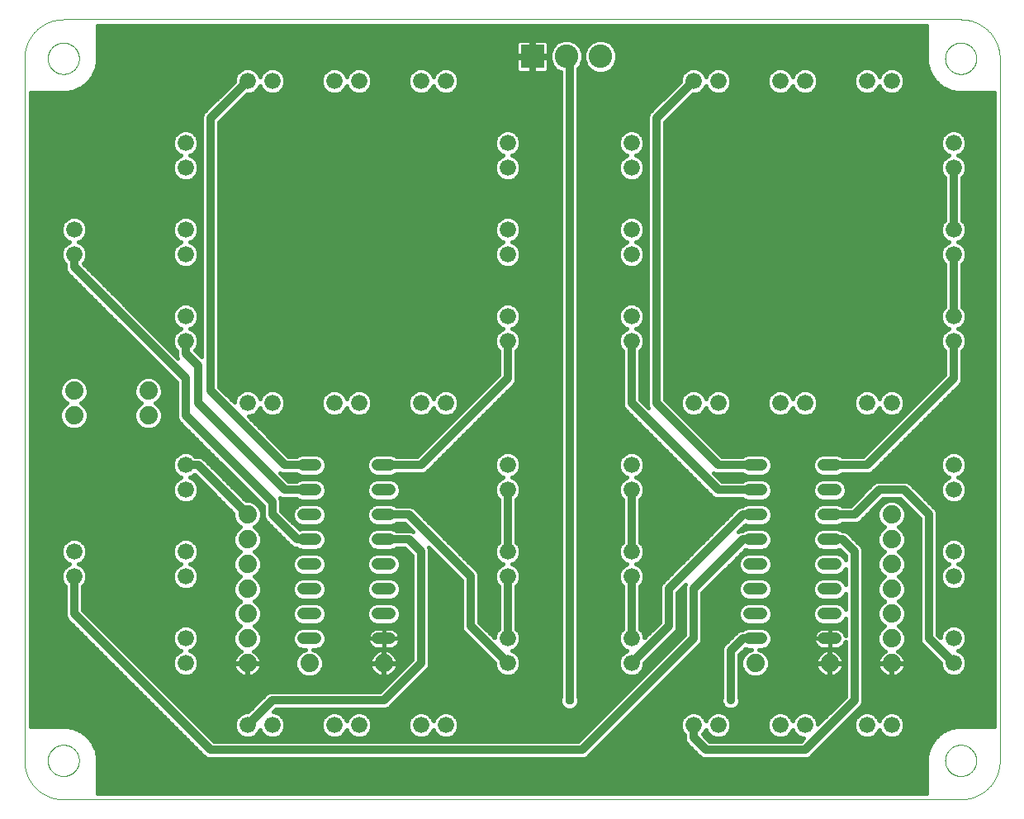
<source format=gbl>
G75*
%MOIN*%
%OFA0B0*%
%FSLAX25Y25*%
%IPPOS*%
%LPD*%
%AMOC8*
5,1,8,0,0,1.08239X$1,22.5*
%
%ADD10C,0.04800*%
%ADD11C,0.07400*%
%ADD12C,0.06600*%
%ADD13C,0.00000*%
%ADD14R,0.09500X0.09500*%
%ADD15C,0.09500*%
%ADD16C,0.03200*%
%ADD17C,0.03400*%
%ADD18C,0.03762*%
%ADD19C,0.01600*%
D10*
X0158907Y0099156D02*
X0163707Y0099156D01*
X0163707Y0109156D02*
X0158907Y0109156D01*
X0158907Y0119156D02*
X0163707Y0119156D01*
X0163707Y0129156D02*
X0158907Y0129156D01*
X0158907Y0139156D02*
X0163707Y0139156D01*
X0163707Y0149156D02*
X0158907Y0149156D01*
X0158907Y0159156D02*
X0163707Y0159156D01*
X0163707Y0169156D02*
X0158907Y0169156D01*
X0188907Y0169156D02*
X0193707Y0169156D01*
X0193707Y0159156D02*
X0188907Y0159156D01*
X0188907Y0149156D02*
X0193707Y0149156D01*
X0193707Y0139156D02*
X0188907Y0139156D01*
X0188907Y0129156D02*
X0193707Y0129156D01*
X0193707Y0119156D02*
X0188907Y0119156D01*
X0188907Y0109156D02*
X0193707Y0109156D01*
X0193707Y0099156D02*
X0188907Y0099156D01*
X0338907Y0099156D02*
X0343707Y0099156D01*
X0343707Y0109156D02*
X0338907Y0109156D01*
X0338907Y0119156D02*
X0343707Y0119156D01*
X0343707Y0129156D02*
X0338907Y0129156D01*
X0338907Y0139156D02*
X0343707Y0139156D01*
X0343707Y0149156D02*
X0338907Y0149156D01*
X0338907Y0159156D02*
X0343707Y0159156D01*
X0343707Y0169156D02*
X0338907Y0169156D01*
X0368907Y0169156D02*
X0373707Y0169156D01*
X0373707Y0159156D02*
X0368907Y0159156D01*
X0368907Y0149156D02*
X0373707Y0149156D01*
X0373707Y0139156D02*
X0368907Y0139156D01*
X0368907Y0129156D02*
X0373707Y0129156D01*
X0373707Y0119156D02*
X0368907Y0119156D01*
X0368907Y0109156D02*
X0373707Y0109156D01*
X0373707Y0099156D02*
X0368907Y0099156D01*
D11*
X0371307Y0089156D03*
X0396307Y0089156D03*
X0396307Y0099156D03*
X0396307Y0109156D03*
X0396307Y0119156D03*
X0396307Y0129156D03*
X0396307Y0139156D03*
X0396307Y0149156D03*
X0341307Y0089156D03*
X0191307Y0089156D03*
X0161307Y0089156D03*
X0136307Y0089156D03*
X0136307Y0099156D03*
X0136307Y0109156D03*
X0136307Y0119156D03*
X0136307Y0129156D03*
X0136307Y0139156D03*
X0136307Y0149156D03*
X0096307Y0189156D03*
X0096307Y0199156D03*
X0066307Y0199156D03*
X0066307Y0189156D03*
D12*
X0111307Y0169156D03*
X0111307Y0159156D03*
X0111307Y0134156D03*
X0111307Y0124156D03*
X0111307Y0099156D03*
X0111307Y0089156D03*
X0136307Y0064156D03*
X0146307Y0064156D03*
X0171307Y0064156D03*
X0181307Y0064156D03*
X0206307Y0064156D03*
X0216307Y0064156D03*
X0241307Y0089156D03*
X0241307Y0099156D03*
X0241307Y0124156D03*
X0241307Y0134156D03*
X0241307Y0159156D03*
X0241307Y0169156D03*
X0216307Y0194156D03*
X0206307Y0194156D03*
X0181307Y0194156D03*
X0171307Y0194156D03*
X0146307Y0194156D03*
X0136307Y0194156D03*
X0111307Y0219156D03*
X0111307Y0229156D03*
X0111307Y0254156D03*
X0111307Y0264156D03*
X0111307Y0289156D03*
X0111307Y0299156D03*
X0136307Y0324156D03*
X0146307Y0324156D03*
X0171307Y0324156D03*
X0181307Y0324156D03*
X0206307Y0324156D03*
X0216307Y0324156D03*
X0241307Y0299156D03*
X0241307Y0289156D03*
X0241307Y0264156D03*
X0241307Y0254156D03*
X0241307Y0229156D03*
X0241307Y0219156D03*
X0291307Y0219156D03*
X0291307Y0229156D03*
X0291307Y0254156D03*
X0291307Y0264156D03*
X0291307Y0289156D03*
X0291307Y0299156D03*
X0316307Y0324156D03*
X0326307Y0324156D03*
X0351307Y0324156D03*
X0361307Y0324156D03*
X0386307Y0324156D03*
X0396307Y0324156D03*
X0421307Y0299156D03*
X0421307Y0289156D03*
X0421307Y0264156D03*
X0421307Y0254156D03*
X0421307Y0229156D03*
X0421307Y0219156D03*
X0396307Y0194156D03*
X0386307Y0194156D03*
X0361307Y0194156D03*
X0351307Y0194156D03*
X0326307Y0194156D03*
X0316307Y0194156D03*
X0291307Y0169156D03*
X0291307Y0159156D03*
X0291307Y0134156D03*
X0291307Y0124156D03*
X0291307Y0099156D03*
X0291307Y0089156D03*
X0316307Y0064156D03*
X0326307Y0064156D03*
X0351307Y0064156D03*
X0361307Y0064156D03*
X0386307Y0064156D03*
X0396307Y0064156D03*
X0421307Y0089156D03*
X0421307Y0099156D03*
X0421307Y0124156D03*
X0421307Y0134156D03*
X0421307Y0159156D03*
X0421307Y0169156D03*
X0066307Y0134156D03*
X0066307Y0124156D03*
X0066307Y0254156D03*
X0066307Y0264156D03*
D13*
X0062055Y0034156D02*
X0424260Y0034156D01*
X0417961Y0049904D02*
X0417963Y0050062D01*
X0417969Y0050220D01*
X0417979Y0050378D01*
X0417993Y0050536D01*
X0418011Y0050693D01*
X0418032Y0050850D01*
X0418058Y0051006D01*
X0418088Y0051162D01*
X0418121Y0051317D01*
X0418159Y0051470D01*
X0418200Y0051623D01*
X0418245Y0051775D01*
X0418294Y0051926D01*
X0418347Y0052075D01*
X0418403Y0052223D01*
X0418463Y0052369D01*
X0418527Y0052514D01*
X0418595Y0052657D01*
X0418666Y0052799D01*
X0418740Y0052939D01*
X0418818Y0053076D01*
X0418900Y0053212D01*
X0418984Y0053346D01*
X0419073Y0053477D01*
X0419164Y0053606D01*
X0419259Y0053733D01*
X0419356Y0053858D01*
X0419457Y0053980D01*
X0419561Y0054099D01*
X0419668Y0054216D01*
X0419778Y0054330D01*
X0419891Y0054441D01*
X0420006Y0054550D01*
X0420124Y0054655D01*
X0420245Y0054757D01*
X0420368Y0054857D01*
X0420494Y0054953D01*
X0420622Y0055046D01*
X0420752Y0055136D01*
X0420885Y0055222D01*
X0421020Y0055306D01*
X0421156Y0055385D01*
X0421295Y0055462D01*
X0421436Y0055534D01*
X0421578Y0055604D01*
X0421722Y0055669D01*
X0421868Y0055731D01*
X0422015Y0055789D01*
X0422164Y0055844D01*
X0422314Y0055895D01*
X0422465Y0055942D01*
X0422617Y0055985D01*
X0422770Y0056024D01*
X0422925Y0056060D01*
X0423080Y0056091D01*
X0423236Y0056119D01*
X0423392Y0056143D01*
X0423549Y0056163D01*
X0423707Y0056179D01*
X0423864Y0056191D01*
X0424023Y0056199D01*
X0424181Y0056203D01*
X0424339Y0056203D01*
X0424497Y0056199D01*
X0424656Y0056191D01*
X0424813Y0056179D01*
X0424971Y0056163D01*
X0425128Y0056143D01*
X0425284Y0056119D01*
X0425440Y0056091D01*
X0425595Y0056060D01*
X0425750Y0056024D01*
X0425903Y0055985D01*
X0426055Y0055942D01*
X0426206Y0055895D01*
X0426356Y0055844D01*
X0426505Y0055789D01*
X0426652Y0055731D01*
X0426798Y0055669D01*
X0426942Y0055604D01*
X0427084Y0055534D01*
X0427225Y0055462D01*
X0427364Y0055385D01*
X0427500Y0055306D01*
X0427635Y0055222D01*
X0427768Y0055136D01*
X0427898Y0055046D01*
X0428026Y0054953D01*
X0428152Y0054857D01*
X0428275Y0054757D01*
X0428396Y0054655D01*
X0428514Y0054550D01*
X0428629Y0054441D01*
X0428742Y0054330D01*
X0428852Y0054216D01*
X0428959Y0054099D01*
X0429063Y0053980D01*
X0429164Y0053858D01*
X0429261Y0053733D01*
X0429356Y0053606D01*
X0429447Y0053477D01*
X0429536Y0053346D01*
X0429620Y0053212D01*
X0429702Y0053076D01*
X0429780Y0052939D01*
X0429854Y0052799D01*
X0429925Y0052657D01*
X0429993Y0052514D01*
X0430057Y0052369D01*
X0430117Y0052223D01*
X0430173Y0052075D01*
X0430226Y0051926D01*
X0430275Y0051775D01*
X0430320Y0051623D01*
X0430361Y0051470D01*
X0430399Y0051317D01*
X0430432Y0051162D01*
X0430462Y0051006D01*
X0430488Y0050850D01*
X0430509Y0050693D01*
X0430527Y0050536D01*
X0430541Y0050378D01*
X0430551Y0050220D01*
X0430557Y0050062D01*
X0430559Y0049904D01*
X0430557Y0049746D01*
X0430551Y0049588D01*
X0430541Y0049430D01*
X0430527Y0049272D01*
X0430509Y0049115D01*
X0430488Y0048958D01*
X0430462Y0048802D01*
X0430432Y0048646D01*
X0430399Y0048491D01*
X0430361Y0048338D01*
X0430320Y0048185D01*
X0430275Y0048033D01*
X0430226Y0047882D01*
X0430173Y0047733D01*
X0430117Y0047585D01*
X0430057Y0047439D01*
X0429993Y0047294D01*
X0429925Y0047151D01*
X0429854Y0047009D01*
X0429780Y0046869D01*
X0429702Y0046732D01*
X0429620Y0046596D01*
X0429536Y0046462D01*
X0429447Y0046331D01*
X0429356Y0046202D01*
X0429261Y0046075D01*
X0429164Y0045950D01*
X0429063Y0045828D01*
X0428959Y0045709D01*
X0428852Y0045592D01*
X0428742Y0045478D01*
X0428629Y0045367D01*
X0428514Y0045258D01*
X0428396Y0045153D01*
X0428275Y0045051D01*
X0428152Y0044951D01*
X0428026Y0044855D01*
X0427898Y0044762D01*
X0427768Y0044672D01*
X0427635Y0044586D01*
X0427500Y0044502D01*
X0427364Y0044423D01*
X0427225Y0044346D01*
X0427084Y0044274D01*
X0426942Y0044204D01*
X0426798Y0044139D01*
X0426652Y0044077D01*
X0426505Y0044019D01*
X0426356Y0043964D01*
X0426206Y0043913D01*
X0426055Y0043866D01*
X0425903Y0043823D01*
X0425750Y0043784D01*
X0425595Y0043748D01*
X0425440Y0043717D01*
X0425284Y0043689D01*
X0425128Y0043665D01*
X0424971Y0043645D01*
X0424813Y0043629D01*
X0424656Y0043617D01*
X0424497Y0043609D01*
X0424339Y0043605D01*
X0424181Y0043605D01*
X0424023Y0043609D01*
X0423864Y0043617D01*
X0423707Y0043629D01*
X0423549Y0043645D01*
X0423392Y0043665D01*
X0423236Y0043689D01*
X0423080Y0043717D01*
X0422925Y0043748D01*
X0422770Y0043784D01*
X0422617Y0043823D01*
X0422465Y0043866D01*
X0422314Y0043913D01*
X0422164Y0043964D01*
X0422015Y0044019D01*
X0421868Y0044077D01*
X0421722Y0044139D01*
X0421578Y0044204D01*
X0421436Y0044274D01*
X0421295Y0044346D01*
X0421156Y0044423D01*
X0421020Y0044502D01*
X0420885Y0044586D01*
X0420752Y0044672D01*
X0420622Y0044762D01*
X0420494Y0044855D01*
X0420368Y0044951D01*
X0420245Y0045051D01*
X0420124Y0045153D01*
X0420006Y0045258D01*
X0419891Y0045367D01*
X0419778Y0045478D01*
X0419668Y0045592D01*
X0419561Y0045709D01*
X0419457Y0045828D01*
X0419356Y0045950D01*
X0419259Y0046075D01*
X0419164Y0046202D01*
X0419073Y0046331D01*
X0418984Y0046462D01*
X0418900Y0046596D01*
X0418818Y0046732D01*
X0418740Y0046869D01*
X0418666Y0047009D01*
X0418595Y0047151D01*
X0418527Y0047294D01*
X0418463Y0047439D01*
X0418403Y0047585D01*
X0418347Y0047733D01*
X0418294Y0047882D01*
X0418245Y0048033D01*
X0418200Y0048185D01*
X0418159Y0048338D01*
X0418121Y0048491D01*
X0418088Y0048646D01*
X0418058Y0048802D01*
X0418032Y0048958D01*
X0418011Y0049115D01*
X0417993Y0049272D01*
X0417979Y0049430D01*
X0417969Y0049588D01*
X0417963Y0049746D01*
X0417961Y0049904D01*
X0424260Y0034156D02*
X0424641Y0034161D01*
X0425021Y0034174D01*
X0425401Y0034197D01*
X0425780Y0034230D01*
X0426158Y0034271D01*
X0426535Y0034321D01*
X0426911Y0034381D01*
X0427286Y0034449D01*
X0427658Y0034527D01*
X0428029Y0034614D01*
X0428397Y0034709D01*
X0428763Y0034814D01*
X0429126Y0034927D01*
X0429487Y0035049D01*
X0429844Y0035179D01*
X0430198Y0035319D01*
X0430549Y0035466D01*
X0430896Y0035623D01*
X0431239Y0035787D01*
X0431578Y0035960D01*
X0431913Y0036141D01*
X0432244Y0036330D01*
X0432569Y0036527D01*
X0432890Y0036731D01*
X0433206Y0036944D01*
X0433516Y0037164D01*
X0433822Y0037391D01*
X0434121Y0037626D01*
X0434415Y0037868D01*
X0434703Y0038116D01*
X0434985Y0038372D01*
X0435260Y0038635D01*
X0435529Y0038904D01*
X0435792Y0039179D01*
X0436048Y0039461D01*
X0436296Y0039749D01*
X0436538Y0040043D01*
X0436773Y0040342D01*
X0437000Y0040648D01*
X0437220Y0040958D01*
X0437433Y0041274D01*
X0437637Y0041595D01*
X0437834Y0041920D01*
X0438023Y0042251D01*
X0438204Y0042586D01*
X0438377Y0042925D01*
X0438541Y0043268D01*
X0438698Y0043615D01*
X0438845Y0043966D01*
X0438985Y0044320D01*
X0439115Y0044677D01*
X0439237Y0045038D01*
X0439350Y0045401D01*
X0439455Y0045767D01*
X0439550Y0046135D01*
X0439637Y0046506D01*
X0439715Y0046878D01*
X0439783Y0047253D01*
X0439843Y0047629D01*
X0439893Y0048006D01*
X0439934Y0048384D01*
X0439967Y0048763D01*
X0439990Y0049143D01*
X0440003Y0049523D01*
X0440008Y0049904D01*
X0440008Y0333369D01*
X0417961Y0333369D02*
X0417963Y0333527D01*
X0417969Y0333685D01*
X0417979Y0333843D01*
X0417993Y0334001D01*
X0418011Y0334158D01*
X0418032Y0334315D01*
X0418058Y0334471D01*
X0418088Y0334627D01*
X0418121Y0334782D01*
X0418159Y0334935D01*
X0418200Y0335088D01*
X0418245Y0335240D01*
X0418294Y0335391D01*
X0418347Y0335540D01*
X0418403Y0335688D01*
X0418463Y0335834D01*
X0418527Y0335979D01*
X0418595Y0336122D01*
X0418666Y0336264D01*
X0418740Y0336404D01*
X0418818Y0336541D01*
X0418900Y0336677D01*
X0418984Y0336811D01*
X0419073Y0336942D01*
X0419164Y0337071D01*
X0419259Y0337198D01*
X0419356Y0337323D01*
X0419457Y0337445D01*
X0419561Y0337564D01*
X0419668Y0337681D01*
X0419778Y0337795D01*
X0419891Y0337906D01*
X0420006Y0338015D01*
X0420124Y0338120D01*
X0420245Y0338222D01*
X0420368Y0338322D01*
X0420494Y0338418D01*
X0420622Y0338511D01*
X0420752Y0338601D01*
X0420885Y0338687D01*
X0421020Y0338771D01*
X0421156Y0338850D01*
X0421295Y0338927D01*
X0421436Y0338999D01*
X0421578Y0339069D01*
X0421722Y0339134D01*
X0421868Y0339196D01*
X0422015Y0339254D01*
X0422164Y0339309D01*
X0422314Y0339360D01*
X0422465Y0339407D01*
X0422617Y0339450D01*
X0422770Y0339489D01*
X0422925Y0339525D01*
X0423080Y0339556D01*
X0423236Y0339584D01*
X0423392Y0339608D01*
X0423549Y0339628D01*
X0423707Y0339644D01*
X0423864Y0339656D01*
X0424023Y0339664D01*
X0424181Y0339668D01*
X0424339Y0339668D01*
X0424497Y0339664D01*
X0424656Y0339656D01*
X0424813Y0339644D01*
X0424971Y0339628D01*
X0425128Y0339608D01*
X0425284Y0339584D01*
X0425440Y0339556D01*
X0425595Y0339525D01*
X0425750Y0339489D01*
X0425903Y0339450D01*
X0426055Y0339407D01*
X0426206Y0339360D01*
X0426356Y0339309D01*
X0426505Y0339254D01*
X0426652Y0339196D01*
X0426798Y0339134D01*
X0426942Y0339069D01*
X0427084Y0338999D01*
X0427225Y0338927D01*
X0427364Y0338850D01*
X0427500Y0338771D01*
X0427635Y0338687D01*
X0427768Y0338601D01*
X0427898Y0338511D01*
X0428026Y0338418D01*
X0428152Y0338322D01*
X0428275Y0338222D01*
X0428396Y0338120D01*
X0428514Y0338015D01*
X0428629Y0337906D01*
X0428742Y0337795D01*
X0428852Y0337681D01*
X0428959Y0337564D01*
X0429063Y0337445D01*
X0429164Y0337323D01*
X0429261Y0337198D01*
X0429356Y0337071D01*
X0429447Y0336942D01*
X0429536Y0336811D01*
X0429620Y0336677D01*
X0429702Y0336541D01*
X0429780Y0336404D01*
X0429854Y0336264D01*
X0429925Y0336122D01*
X0429993Y0335979D01*
X0430057Y0335834D01*
X0430117Y0335688D01*
X0430173Y0335540D01*
X0430226Y0335391D01*
X0430275Y0335240D01*
X0430320Y0335088D01*
X0430361Y0334935D01*
X0430399Y0334782D01*
X0430432Y0334627D01*
X0430462Y0334471D01*
X0430488Y0334315D01*
X0430509Y0334158D01*
X0430527Y0334001D01*
X0430541Y0333843D01*
X0430551Y0333685D01*
X0430557Y0333527D01*
X0430559Y0333369D01*
X0430557Y0333211D01*
X0430551Y0333053D01*
X0430541Y0332895D01*
X0430527Y0332737D01*
X0430509Y0332580D01*
X0430488Y0332423D01*
X0430462Y0332267D01*
X0430432Y0332111D01*
X0430399Y0331956D01*
X0430361Y0331803D01*
X0430320Y0331650D01*
X0430275Y0331498D01*
X0430226Y0331347D01*
X0430173Y0331198D01*
X0430117Y0331050D01*
X0430057Y0330904D01*
X0429993Y0330759D01*
X0429925Y0330616D01*
X0429854Y0330474D01*
X0429780Y0330334D01*
X0429702Y0330197D01*
X0429620Y0330061D01*
X0429536Y0329927D01*
X0429447Y0329796D01*
X0429356Y0329667D01*
X0429261Y0329540D01*
X0429164Y0329415D01*
X0429063Y0329293D01*
X0428959Y0329174D01*
X0428852Y0329057D01*
X0428742Y0328943D01*
X0428629Y0328832D01*
X0428514Y0328723D01*
X0428396Y0328618D01*
X0428275Y0328516D01*
X0428152Y0328416D01*
X0428026Y0328320D01*
X0427898Y0328227D01*
X0427768Y0328137D01*
X0427635Y0328051D01*
X0427500Y0327967D01*
X0427364Y0327888D01*
X0427225Y0327811D01*
X0427084Y0327739D01*
X0426942Y0327669D01*
X0426798Y0327604D01*
X0426652Y0327542D01*
X0426505Y0327484D01*
X0426356Y0327429D01*
X0426206Y0327378D01*
X0426055Y0327331D01*
X0425903Y0327288D01*
X0425750Y0327249D01*
X0425595Y0327213D01*
X0425440Y0327182D01*
X0425284Y0327154D01*
X0425128Y0327130D01*
X0424971Y0327110D01*
X0424813Y0327094D01*
X0424656Y0327082D01*
X0424497Y0327074D01*
X0424339Y0327070D01*
X0424181Y0327070D01*
X0424023Y0327074D01*
X0423864Y0327082D01*
X0423707Y0327094D01*
X0423549Y0327110D01*
X0423392Y0327130D01*
X0423236Y0327154D01*
X0423080Y0327182D01*
X0422925Y0327213D01*
X0422770Y0327249D01*
X0422617Y0327288D01*
X0422465Y0327331D01*
X0422314Y0327378D01*
X0422164Y0327429D01*
X0422015Y0327484D01*
X0421868Y0327542D01*
X0421722Y0327604D01*
X0421578Y0327669D01*
X0421436Y0327739D01*
X0421295Y0327811D01*
X0421156Y0327888D01*
X0421020Y0327967D01*
X0420885Y0328051D01*
X0420752Y0328137D01*
X0420622Y0328227D01*
X0420494Y0328320D01*
X0420368Y0328416D01*
X0420245Y0328516D01*
X0420124Y0328618D01*
X0420006Y0328723D01*
X0419891Y0328832D01*
X0419778Y0328943D01*
X0419668Y0329057D01*
X0419561Y0329174D01*
X0419457Y0329293D01*
X0419356Y0329415D01*
X0419259Y0329540D01*
X0419164Y0329667D01*
X0419073Y0329796D01*
X0418984Y0329927D01*
X0418900Y0330061D01*
X0418818Y0330197D01*
X0418740Y0330334D01*
X0418666Y0330474D01*
X0418595Y0330616D01*
X0418527Y0330759D01*
X0418463Y0330904D01*
X0418403Y0331050D01*
X0418347Y0331198D01*
X0418294Y0331347D01*
X0418245Y0331498D01*
X0418200Y0331650D01*
X0418159Y0331803D01*
X0418121Y0331956D01*
X0418088Y0332111D01*
X0418058Y0332267D01*
X0418032Y0332423D01*
X0418011Y0332580D01*
X0417993Y0332737D01*
X0417979Y0332895D01*
X0417969Y0333053D01*
X0417963Y0333211D01*
X0417961Y0333369D01*
X0424260Y0349117D02*
X0424641Y0349112D01*
X0425021Y0349099D01*
X0425401Y0349076D01*
X0425780Y0349043D01*
X0426158Y0349002D01*
X0426535Y0348952D01*
X0426911Y0348892D01*
X0427286Y0348824D01*
X0427658Y0348746D01*
X0428029Y0348659D01*
X0428397Y0348564D01*
X0428763Y0348459D01*
X0429126Y0348346D01*
X0429487Y0348224D01*
X0429844Y0348094D01*
X0430198Y0347954D01*
X0430549Y0347807D01*
X0430896Y0347650D01*
X0431239Y0347486D01*
X0431578Y0347313D01*
X0431913Y0347132D01*
X0432244Y0346943D01*
X0432569Y0346746D01*
X0432890Y0346542D01*
X0433206Y0346329D01*
X0433516Y0346109D01*
X0433822Y0345882D01*
X0434121Y0345647D01*
X0434415Y0345405D01*
X0434703Y0345157D01*
X0434985Y0344901D01*
X0435260Y0344638D01*
X0435529Y0344369D01*
X0435792Y0344094D01*
X0436048Y0343812D01*
X0436296Y0343524D01*
X0436538Y0343230D01*
X0436773Y0342931D01*
X0437000Y0342625D01*
X0437220Y0342315D01*
X0437433Y0341999D01*
X0437637Y0341678D01*
X0437834Y0341353D01*
X0438023Y0341022D01*
X0438204Y0340687D01*
X0438377Y0340348D01*
X0438541Y0340005D01*
X0438698Y0339658D01*
X0438845Y0339307D01*
X0438985Y0338953D01*
X0439115Y0338596D01*
X0439237Y0338235D01*
X0439350Y0337872D01*
X0439455Y0337506D01*
X0439550Y0337138D01*
X0439637Y0336767D01*
X0439715Y0336395D01*
X0439783Y0336020D01*
X0439843Y0335644D01*
X0439893Y0335267D01*
X0439934Y0334889D01*
X0439967Y0334510D01*
X0439990Y0334130D01*
X0440003Y0333750D01*
X0440008Y0333369D01*
X0424260Y0349117D02*
X0062055Y0349117D01*
X0055756Y0333369D02*
X0055758Y0333527D01*
X0055764Y0333685D01*
X0055774Y0333843D01*
X0055788Y0334001D01*
X0055806Y0334158D01*
X0055827Y0334315D01*
X0055853Y0334471D01*
X0055883Y0334627D01*
X0055916Y0334782D01*
X0055954Y0334935D01*
X0055995Y0335088D01*
X0056040Y0335240D01*
X0056089Y0335391D01*
X0056142Y0335540D01*
X0056198Y0335688D01*
X0056258Y0335834D01*
X0056322Y0335979D01*
X0056390Y0336122D01*
X0056461Y0336264D01*
X0056535Y0336404D01*
X0056613Y0336541D01*
X0056695Y0336677D01*
X0056779Y0336811D01*
X0056868Y0336942D01*
X0056959Y0337071D01*
X0057054Y0337198D01*
X0057151Y0337323D01*
X0057252Y0337445D01*
X0057356Y0337564D01*
X0057463Y0337681D01*
X0057573Y0337795D01*
X0057686Y0337906D01*
X0057801Y0338015D01*
X0057919Y0338120D01*
X0058040Y0338222D01*
X0058163Y0338322D01*
X0058289Y0338418D01*
X0058417Y0338511D01*
X0058547Y0338601D01*
X0058680Y0338687D01*
X0058815Y0338771D01*
X0058951Y0338850D01*
X0059090Y0338927D01*
X0059231Y0338999D01*
X0059373Y0339069D01*
X0059517Y0339134D01*
X0059663Y0339196D01*
X0059810Y0339254D01*
X0059959Y0339309D01*
X0060109Y0339360D01*
X0060260Y0339407D01*
X0060412Y0339450D01*
X0060565Y0339489D01*
X0060720Y0339525D01*
X0060875Y0339556D01*
X0061031Y0339584D01*
X0061187Y0339608D01*
X0061344Y0339628D01*
X0061502Y0339644D01*
X0061659Y0339656D01*
X0061818Y0339664D01*
X0061976Y0339668D01*
X0062134Y0339668D01*
X0062292Y0339664D01*
X0062451Y0339656D01*
X0062608Y0339644D01*
X0062766Y0339628D01*
X0062923Y0339608D01*
X0063079Y0339584D01*
X0063235Y0339556D01*
X0063390Y0339525D01*
X0063545Y0339489D01*
X0063698Y0339450D01*
X0063850Y0339407D01*
X0064001Y0339360D01*
X0064151Y0339309D01*
X0064300Y0339254D01*
X0064447Y0339196D01*
X0064593Y0339134D01*
X0064737Y0339069D01*
X0064879Y0338999D01*
X0065020Y0338927D01*
X0065159Y0338850D01*
X0065295Y0338771D01*
X0065430Y0338687D01*
X0065563Y0338601D01*
X0065693Y0338511D01*
X0065821Y0338418D01*
X0065947Y0338322D01*
X0066070Y0338222D01*
X0066191Y0338120D01*
X0066309Y0338015D01*
X0066424Y0337906D01*
X0066537Y0337795D01*
X0066647Y0337681D01*
X0066754Y0337564D01*
X0066858Y0337445D01*
X0066959Y0337323D01*
X0067056Y0337198D01*
X0067151Y0337071D01*
X0067242Y0336942D01*
X0067331Y0336811D01*
X0067415Y0336677D01*
X0067497Y0336541D01*
X0067575Y0336404D01*
X0067649Y0336264D01*
X0067720Y0336122D01*
X0067788Y0335979D01*
X0067852Y0335834D01*
X0067912Y0335688D01*
X0067968Y0335540D01*
X0068021Y0335391D01*
X0068070Y0335240D01*
X0068115Y0335088D01*
X0068156Y0334935D01*
X0068194Y0334782D01*
X0068227Y0334627D01*
X0068257Y0334471D01*
X0068283Y0334315D01*
X0068304Y0334158D01*
X0068322Y0334001D01*
X0068336Y0333843D01*
X0068346Y0333685D01*
X0068352Y0333527D01*
X0068354Y0333369D01*
X0068352Y0333211D01*
X0068346Y0333053D01*
X0068336Y0332895D01*
X0068322Y0332737D01*
X0068304Y0332580D01*
X0068283Y0332423D01*
X0068257Y0332267D01*
X0068227Y0332111D01*
X0068194Y0331956D01*
X0068156Y0331803D01*
X0068115Y0331650D01*
X0068070Y0331498D01*
X0068021Y0331347D01*
X0067968Y0331198D01*
X0067912Y0331050D01*
X0067852Y0330904D01*
X0067788Y0330759D01*
X0067720Y0330616D01*
X0067649Y0330474D01*
X0067575Y0330334D01*
X0067497Y0330197D01*
X0067415Y0330061D01*
X0067331Y0329927D01*
X0067242Y0329796D01*
X0067151Y0329667D01*
X0067056Y0329540D01*
X0066959Y0329415D01*
X0066858Y0329293D01*
X0066754Y0329174D01*
X0066647Y0329057D01*
X0066537Y0328943D01*
X0066424Y0328832D01*
X0066309Y0328723D01*
X0066191Y0328618D01*
X0066070Y0328516D01*
X0065947Y0328416D01*
X0065821Y0328320D01*
X0065693Y0328227D01*
X0065563Y0328137D01*
X0065430Y0328051D01*
X0065295Y0327967D01*
X0065159Y0327888D01*
X0065020Y0327811D01*
X0064879Y0327739D01*
X0064737Y0327669D01*
X0064593Y0327604D01*
X0064447Y0327542D01*
X0064300Y0327484D01*
X0064151Y0327429D01*
X0064001Y0327378D01*
X0063850Y0327331D01*
X0063698Y0327288D01*
X0063545Y0327249D01*
X0063390Y0327213D01*
X0063235Y0327182D01*
X0063079Y0327154D01*
X0062923Y0327130D01*
X0062766Y0327110D01*
X0062608Y0327094D01*
X0062451Y0327082D01*
X0062292Y0327074D01*
X0062134Y0327070D01*
X0061976Y0327070D01*
X0061818Y0327074D01*
X0061659Y0327082D01*
X0061502Y0327094D01*
X0061344Y0327110D01*
X0061187Y0327130D01*
X0061031Y0327154D01*
X0060875Y0327182D01*
X0060720Y0327213D01*
X0060565Y0327249D01*
X0060412Y0327288D01*
X0060260Y0327331D01*
X0060109Y0327378D01*
X0059959Y0327429D01*
X0059810Y0327484D01*
X0059663Y0327542D01*
X0059517Y0327604D01*
X0059373Y0327669D01*
X0059231Y0327739D01*
X0059090Y0327811D01*
X0058951Y0327888D01*
X0058815Y0327967D01*
X0058680Y0328051D01*
X0058547Y0328137D01*
X0058417Y0328227D01*
X0058289Y0328320D01*
X0058163Y0328416D01*
X0058040Y0328516D01*
X0057919Y0328618D01*
X0057801Y0328723D01*
X0057686Y0328832D01*
X0057573Y0328943D01*
X0057463Y0329057D01*
X0057356Y0329174D01*
X0057252Y0329293D01*
X0057151Y0329415D01*
X0057054Y0329540D01*
X0056959Y0329667D01*
X0056868Y0329796D01*
X0056779Y0329927D01*
X0056695Y0330061D01*
X0056613Y0330197D01*
X0056535Y0330334D01*
X0056461Y0330474D01*
X0056390Y0330616D01*
X0056322Y0330759D01*
X0056258Y0330904D01*
X0056198Y0331050D01*
X0056142Y0331198D01*
X0056089Y0331347D01*
X0056040Y0331498D01*
X0055995Y0331650D01*
X0055954Y0331803D01*
X0055916Y0331956D01*
X0055883Y0332111D01*
X0055853Y0332267D01*
X0055827Y0332423D01*
X0055806Y0332580D01*
X0055788Y0332737D01*
X0055774Y0332895D01*
X0055764Y0333053D01*
X0055758Y0333211D01*
X0055756Y0333369D01*
X0046307Y0333369D02*
X0046312Y0333750D01*
X0046325Y0334130D01*
X0046348Y0334510D01*
X0046381Y0334889D01*
X0046422Y0335267D01*
X0046472Y0335644D01*
X0046532Y0336020D01*
X0046600Y0336395D01*
X0046678Y0336767D01*
X0046765Y0337138D01*
X0046860Y0337506D01*
X0046965Y0337872D01*
X0047078Y0338235D01*
X0047200Y0338596D01*
X0047330Y0338953D01*
X0047470Y0339307D01*
X0047617Y0339658D01*
X0047774Y0340005D01*
X0047938Y0340348D01*
X0048111Y0340687D01*
X0048292Y0341022D01*
X0048481Y0341353D01*
X0048678Y0341678D01*
X0048882Y0341999D01*
X0049095Y0342315D01*
X0049315Y0342625D01*
X0049542Y0342931D01*
X0049777Y0343230D01*
X0050019Y0343524D01*
X0050267Y0343812D01*
X0050523Y0344094D01*
X0050786Y0344369D01*
X0051055Y0344638D01*
X0051330Y0344901D01*
X0051612Y0345157D01*
X0051900Y0345405D01*
X0052194Y0345647D01*
X0052493Y0345882D01*
X0052799Y0346109D01*
X0053109Y0346329D01*
X0053425Y0346542D01*
X0053746Y0346746D01*
X0054071Y0346943D01*
X0054402Y0347132D01*
X0054737Y0347313D01*
X0055076Y0347486D01*
X0055419Y0347650D01*
X0055766Y0347807D01*
X0056117Y0347954D01*
X0056471Y0348094D01*
X0056828Y0348224D01*
X0057189Y0348346D01*
X0057552Y0348459D01*
X0057918Y0348564D01*
X0058286Y0348659D01*
X0058657Y0348746D01*
X0059029Y0348824D01*
X0059404Y0348892D01*
X0059780Y0348952D01*
X0060157Y0349002D01*
X0060535Y0349043D01*
X0060914Y0349076D01*
X0061294Y0349099D01*
X0061674Y0349112D01*
X0062055Y0349117D01*
X0046307Y0333369D02*
X0046307Y0049904D01*
X0055756Y0049904D02*
X0055758Y0050062D01*
X0055764Y0050220D01*
X0055774Y0050378D01*
X0055788Y0050536D01*
X0055806Y0050693D01*
X0055827Y0050850D01*
X0055853Y0051006D01*
X0055883Y0051162D01*
X0055916Y0051317D01*
X0055954Y0051470D01*
X0055995Y0051623D01*
X0056040Y0051775D01*
X0056089Y0051926D01*
X0056142Y0052075D01*
X0056198Y0052223D01*
X0056258Y0052369D01*
X0056322Y0052514D01*
X0056390Y0052657D01*
X0056461Y0052799D01*
X0056535Y0052939D01*
X0056613Y0053076D01*
X0056695Y0053212D01*
X0056779Y0053346D01*
X0056868Y0053477D01*
X0056959Y0053606D01*
X0057054Y0053733D01*
X0057151Y0053858D01*
X0057252Y0053980D01*
X0057356Y0054099D01*
X0057463Y0054216D01*
X0057573Y0054330D01*
X0057686Y0054441D01*
X0057801Y0054550D01*
X0057919Y0054655D01*
X0058040Y0054757D01*
X0058163Y0054857D01*
X0058289Y0054953D01*
X0058417Y0055046D01*
X0058547Y0055136D01*
X0058680Y0055222D01*
X0058815Y0055306D01*
X0058951Y0055385D01*
X0059090Y0055462D01*
X0059231Y0055534D01*
X0059373Y0055604D01*
X0059517Y0055669D01*
X0059663Y0055731D01*
X0059810Y0055789D01*
X0059959Y0055844D01*
X0060109Y0055895D01*
X0060260Y0055942D01*
X0060412Y0055985D01*
X0060565Y0056024D01*
X0060720Y0056060D01*
X0060875Y0056091D01*
X0061031Y0056119D01*
X0061187Y0056143D01*
X0061344Y0056163D01*
X0061502Y0056179D01*
X0061659Y0056191D01*
X0061818Y0056199D01*
X0061976Y0056203D01*
X0062134Y0056203D01*
X0062292Y0056199D01*
X0062451Y0056191D01*
X0062608Y0056179D01*
X0062766Y0056163D01*
X0062923Y0056143D01*
X0063079Y0056119D01*
X0063235Y0056091D01*
X0063390Y0056060D01*
X0063545Y0056024D01*
X0063698Y0055985D01*
X0063850Y0055942D01*
X0064001Y0055895D01*
X0064151Y0055844D01*
X0064300Y0055789D01*
X0064447Y0055731D01*
X0064593Y0055669D01*
X0064737Y0055604D01*
X0064879Y0055534D01*
X0065020Y0055462D01*
X0065159Y0055385D01*
X0065295Y0055306D01*
X0065430Y0055222D01*
X0065563Y0055136D01*
X0065693Y0055046D01*
X0065821Y0054953D01*
X0065947Y0054857D01*
X0066070Y0054757D01*
X0066191Y0054655D01*
X0066309Y0054550D01*
X0066424Y0054441D01*
X0066537Y0054330D01*
X0066647Y0054216D01*
X0066754Y0054099D01*
X0066858Y0053980D01*
X0066959Y0053858D01*
X0067056Y0053733D01*
X0067151Y0053606D01*
X0067242Y0053477D01*
X0067331Y0053346D01*
X0067415Y0053212D01*
X0067497Y0053076D01*
X0067575Y0052939D01*
X0067649Y0052799D01*
X0067720Y0052657D01*
X0067788Y0052514D01*
X0067852Y0052369D01*
X0067912Y0052223D01*
X0067968Y0052075D01*
X0068021Y0051926D01*
X0068070Y0051775D01*
X0068115Y0051623D01*
X0068156Y0051470D01*
X0068194Y0051317D01*
X0068227Y0051162D01*
X0068257Y0051006D01*
X0068283Y0050850D01*
X0068304Y0050693D01*
X0068322Y0050536D01*
X0068336Y0050378D01*
X0068346Y0050220D01*
X0068352Y0050062D01*
X0068354Y0049904D01*
X0068352Y0049746D01*
X0068346Y0049588D01*
X0068336Y0049430D01*
X0068322Y0049272D01*
X0068304Y0049115D01*
X0068283Y0048958D01*
X0068257Y0048802D01*
X0068227Y0048646D01*
X0068194Y0048491D01*
X0068156Y0048338D01*
X0068115Y0048185D01*
X0068070Y0048033D01*
X0068021Y0047882D01*
X0067968Y0047733D01*
X0067912Y0047585D01*
X0067852Y0047439D01*
X0067788Y0047294D01*
X0067720Y0047151D01*
X0067649Y0047009D01*
X0067575Y0046869D01*
X0067497Y0046732D01*
X0067415Y0046596D01*
X0067331Y0046462D01*
X0067242Y0046331D01*
X0067151Y0046202D01*
X0067056Y0046075D01*
X0066959Y0045950D01*
X0066858Y0045828D01*
X0066754Y0045709D01*
X0066647Y0045592D01*
X0066537Y0045478D01*
X0066424Y0045367D01*
X0066309Y0045258D01*
X0066191Y0045153D01*
X0066070Y0045051D01*
X0065947Y0044951D01*
X0065821Y0044855D01*
X0065693Y0044762D01*
X0065563Y0044672D01*
X0065430Y0044586D01*
X0065295Y0044502D01*
X0065159Y0044423D01*
X0065020Y0044346D01*
X0064879Y0044274D01*
X0064737Y0044204D01*
X0064593Y0044139D01*
X0064447Y0044077D01*
X0064300Y0044019D01*
X0064151Y0043964D01*
X0064001Y0043913D01*
X0063850Y0043866D01*
X0063698Y0043823D01*
X0063545Y0043784D01*
X0063390Y0043748D01*
X0063235Y0043717D01*
X0063079Y0043689D01*
X0062923Y0043665D01*
X0062766Y0043645D01*
X0062608Y0043629D01*
X0062451Y0043617D01*
X0062292Y0043609D01*
X0062134Y0043605D01*
X0061976Y0043605D01*
X0061818Y0043609D01*
X0061659Y0043617D01*
X0061502Y0043629D01*
X0061344Y0043645D01*
X0061187Y0043665D01*
X0061031Y0043689D01*
X0060875Y0043717D01*
X0060720Y0043748D01*
X0060565Y0043784D01*
X0060412Y0043823D01*
X0060260Y0043866D01*
X0060109Y0043913D01*
X0059959Y0043964D01*
X0059810Y0044019D01*
X0059663Y0044077D01*
X0059517Y0044139D01*
X0059373Y0044204D01*
X0059231Y0044274D01*
X0059090Y0044346D01*
X0058951Y0044423D01*
X0058815Y0044502D01*
X0058680Y0044586D01*
X0058547Y0044672D01*
X0058417Y0044762D01*
X0058289Y0044855D01*
X0058163Y0044951D01*
X0058040Y0045051D01*
X0057919Y0045153D01*
X0057801Y0045258D01*
X0057686Y0045367D01*
X0057573Y0045478D01*
X0057463Y0045592D01*
X0057356Y0045709D01*
X0057252Y0045828D01*
X0057151Y0045950D01*
X0057054Y0046075D01*
X0056959Y0046202D01*
X0056868Y0046331D01*
X0056779Y0046462D01*
X0056695Y0046596D01*
X0056613Y0046732D01*
X0056535Y0046869D01*
X0056461Y0047009D01*
X0056390Y0047151D01*
X0056322Y0047294D01*
X0056258Y0047439D01*
X0056198Y0047585D01*
X0056142Y0047733D01*
X0056089Y0047882D01*
X0056040Y0048033D01*
X0055995Y0048185D01*
X0055954Y0048338D01*
X0055916Y0048491D01*
X0055883Y0048646D01*
X0055853Y0048802D01*
X0055827Y0048958D01*
X0055806Y0049115D01*
X0055788Y0049272D01*
X0055774Y0049430D01*
X0055764Y0049588D01*
X0055758Y0049746D01*
X0055756Y0049904D01*
X0046307Y0049904D02*
X0046312Y0049523D01*
X0046325Y0049143D01*
X0046348Y0048763D01*
X0046381Y0048384D01*
X0046422Y0048006D01*
X0046472Y0047629D01*
X0046532Y0047253D01*
X0046600Y0046878D01*
X0046678Y0046506D01*
X0046765Y0046135D01*
X0046860Y0045767D01*
X0046965Y0045401D01*
X0047078Y0045038D01*
X0047200Y0044677D01*
X0047330Y0044320D01*
X0047470Y0043966D01*
X0047617Y0043615D01*
X0047774Y0043268D01*
X0047938Y0042925D01*
X0048111Y0042586D01*
X0048292Y0042251D01*
X0048481Y0041920D01*
X0048678Y0041595D01*
X0048882Y0041274D01*
X0049095Y0040958D01*
X0049315Y0040648D01*
X0049542Y0040342D01*
X0049777Y0040043D01*
X0050019Y0039749D01*
X0050267Y0039461D01*
X0050523Y0039179D01*
X0050786Y0038904D01*
X0051055Y0038635D01*
X0051330Y0038372D01*
X0051612Y0038116D01*
X0051900Y0037868D01*
X0052194Y0037626D01*
X0052493Y0037391D01*
X0052799Y0037164D01*
X0053109Y0036944D01*
X0053425Y0036731D01*
X0053746Y0036527D01*
X0054071Y0036330D01*
X0054402Y0036141D01*
X0054737Y0035960D01*
X0055076Y0035787D01*
X0055419Y0035623D01*
X0055766Y0035466D01*
X0056117Y0035319D01*
X0056471Y0035179D01*
X0056828Y0035049D01*
X0057189Y0034927D01*
X0057552Y0034814D01*
X0057918Y0034709D01*
X0058286Y0034614D01*
X0058657Y0034527D01*
X0059029Y0034449D01*
X0059404Y0034381D01*
X0059780Y0034321D01*
X0060157Y0034271D01*
X0060535Y0034230D01*
X0060914Y0034197D01*
X0061294Y0034174D01*
X0061674Y0034161D01*
X0062055Y0034156D01*
D14*
X0251307Y0334156D03*
D15*
X0265087Y0334156D03*
X0278866Y0334156D03*
D16*
X0266307Y0331656D02*
X0266307Y0074156D01*
X0271307Y0054156D02*
X0121307Y0054156D01*
X0066307Y0109156D01*
X0066307Y0124156D01*
X0111307Y0169156D02*
X0116307Y0169156D01*
X0136307Y0149156D01*
X0146307Y0149156D02*
X0146307Y0154156D01*
X0111307Y0189156D01*
X0111307Y0204156D01*
X0066307Y0249156D01*
X0066307Y0254156D01*
X0111307Y0219156D02*
X0111307Y0214156D01*
X0116307Y0209156D01*
X0116307Y0194156D01*
X0151307Y0159156D01*
X0161307Y0159156D01*
X0161307Y0169156D02*
X0151307Y0169156D01*
X0121307Y0199156D01*
X0121307Y0309156D01*
X0136307Y0324156D01*
X0265087Y0332877D02*
X0266307Y0331656D01*
X0265087Y0332877D02*
X0265087Y0334156D01*
X0301307Y0309156D02*
X0316307Y0324156D01*
X0301307Y0309156D02*
X0301307Y0194156D01*
X0326307Y0169156D01*
X0341307Y0169156D01*
X0341307Y0159156D02*
X0326307Y0159156D01*
X0291307Y0194156D01*
X0291307Y0219156D01*
X0241307Y0219156D02*
X0241307Y0204156D01*
X0206307Y0169156D01*
X0191307Y0169156D01*
X0191307Y0149156D02*
X0201307Y0149156D01*
X0226307Y0124156D01*
X0226307Y0104156D01*
X0241307Y0089156D01*
X0241307Y0099156D02*
X0241307Y0124156D01*
X0241307Y0134156D02*
X0241307Y0159156D01*
X0206307Y0134156D02*
X0206307Y0089156D01*
X0191307Y0074156D01*
X0146307Y0074156D01*
X0136307Y0064156D01*
X0206307Y0134156D02*
X0201307Y0139156D01*
X0191307Y0139156D01*
X0161307Y0139156D02*
X0156307Y0139156D01*
X0146307Y0149156D01*
X0271307Y0054156D02*
X0316307Y0099156D01*
X0316307Y0119156D01*
X0336307Y0139156D01*
X0341307Y0139156D01*
X0341307Y0149156D02*
X0336307Y0149156D01*
X0306307Y0119156D01*
X0306307Y0104156D01*
X0291307Y0089156D01*
X0291307Y0099156D02*
X0291307Y0124156D01*
X0291307Y0134156D02*
X0291307Y0159156D01*
X0336307Y0099156D02*
X0341307Y0099156D01*
X0336307Y0099156D02*
X0331307Y0094156D01*
X0331307Y0074156D01*
X0316307Y0064156D02*
X0316307Y0059156D01*
X0321307Y0054156D01*
X0361307Y0054156D01*
X0381307Y0074156D01*
X0381307Y0134156D01*
X0376307Y0139156D01*
X0371307Y0139156D01*
X0371307Y0149156D02*
X0381307Y0149156D01*
X0391307Y0159156D01*
X0401307Y0159156D01*
X0411307Y0149156D01*
X0411307Y0099156D01*
X0421307Y0089156D01*
X0386307Y0169156D02*
X0371307Y0169156D01*
X0386307Y0169156D02*
X0421307Y0204156D01*
X0421307Y0219156D01*
X0421307Y0229156D02*
X0421307Y0254156D01*
X0421307Y0264156D02*
X0421307Y0289156D01*
D17*
X0331307Y0074156D03*
D18*
X0266307Y0074156D03*
D19*
X0262426Y0074119D02*
X0196361Y0074119D01*
X0197960Y0075717D02*
X0262707Y0075717D01*
X0262707Y0075607D02*
X0262426Y0074928D01*
X0262426Y0073384D01*
X0263017Y0071958D01*
X0264109Y0070866D01*
X0265535Y0070275D01*
X0267079Y0070275D01*
X0268506Y0070866D01*
X0269597Y0071958D01*
X0270188Y0073384D01*
X0270188Y0074928D01*
X0269907Y0075607D01*
X0269907Y0329431D01*
X0270809Y0330333D01*
X0271837Y0332813D01*
X0271837Y0335499D01*
X0270809Y0337980D01*
X0268910Y0339879D01*
X0266429Y0340906D01*
X0263744Y0340906D01*
X0261263Y0339879D01*
X0259364Y0337980D01*
X0258337Y0335499D01*
X0258337Y0332813D01*
X0259364Y0330333D01*
X0261263Y0328434D01*
X0262707Y0327836D01*
X0262707Y0075607D01*
X0262707Y0077316D02*
X0199558Y0077316D01*
X0201157Y0078914D02*
X0262707Y0078914D01*
X0262707Y0080513D02*
X0202755Y0080513D01*
X0204354Y0082112D02*
X0262707Y0082112D01*
X0262707Y0083710D02*
X0205952Y0083710D01*
X0207551Y0085309D02*
X0237659Y0085309D01*
X0238305Y0084663D02*
X0240253Y0083856D01*
X0242361Y0083856D01*
X0244309Y0084663D01*
X0245800Y0086154D01*
X0246607Y0088102D01*
X0246607Y0090210D01*
X0245800Y0092158D01*
X0244309Y0093649D01*
X0243086Y0094156D01*
X0244309Y0094663D01*
X0245800Y0096154D01*
X0246607Y0098102D01*
X0246607Y0100210D01*
X0245800Y0102158D01*
X0244907Y0103051D01*
X0244907Y0120261D01*
X0245800Y0121154D01*
X0246607Y0123102D01*
X0246607Y0125210D01*
X0245800Y0127158D01*
X0244309Y0128649D01*
X0243086Y0129156D01*
X0244309Y0129663D01*
X0245800Y0131154D01*
X0246607Y0133102D01*
X0246607Y0135210D01*
X0245800Y0137158D01*
X0244907Y0138051D01*
X0244907Y0155261D01*
X0245800Y0156154D01*
X0246607Y0158102D01*
X0246607Y0160210D01*
X0245800Y0162158D01*
X0244309Y0163649D01*
X0243086Y0164156D01*
X0244309Y0164663D01*
X0245800Y0166154D01*
X0246607Y0168102D01*
X0246607Y0170210D01*
X0245800Y0172158D01*
X0244309Y0173649D01*
X0242361Y0174456D01*
X0240253Y0174456D01*
X0238305Y0173649D01*
X0236814Y0172158D01*
X0236007Y0170210D01*
X0236007Y0168102D01*
X0236814Y0166154D01*
X0238305Y0164663D01*
X0239529Y0164156D01*
X0238305Y0163649D01*
X0236814Y0162158D01*
X0236007Y0160210D01*
X0236007Y0158102D01*
X0236814Y0156154D01*
X0237707Y0155261D01*
X0237707Y0138051D01*
X0236814Y0137158D01*
X0236007Y0135210D01*
X0236007Y0133102D01*
X0236814Y0131154D01*
X0238305Y0129663D01*
X0239529Y0129156D01*
X0238305Y0128649D01*
X0236814Y0127158D01*
X0236007Y0125210D01*
X0236007Y0123102D01*
X0236814Y0121154D01*
X0237707Y0120261D01*
X0237707Y0103051D01*
X0236814Y0102158D01*
X0236007Y0100210D01*
X0236007Y0099547D01*
X0229907Y0105647D01*
X0229907Y0124872D01*
X0229359Y0126195D01*
X0228346Y0127208D01*
X0203346Y0152208D01*
X0202023Y0152756D01*
X0196330Y0152756D01*
X0196199Y0152886D01*
X0194582Y0153556D01*
X0188032Y0153556D01*
X0186415Y0152886D01*
X0185177Y0151649D01*
X0184507Y0150031D01*
X0184507Y0148281D01*
X0185177Y0146664D01*
X0186415Y0145426D01*
X0188032Y0144756D01*
X0194582Y0144756D01*
X0196199Y0145426D01*
X0196330Y0145556D01*
X0199816Y0145556D01*
X0203035Y0142337D01*
X0202023Y0142756D01*
X0196330Y0142756D01*
X0196199Y0142886D01*
X0194582Y0143556D01*
X0188032Y0143556D01*
X0186415Y0142886D01*
X0185177Y0141649D01*
X0184507Y0140031D01*
X0184507Y0138281D01*
X0185177Y0136664D01*
X0186415Y0135426D01*
X0188032Y0134756D01*
X0194582Y0134756D01*
X0196199Y0135426D01*
X0196330Y0135556D01*
X0199816Y0135556D01*
X0202707Y0132665D01*
X0202707Y0090647D01*
X0189816Y0077756D01*
X0145591Y0077756D01*
X0144268Y0077208D01*
X0136516Y0069456D01*
X0135253Y0069456D01*
X0133305Y0068649D01*
X0131814Y0067158D01*
X0131007Y0065210D01*
X0131007Y0063102D01*
X0131814Y0061154D01*
X0133305Y0059663D01*
X0135253Y0058856D01*
X0137361Y0058856D01*
X0139309Y0059663D01*
X0140800Y0061154D01*
X0141307Y0062378D01*
X0141814Y0061154D01*
X0143305Y0059663D01*
X0145253Y0058856D01*
X0147361Y0058856D01*
X0149309Y0059663D01*
X0150800Y0061154D01*
X0151607Y0063102D01*
X0151607Y0065210D01*
X0150800Y0067158D01*
X0149309Y0068649D01*
X0147361Y0069456D01*
X0146698Y0069456D01*
X0147798Y0070556D01*
X0192023Y0070556D01*
X0193346Y0071104D01*
X0194359Y0072117D01*
X0209359Y0087117D01*
X0209907Y0088440D01*
X0209907Y0134872D01*
X0209488Y0135884D01*
X0222707Y0122665D01*
X0222707Y0103440D01*
X0223255Y0102117D01*
X0236007Y0089365D01*
X0236007Y0088102D01*
X0236814Y0086154D01*
X0238305Y0084663D01*
X0236502Y0086907D02*
X0209149Y0086907D01*
X0209907Y0088506D02*
X0236007Y0088506D01*
X0235268Y0090104D02*
X0209907Y0090104D01*
X0209907Y0091703D02*
X0233670Y0091703D01*
X0232071Y0093301D02*
X0209907Y0093301D01*
X0209907Y0094900D02*
X0230472Y0094900D01*
X0228874Y0096498D02*
X0209907Y0096498D01*
X0209907Y0098097D02*
X0227275Y0098097D01*
X0225677Y0099695D02*
X0209907Y0099695D01*
X0209907Y0101294D02*
X0224078Y0101294D01*
X0222934Y0102892D02*
X0209907Y0102892D01*
X0209907Y0104491D02*
X0222707Y0104491D01*
X0222707Y0106089D02*
X0209907Y0106089D01*
X0209907Y0107688D02*
X0222707Y0107688D01*
X0222707Y0109286D02*
X0209907Y0109286D01*
X0209907Y0110885D02*
X0222707Y0110885D01*
X0222707Y0112483D02*
X0209907Y0112483D01*
X0209907Y0114082D02*
X0222707Y0114082D01*
X0222707Y0115680D02*
X0209907Y0115680D01*
X0209907Y0117279D02*
X0222707Y0117279D01*
X0222707Y0118877D02*
X0209907Y0118877D01*
X0209907Y0120476D02*
X0222707Y0120476D01*
X0222707Y0122074D02*
X0209907Y0122074D01*
X0209907Y0123673D02*
X0221699Y0123673D01*
X0220101Y0125271D02*
X0209907Y0125271D01*
X0209907Y0126870D02*
X0218502Y0126870D01*
X0216904Y0128468D02*
X0209907Y0128468D01*
X0209907Y0130067D02*
X0215305Y0130067D01*
X0213707Y0131665D02*
X0209907Y0131665D01*
X0209907Y0133264D02*
X0212108Y0133264D01*
X0210510Y0134862D02*
X0209907Y0134862D01*
X0217495Y0138059D02*
X0237707Y0138059D01*
X0237707Y0139658D02*
X0215896Y0139658D01*
X0214298Y0141256D02*
X0237707Y0141256D01*
X0237707Y0142855D02*
X0212699Y0142855D01*
X0211101Y0144453D02*
X0237707Y0144453D01*
X0237707Y0146052D02*
X0209502Y0146052D01*
X0207904Y0147650D02*
X0237707Y0147650D01*
X0237707Y0149249D02*
X0206305Y0149249D01*
X0204707Y0150847D02*
X0237707Y0150847D01*
X0237707Y0152446D02*
X0202772Y0152446D01*
X0197437Y0156664D02*
X0198107Y0158281D01*
X0198107Y0160031D01*
X0197437Y0161649D01*
X0196199Y0162886D01*
X0194582Y0163556D01*
X0188032Y0163556D01*
X0186415Y0162886D01*
X0185177Y0161649D01*
X0184507Y0160031D01*
X0184507Y0158281D01*
X0185177Y0156664D01*
X0186415Y0155426D01*
X0188032Y0154756D01*
X0194582Y0154756D01*
X0196199Y0155426D01*
X0197437Y0156664D01*
X0197677Y0157242D02*
X0236363Y0157242D01*
X0236007Y0158840D02*
X0198107Y0158840D01*
X0197938Y0160439D02*
X0236102Y0160439D01*
X0236764Y0162037D02*
X0197049Y0162037D01*
X0195736Y0165234D02*
X0237734Y0165234D01*
X0238291Y0163636D02*
X0151919Y0163636D01*
X0152798Y0162756D02*
X0149579Y0165975D01*
X0150591Y0165556D01*
X0156285Y0165556D01*
X0156415Y0165426D01*
X0158032Y0164756D01*
X0164582Y0164756D01*
X0166199Y0165426D01*
X0167437Y0166664D01*
X0168107Y0168281D01*
X0168107Y0170031D01*
X0167437Y0171649D01*
X0166199Y0172886D01*
X0164582Y0173556D01*
X0158032Y0173556D01*
X0156415Y0172886D01*
X0156285Y0172756D01*
X0152798Y0172756D01*
X0136698Y0188856D01*
X0137361Y0188856D01*
X0139309Y0189663D01*
X0140800Y0191154D01*
X0141307Y0192378D01*
X0141814Y0191154D01*
X0143305Y0189663D01*
X0145253Y0188856D01*
X0147361Y0188856D01*
X0149309Y0189663D01*
X0150800Y0191154D01*
X0151607Y0193102D01*
X0151607Y0195210D01*
X0150800Y0197158D01*
X0149309Y0198649D01*
X0147361Y0199456D01*
X0145253Y0199456D01*
X0143305Y0198649D01*
X0141814Y0197158D01*
X0141307Y0195935D01*
X0140800Y0197158D01*
X0139309Y0198649D01*
X0137361Y0199456D01*
X0135253Y0199456D01*
X0133305Y0198649D01*
X0131814Y0197158D01*
X0131007Y0195210D01*
X0131007Y0194547D01*
X0124907Y0200647D01*
X0124907Y0307665D01*
X0136098Y0318856D01*
X0137361Y0318856D01*
X0139309Y0319663D01*
X0140800Y0321154D01*
X0141307Y0322378D01*
X0141814Y0321154D01*
X0143305Y0319663D01*
X0145253Y0318856D01*
X0147361Y0318856D01*
X0149309Y0319663D01*
X0150800Y0321154D01*
X0151607Y0323102D01*
X0151607Y0325210D01*
X0150800Y0327158D01*
X0149309Y0328649D01*
X0147361Y0329456D01*
X0145253Y0329456D01*
X0143305Y0328649D01*
X0141814Y0327158D01*
X0141307Y0325935D01*
X0140800Y0327158D01*
X0139309Y0328649D01*
X0137361Y0329456D01*
X0135253Y0329456D01*
X0133305Y0328649D01*
X0131814Y0327158D01*
X0131007Y0325210D01*
X0131007Y0323947D01*
X0119268Y0312208D01*
X0118255Y0311195D01*
X0117707Y0309872D01*
X0117707Y0212847D01*
X0115100Y0215454D01*
X0115800Y0216154D01*
X0116607Y0218102D01*
X0116607Y0220210D01*
X0115800Y0222158D01*
X0114309Y0223649D01*
X0113086Y0224156D01*
X0114309Y0224663D01*
X0115800Y0226154D01*
X0116607Y0228102D01*
X0116607Y0230210D01*
X0115800Y0232158D01*
X0114309Y0233649D01*
X0112361Y0234456D01*
X0110253Y0234456D01*
X0108305Y0233649D01*
X0106814Y0232158D01*
X0106007Y0230210D01*
X0106007Y0228102D01*
X0106814Y0226154D01*
X0108305Y0224663D01*
X0109529Y0224156D01*
X0108305Y0223649D01*
X0106814Y0222158D01*
X0106007Y0220210D01*
X0106007Y0218102D01*
X0106814Y0216154D01*
X0107707Y0215261D01*
X0107707Y0213440D01*
X0108126Y0212428D01*
X0070100Y0250454D01*
X0070800Y0251154D01*
X0071607Y0253102D01*
X0071607Y0255210D01*
X0070800Y0257158D01*
X0069309Y0258649D01*
X0068086Y0259156D01*
X0069309Y0259663D01*
X0070800Y0261154D01*
X0071607Y0263102D01*
X0071607Y0265210D01*
X0070800Y0267158D01*
X0069309Y0268649D01*
X0067361Y0269456D01*
X0065253Y0269456D01*
X0063305Y0268649D01*
X0061814Y0267158D01*
X0061007Y0265210D01*
X0061007Y0263102D01*
X0061814Y0261154D01*
X0063305Y0259663D01*
X0064529Y0259156D01*
X0063305Y0258649D01*
X0061814Y0257158D01*
X0061007Y0255210D01*
X0061007Y0253102D01*
X0061814Y0251154D01*
X0062707Y0250261D01*
X0062707Y0248440D01*
X0063255Y0247117D01*
X0064268Y0246104D01*
X0107707Y0202665D01*
X0107707Y0188440D01*
X0108255Y0187117D01*
X0109268Y0186104D01*
X0142707Y0152665D01*
X0142707Y0148440D01*
X0143255Y0147117D01*
X0144268Y0146104D01*
X0154268Y0136104D01*
X0155591Y0135556D01*
X0156285Y0135556D01*
X0156415Y0135426D01*
X0158032Y0134756D01*
X0164582Y0134756D01*
X0166199Y0135426D01*
X0167437Y0136664D01*
X0168107Y0138281D01*
X0168107Y0140031D01*
X0167437Y0141649D01*
X0166199Y0142886D01*
X0164582Y0143556D01*
X0158032Y0143556D01*
X0157301Y0143253D01*
X0149907Y0150647D01*
X0149907Y0154872D01*
X0149423Y0156040D01*
X0150591Y0155556D01*
X0156285Y0155556D01*
X0156415Y0155426D01*
X0158032Y0154756D01*
X0164582Y0154756D01*
X0166199Y0155426D01*
X0167437Y0156664D01*
X0168107Y0158281D01*
X0168107Y0160031D01*
X0167437Y0161649D01*
X0166199Y0162886D01*
X0164582Y0163556D01*
X0158032Y0163556D01*
X0156415Y0162886D01*
X0156285Y0162756D01*
X0152798Y0162756D01*
X0150320Y0165234D02*
X0156878Y0165234D01*
X0165736Y0165234D02*
X0186878Y0165234D01*
X0186415Y0165426D02*
X0188032Y0164756D01*
X0194582Y0164756D01*
X0196199Y0165426D01*
X0196330Y0165556D01*
X0207023Y0165556D01*
X0208346Y0166104D01*
X0243346Y0201104D01*
X0244359Y0202117D01*
X0244907Y0203440D01*
X0244907Y0215261D01*
X0245800Y0216154D01*
X0246607Y0218102D01*
X0246607Y0220210D01*
X0245800Y0222158D01*
X0244309Y0223649D01*
X0243086Y0224156D01*
X0244309Y0224663D01*
X0245800Y0226154D01*
X0246607Y0228102D01*
X0246607Y0230210D01*
X0245800Y0232158D01*
X0244309Y0233649D01*
X0242361Y0234456D01*
X0240253Y0234456D01*
X0238305Y0233649D01*
X0236814Y0232158D01*
X0236007Y0230210D01*
X0236007Y0228102D01*
X0236814Y0226154D01*
X0238305Y0224663D01*
X0239529Y0224156D01*
X0238305Y0223649D01*
X0236814Y0222158D01*
X0236007Y0220210D01*
X0236007Y0218102D01*
X0236814Y0216154D01*
X0237707Y0215261D01*
X0237707Y0205647D01*
X0204816Y0172756D01*
X0196330Y0172756D01*
X0196199Y0172886D01*
X0194582Y0173556D01*
X0188032Y0173556D01*
X0186415Y0172886D01*
X0185177Y0171649D01*
X0184507Y0170031D01*
X0184507Y0168281D01*
X0185177Y0166664D01*
X0186415Y0165426D01*
X0185107Y0166833D02*
X0167507Y0166833D01*
X0168107Y0168431D02*
X0184507Y0168431D01*
X0184507Y0170030D02*
X0168107Y0170030D01*
X0167446Y0171628D02*
X0185168Y0171628D01*
X0187236Y0173227D02*
X0165378Y0173227D01*
X0157236Y0173227D02*
X0152328Y0173227D01*
X0150729Y0174825D02*
X0206885Y0174825D01*
X0205286Y0173227D02*
X0195378Y0173227D01*
X0208483Y0176424D02*
X0149131Y0176424D01*
X0147532Y0178022D02*
X0210082Y0178022D01*
X0211680Y0179621D02*
X0145934Y0179621D01*
X0144335Y0181219D02*
X0213279Y0181219D01*
X0214877Y0182818D02*
X0142737Y0182818D01*
X0141138Y0184416D02*
X0216476Y0184416D01*
X0218074Y0186015D02*
X0139540Y0186015D01*
X0137941Y0187613D02*
X0219673Y0187613D01*
X0219309Y0189663D02*
X0220800Y0191154D01*
X0221607Y0193102D01*
X0221607Y0195210D01*
X0220800Y0197158D01*
X0219309Y0198649D01*
X0217361Y0199456D01*
X0215253Y0199456D01*
X0213305Y0198649D01*
X0211814Y0197158D01*
X0211307Y0195935D01*
X0210800Y0197158D01*
X0209309Y0198649D01*
X0207361Y0199456D01*
X0205253Y0199456D01*
X0203305Y0198649D01*
X0201814Y0197158D01*
X0201007Y0195210D01*
X0201007Y0193102D01*
X0201814Y0191154D01*
X0203305Y0189663D01*
X0205253Y0188856D01*
X0207361Y0188856D01*
X0209309Y0189663D01*
X0210800Y0191154D01*
X0211307Y0192378D01*
X0211814Y0191154D01*
X0213305Y0189663D01*
X0215253Y0188856D01*
X0217361Y0188856D01*
X0219309Y0189663D01*
X0218220Y0189212D02*
X0221272Y0189212D01*
X0220457Y0190810D02*
X0222870Y0190810D01*
X0221320Y0192409D02*
X0224469Y0192409D01*
X0226067Y0194007D02*
X0221607Y0194007D01*
X0221443Y0195606D02*
X0227666Y0195606D01*
X0229264Y0197204D02*
X0220754Y0197204D01*
X0218939Y0198803D02*
X0230863Y0198803D01*
X0232461Y0200401D02*
X0125153Y0200401D01*
X0124907Y0202000D02*
X0234060Y0202000D01*
X0235658Y0203598D02*
X0124907Y0203598D01*
X0124907Y0205197D02*
X0237257Y0205197D01*
X0237707Y0206795D02*
X0124907Y0206795D01*
X0124907Y0208394D02*
X0237707Y0208394D01*
X0237707Y0209992D02*
X0124907Y0209992D01*
X0124907Y0211591D02*
X0237707Y0211591D01*
X0237707Y0213189D02*
X0124907Y0213189D01*
X0124907Y0214788D02*
X0237707Y0214788D01*
X0236718Y0216386D02*
X0124907Y0216386D01*
X0124907Y0217985D02*
X0236056Y0217985D01*
X0236007Y0219583D02*
X0124907Y0219583D01*
X0124907Y0221182D02*
X0236410Y0221182D01*
X0237436Y0222780D02*
X0124907Y0222780D01*
X0124907Y0224379D02*
X0238991Y0224379D01*
X0236990Y0225978D02*
X0124907Y0225978D01*
X0124907Y0227576D02*
X0236225Y0227576D01*
X0236007Y0229175D02*
X0124907Y0229175D01*
X0124907Y0230773D02*
X0236240Y0230773D01*
X0237027Y0232372D02*
X0124907Y0232372D01*
X0124907Y0233970D02*
X0239079Y0233970D01*
X0243535Y0233970D02*
X0262707Y0233970D01*
X0262707Y0232372D02*
X0245587Y0232372D01*
X0246374Y0230773D02*
X0262707Y0230773D01*
X0262707Y0229175D02*
X0246607Y0229175D01*
X0246389Y0227576D02*
X0262707Y0227576D01*
X0262707Y0225978D02*
X0245624Y0225978D01*
X0243624Y0224379D02*
X0262707Y0224379D01*
X0262707Y0222780D02*
X0245178Y0222780D01*
X0246205Y0221182D02*
X0262707Y0221182D01*
X0262707Y0219583D02*
X0246607Y0219583D01*
X0246559Y0217985D02*
X0262707Y0217985D01*
X0262707Y0216386D02*
X0245896Y0216386D01*
X0244907Y0214788D02*
X0262707Y0214788D01*
X0262707Y0213189D02*
X0244907Y0213189D01*
X0244907Y0211591D02*
X0262707Y0211591D01*
X0262707Y0209992D02*
X0244907Y0209992D01*
X0244907Y0208394D02*
X0262707Y0208394D01*
X0262707Y0206795D02*
X0244907Y0206795D01*
X0244907Y0205197D02*
X0262707Y0205197D01*
X0262707Y0203598D02*
X0244907Y0203598D01*
X0244242Y0202000D02*
X0262707Y0202000D01*
X0262707Y0200401D02*
X0242643Y0200401D01*
X0241045Y0198803D02*
X0262707Y0198803D01*
X0262707Y0197204D02*
X0239446Y0197204D01*
X0237848Y0195606D02*
X0262707Y0195606D01*
X0262707Y0194007D02*
X0236249Y0194007D01*
X0234651Y0192409D02*
X0262707Y0192409D01*
X0262707Y0190810D02*
X0233052Y0190810D01*
X0231454Y0189212D02*
X0262707Y0189212D01*
X0262707Y0187613D02*
X0229855Y0187613D01*
X0228257Y0186015D02*
X0262707Y0186015D01*
X0262707Y0184416D02*
X0226658Y0184416D01*
X0225060Y0182818D02*
X0262707Y0182818D01*
X0262707Y0181219D02*
X0223461Y0181219D01*
X0221863Y0179621D02*
X0262707Y0179621D01*
X0262707Y0178022D02*
X0220264Y0178022D01*
X0218666Y0176424D02*
X0262707Y0176424D01*
X0262707Y0174825D02*
X0217067Y0174825D01*
X0215469Y0173227D02*
X0237882Y0173227D01*
X0236594Y0171628D02*
X0213870Y0171628D01*
X0212272Y0170030D02*
X0236007Y0170030D01*
X0236007Y0168431D02*
X0210673Y0168431D01*
X0209075Y0166833D02*
X0236533Y0166833D01*
X0244323Y0163636D02*
X0262707Y0163636D01*
X0262707Y0165234D02*
X0244880Y0165234D01*
X0246081Y0166833D02*
X0262707Y0166833D01*
X0262707Y0168431D02*
X0246607Y0168431D01*
X0246607Y0170030D02*
X0262707Y0170030D01*
X0262707Y0171628D02*
X0246020Y0171628D01*
X0244732Y0173227D02*
X0262707Y0173227D01*
X0269907Y0173227D02*
X0287882Y0173227D01*
X0288305Y0173649D02*
X0286814Y0172158D01*
X0286007Y0170210D01*
X0286007Y0168102D01*
X0286814Y0166154D01*
X0288305Y0164663D01*
X0289529Y0164156D01*
X0288305Y0163649D01*
X0286814Y0162158D01*
X0286007Y0160210D01*
X0286007Y0158102D01*
X0286814Y0156154D01*
X0287707Y0155261D01*
X0287707Y0138051D01*
X0286814Y0137158D01*
X0286007Y0135210D01*
X0286007Y0133102D01*
X0286814Y0131154D01*
X0288305Y0129663D01*
X0289529Y0129156D01*
X0288305Y0128649D01*
X0286814Y0127158D01*
X0286007Y0125210D01*
X0286007Y0123102D01*
X0286814Y0121154D01*
X0287707Y0120261D01*
X0287707Y0103051D01*
X0286814Y0102158D01*
X0286007Y0100210D01*
X0286007Y0098102D01*
X0286814Y0096154D01*
X0288305Y0094663D01*
X0289529Y0094156D01*
X0288305Y0093649D01*
X0286814Y0092158D01*
X0286007Y0090210D01*
X0286007Y0088102D01*
X0286814Y0086154D01*
X0288305Y0084663D01*
X0290253Y0083856D01*
X0292361Y0083856D01*
X0294309Y0084663D01*
X0295800Y0086154D01*
X0296607Y0088102D01*
X0296607Y0089365D01*
X0309359Y0102117D01*
X0309907Y0103440D01*
X0309907Y0117665D01*
X0313126Y0120884D01*
X0312707Y0119872D01*
X0312707Y0100647D01*
X0269816Y0057756D01*
X0122798Y0057756D01*
X0069907Y0110647D01*
X0069907Y0120261D01*
X0070800Y0121154D01*
X0071607Y0123102D01*
X0071607Y0125210D01*
X0070800Y0127158D01*
X0069309Y0128649D01*
X0068086Y0129156D01*
X0069309Y0129663D01*
X0070800Y0131154D01*
X0071607Y0133102D01*
X0071607Y0135210D01*
X0070800Y0137158D01*
X0069309Y0138649D01*
X0067361Y0139456D01*
X0065253Y0139456D01*
X0063305Y0138649D01*
X0061814Y0137158D01*
X0061007Y0135210D01*
X0061007Y0133102D01*
X0061814Y0131154D01*
X0063305Y0129663D01*
X0064529Y0129156D01*
X0063305Y0128649D01*
X0061814Y0127158D01*
X0061007Y0125210D01*
X0061007Y0123102D01*
X0061814Y0121154D01*
X0062707Y0120261D01*
X0062707Y0108440D01*
X0063255Y0107117D01*
X0064268Y0106104D01*
X0119268Y0051104D01*
X0120591Y0050556D01*
X0272023Y0050556D01*
X0273346Y0051104D01*
X0274359Y0052117D01*
X0319359Y0097117D01*
X0319907Y0098440D01*
X0319907Y0117665D01*
X0337301Y0135059D01*
X0338032Y0134756D01*
X0344582Y0134756D01*
X0346199Y0135426D01*
X0347437Y0136664D01*
X0348107Y0138281D01*
X0348107Y0140031D01*
X0347437Y0141649D01*
X0346199Y0142886D01*
X0344582Y0143556D01*
X0338032Y0143556D01*
X0336415Y0142886D01*
X0336285Y0142756D01*
X0335591Y0142756D01*
X0334579Y0142337D01*
X0337301Y0145059D01*
X0338032Y0144756D01*
X0344582Y0144756D01*
X0346199Y0145426D01*
X0347437Y0146664D01*
X0348107Y0148281D01*
X0348107Y0150031D01*
X0347437Y0151649D01*
X0346199Y0152886D01*
X0344582Y0153556D01*
X0338032Y0153556D01*
X0336415Y0152886D01*
X0336285Y0152756D01*
X0335591Y0152756D01*
X0334268Y0152208D01*
X0304268Y0122208D01*
X0303255Y0121195D01*
X0302707Y0119872D01*
X0302707Y0105647D01*
X0296607Y0099547D01*
X0296607Y0100210D01*
X0295800Y0102158D01*
X0294907Y0103051D01*
X0294907Y0120261D01*
X0295800Y0121154D01*
X0296607Y0123102D01*
X0296607Y0125210D01*
X0295800Y0127158D01*
X0294309Y0128649D01*
X0293086Y0129156D01*
X0294309Y0129663D01*
X0295800Y0131154D01*
X0296607Y0133102D01*
X0296607Y0135210D01*
X0295800Y0137158D01*
X0294907Y0138051D01*
X0294907Y0155261D01*
X0295800Y0156154D01*
X0296607Y0158102D01*
X0296607Y0160210D01*
X0295800Y0162158D01*
X0294309Y0163649D01*
X0293086Y0164156D01*
X0294309Y0164663D01*
X0295800Y0166154D01*
X0296607Y0168102D01*
X0296607Y0170210D01*
X0295800Y0172158D01*
X0294309Y0173649D01*
X0292361Y0174456D01*
X0290253Y0174456D01*
X0288305Y0173649D01*
X0286594Y0171628D02*
X0269907Y0171628D01*
X0269907Y0170030D02*
X0286007Y0170030D01*
X0286007Y0168431D02*
X0269907Y0168431D01*
X0269907Y0166833D02*
X0286533Y0166833D01*
X0287734Y0165234D02*
X0269907Y0165234D01*
X0269907Y0163636D02*
X0288291Y0163636D01*
X0286764Y0162037D02*
X0269907Y0162037D01*
X0269907Y0160439D02*
X0286102Y0160439D01*
X0286007Y0158840D02*
X0269907Y0158840D01*
X0269907Y0157242D02*
X0286363Y0157242D01*
X0287325Y0155643D02*
X0269907Y0155643D01*
X0269907Y0154045D02*
X0287707Y0154045D01*
X0287707Y0152446D02*
X0269907Y0152446D01*
X0269907Y0150847D02*
X0287707Y0150847D01*
X0287707Y0149249D02*
X0269907Y0149249D01*
X0269907Y0147650D02*
X0287707Y0147650D01*
X0287707Y0146052D02*
X0269907Y0146052D01*
X0269907Y0144453D02*
X0287707Y0144453D01*
X0287707Y0142855D02*
X0269907Y0142855D01*
X0269907Y0141256D02*
X0287707Y0141256D01*
X0287707Y0139658D02*
X0269907Y0139658D01*
X0269907Y0138059D02*
X0287707Y0138059D01*
X0286525Y0136461D02*
X0269907Y0136461D01*
X0269907Y0134862D02*
X0286007Y0134862D01*
X0286007Y0133264D02*
X0269907Y0133264D01*
X0269907Y0131665D02*
X0286602Y0131665D01*
X0287901Y0130067D02*
X0269907Y0130067D01*
X0269907Y0128468D02*
X0288124Y0128468D01*
X0286694Y0126870D02*
X0269907Y0126870D01*
X0269907Y0125271D02*
X0286032Y0125271D01*
X0286007Y0123673D02*
X0269907Y0123673D01*
X0269907Y0122074D02*
X0286433Y0122074D01*
X0287492Y0120476D02*
X0269907Y0120476D01*
X0269907Y0118877D02*
X0287707Y0118877D01*
X0287707Y0117279D02*
X0269907Y0117279D01*
X0269907Y0115680D02*
X0287707Y0115680D01*
X0287707Y0114082D02*
X0269907Y0114082D01*
X0269907Y0112483D02*
X0287707Y0112483D01*
X0287707Y0110885D02*
X0269907Y0110885D01*
X0269907Y0109286D02*
X0287707Y0109286D01*
X0287707Y0107688D02*
X0269907Y0107688D01*
X0269907Y0106089D02*
X0287707Y0106089D01*
X0287707Y0104491D02*
X0269907Y0104491D01*
X0269907Y0102892D02*
X0287548Y0102892D01*
X0286456Y0101294D02*
X0269907Y0101294D01*
X0269907Y0099695D02*
X0286007Y0099695D01*
X0286009Y0098097D02*
X0269907Y0098097D01*
X0269907Y0096498D02*
X0286671Y0096498D01*
X0288068Y0094900D02*
X0269907Y0094900D01*
X0269907Y0093301D02*
X0287957Y0093301D01*
X0286625Y0091703D02*
X0269907Y0091703D01*
X0269907Y0090104D02*
X0286007Y0090104D01*
X0286007Y0088506D02*
X0269907Y0088506D01*
X0269907Y0086907D02*
X0286502Y0086907D01*
X0287659Y0085309D02*
X0269907Y0085309D01*
X0269907Y0083710D02*
X0295770Y0083710D01*
X0294955Y0085309D02*
X0297368Y0085309D01*
X0296112Y0086907D02*
X0298967Y0086907D01*
X0300565Y0088506D02*
X0296607Y0088506D01*
X0297346Y0090104D02*
X0302164Y0090104D01*
X0303762Y0091703D02*
X0298945Y0091703D01*
X0300543Y0093301D02*
X0305361Y0093301D01*
X0306959Y0094900D02*
X0302142Y0094900D01*
X0303740Y0096498D02*
X0308558Y0096498D01*
X0310156Y0098097D02*
X0305339Y0098097D01*
X0306937Y0099695D02*
X0311755Y0099695D01*
X0312707Y0101294D02*
X0308536Y0101294D01*
X0309680Y0102892D02*
X0312707Y0102892D01*
X0312707Y0104491D02*
X0309907Y0104491D01*
X0309907Y0106089D02*
X0312707Y0106089D01*
X0312707Y0107688D02*
X0309907Y0107688D01*
X0309907Y0109286D02*
X0312707Y0109286D01*
X0312707Y0110885D02*
X0309907Y0110885D01*
X0309907Y0112483D02*
X0312707Y0112483D01*
X0312707Y0114082D02*
X0309907Y0114082D01*
X0309907Y0115680D02*
X0312707Y0115680D01*
X0312707Y0117279D02*
X0309907Y0117279D01*
X0311119Y0118877D02*
X0312707Y0118877D01*
X0312718Y0120476D02*
X0312957Y0120476D01*
X0307331Y0125271D02*
X0296582Y0125271D01*
X0296607Y0123673D02*
X0305733Y0123673D01*
X0304134Y0122074D02*
X0296181Y0122074D01*
X0295122Y0120476D02*
X0302957Y0120476D01*
X0302707Y0118877D02*
X0294907Y0118877D01*
X0294907Y0117279D02*
X0302707Y0117279D01*
X0302707Y0115680D02*
X0294907Y0115680D01*
X0294907Y0114082D02*
X0302707Y0114082D01*
X0302707Y0112483D02*
X0294907Y0112483D01*
X0294907Y0110885D02*
X0302707Y0110885D01*
X0302707Y0109286D02*
X0294907Y0109286D01*
X0294907Y0107688D02*
X0302707Y0107688D01*
X0302707Y0106089D02*
X0294907Y0106089D01*
X0294907Y0104491D02*
X0301550Y0104491D01*
X0299952Y0102892D02*
X0295066Y0102892D01*
X0296158Y0101294D02*
X0298353Y0101294D01*
X0296755Y0099695D02*
X0296607Y0099695D01*
X0309149Y0086907D02*
X0327707Y0086907D01*
X0327707Y0085309D02*
X0307551Y0085309D01*
X0305952Y0083710D02*
X0327707Y0083710D01*
X0327707Y0082112D02*
X0304354Y0082112D01*
X0302755Y0080513D02*
X0327707Y0080513D01*
X0327707Y0078914D02*
X0301157Y0078914D01*
X0299558Y0077316D02*
X0327707Y0077316D01*
X0327707Y0075717D02*
X0297960Y0075717D01*
X0296361Y0074119D02*
X0327607Y0074119D01*
X0327607Y0073420D02*
X0328170Y0072060D01*
X0329211Y0071019D01*
X0330571Y0070456D01*
X0332043Y0070456D01*
X0333403Y0071019D01*
X0334444Y0072060D01*
X0335007Y0073420D01*
X0335007Y0074892D01*
X0334907Y0075134D01*
X0334907Y0092665D01*
X0337301Y0095059D01*
X0338032Y0094756D01*
X0339932Y0094756D01*
X0338078Y0093988D01*
X0336475Y0092385D01*
X0335607Y0090290D01*
X0335607Y0088022D01*
X0336475Y0085927D01*
X0338078Y0084324D01*
X0340173Y0083456D01*
X0342441Y0083456D01*
X0344536Y0084324D01*
X0346139Y0085927D01*
X0347007Y0088022D01*
X0347007Y0090290D01*
X0346139Y0092385D01*
X0344536Y0093988D01*
X0342682Y0094756D01*
X0344582Y0094756D01*
X0346199Y0095426D01*
X0347437Y0096664D01*
X0348107Y0098281D01*
X0348107Y0100031D01*
X0347437Y0101649D01*
X0346199Y0102886D01*
X0344582Y0103556D01*
X0338032Y0103556D01*
X0336415Y0102886D01*
X0336285Y0102756D01*
X0335591Y0102756D01*
X0334268Y0102208D01*
X0333255Y0101195D01*
X0328255Y0096195D01*
X0327707Y0094872D01*
X0327707Y0075134D01*
X0327607Y0074892D01*
X0327607Y0073420D01*
X0327980Y0072520D02*
X0294763Y0072520D01*
X0293164Y0070922D02*
X0329447Y0070922D01*
X0329309Y0068649D02*
X0327361Y0069456D01*
X0325253Y0069456D01*
X0323305Y0068649D01*
X0321814Y0067158D01*
X0321307Y0065935D01*
X0320800Y0067158D01*
X0319309Y0068649D01*
X0317361Y0069456D01*
X0315253Y0069456D01*
X0313305Y0068649D01*
X0311814Y0067158D01*
X0311007Y0065210D01*
X0311007Y0063102D01*
X0311814Y0061154D01*
X0312707Y0060261D01*
X0312707Y0058440D01*
X0313255Y0057117D01*
X0314268Y0056104D01*
X0319268Y0051104D01*
X0320591Y0050556D01*
X0362023Y0050556D01*
X0363346Y0051104D01*
X0364359Y0052117D01*
X0384359Y0072117D01*
X0384907Y0073440D01*
X0384907Y0134872D01*
X0384359Y0136195D01*
X0383346Y0137208D01*
X0378346Y0142208D01*
X0377023Y0142756D01*
X0376330Y0142756D01*
X0376199Y0142886D01*
X0374582Y0143556D01*
X0368032Y0143556D01*
X0366415Y0142886D01*
X0365177Y0141649D01*
X0364507Y0140031D01*
X0364507Y0138281D01*
X0365177Y0136664D01*
X0366415Y0135426D01*
X0368032Y0134756D01*
X0374582Y0134756D01*
X0375313Y0135059D01*
X0377707Y0132665D01*
X0377707Y0130997D01*
X0377437Y0131649D01*
X0376199Y0132886D01*
X0374582Y0133556D01*
X0368032Y0133556D01*
X0366415Y0132886D01*
X0365177Y0131649D01*
X0364507Y0130031D01*
X0364507Y0128281D01*
X0365177Y0126664D01*
X0366415Y0125426D01*
X0368032Y0124756D01*
X0374582Y0124756D01*
X0376199Y0125426D01*
X0377437Y0126664D01*
X0377707Y0127315D01*
X0377707Y0120997D01*
X0377437Y0121649D01*
X0376199Y0122886D01*
X0374582Y0123556D01*
X0368032Y0123556D01*
X0366415Y0122886D01*
X0365177Y0121649D01*
X0364507Y0120031D01*
X0364507Y0118281D01*
X0365177Y0116664D01*
X0366415Y0115426D01*
X0368032Y0114756D01*
X0374582Y0114756D01*
X0376199Y0115426D01*
X0377437Y0116664D01*
X0377707Y0117315D01*
X0377707Y0110997D01*
X0377437Y0111649D01*
X0376199Y0112886D01*
X0374582Y0113556D01*
X0368032Y0113556D01*
X0366415Y0112886D01*
X0365177Y0111649D01*
X0364507Y0110031D01*
X0364507Y0108281D01*
X0365177Y0106664D01*
X0366415Y0105426D01*
X0368032Y0104756D01*
X0374582Y0104756D01*
X0376199Y0105426D01*
X0377437Y0106664D01*
X0377707Y0107315D01*
X0377707Y0100437D01*
X0377599Y0100768D01*
X0377299Y0101357D01*
X0376911Y0101892D01*
X0376443Y0102360D01*
X0375908Y0102748D01*
X0375319Y0103048D01*
X0374691Y0103253D01*
X0374038Y0103356D01*
X0371307Y0103356D01*
X0368577Y0103356D01*
X0367924Y0103253D01*
X0367295Y0103048D01*
X0366706Y0102748D01*
X0366171Y0102360D01*
X0365704Y0101892D01*
X0365315Y0101357D01*
X0365015Y0100768D01*
X0364811Y0100140D01*
X0364707Y0099487D01*
X0364707Y0099156D01*
X0364707Y0098826D01*
X0364811Y0098173D01*
X0365015Y0097544D01*
X0365315Y0096955D01*
X0365704Y0096420D01*
X0366171Y0095953D01*
X0366706Y0095564D01*
X0367295Y0095264D01*
X0367924Y0095060D01*
X0368577Y0094956D01*
X0371307Y0094956D01*
X0371307Y0099156D01*
X0371307Y0099156D01*
X0364707Y0099156D01*
X0371307Y0099156D01*
X0371307Y0099156D01*
X0371307Y0094956D01*
X0374038Y0094956D01*
X0374691Y0095060D01*
X0375319Y0095264D01*
X0375908Y0095564D01*
X0376443Y0095953D01*
X0376911Y0096420D01*
X0377299Y0096955D01*
X0377599Y0097544D01*
X0377707Y0097875D01*
X0377707Y0075647D01*
X0366607Y0064547D01*
X0366607Y0065210D01*
X0365800Y0067158D01*
X0364309Y0068649D01*
X0362361Y0069456D01*
X0360253Y0069456D01*
X0358305Y0068649D01*
X0356814Y0067158D01*
X0356307Y0065935D01*
X0355800Y0067158D01*
X0354309Y0068649D01*
X0352361Y0069456D01*
X0350253Y0069456D01*
X0348305Y0068649D01*
X0346814Y0067158D01*
X0346007Y0065210D01*
X0346007Y0063102D01*
X0346814Y0061154D01*
X0348305Y0059663D01*
X0350253Y0058856D01*
X0352361Y0058856D01*
X0354309Y0059663D01*
X0355800Y0061154D01*
X0356307Y0062378D01*
X0356814Y0061154D01*
X0358305Y0059663D01*
X0360253Y0058856D01*
X0360916Y0058856D01*
X0359816Y0057756D01*
X0322798Y0057756D01*
X0320100Y0060454D01*
X0320800Y0061154D01*
X0321307Y0062378D01*
X0321814Y0061154D01*
X0323305Y0059663D01*
X0325253Y0058856D01*
X0327361Y0058856D01*
X0329309Y0059663D01*
X0330800Y0061154D01*
X0331607Y0063102D01*
X0331607Y0065210D01*
X0330800Y0067158D01*
X0329309Y0068649D01*
X0330234Y0067725D02*
X0347380Y0067725D01*
X0346387Y0066126D02*
X0331228Y0066126D01*
X0331607Y0064528D02*
X0346007Y0064528D01*
X0346079Y0062929D02*
X0331536Y0062929D01*
X0330873Y0061331D02*
X0346741Y0061331D01*
X0348236Y0059732D02*
X0329379Y0059732D01*
X0323236Y0059732D02*
X0320822Y0059732D01*
X0320873Y0061331D02*
X0321741Y0061331D01*
X0322421Y0058134D02*
X0360194Y0058134D01*
X0358236Y0059732D02*
X0354379Y0059732D01*
X0355873Y0061331D02*
X0356741Y0061331D01*
X0356387Y0066126D02*
X0356228Y0066126D01*
X0355234Y0067725D02*
X0357380Y0067725D01*
X0359932Y0069323D02*
X0352682Y0069323D01*
X0349932Y0069323D02*
X0327682Y0069323D01*
X0324932Y0069323D02*
X0317682Y0069323D01*
X0314932Y0069323D02*
X0291565Y0069323D01*
X0289967Y0067725D02*
X0312380Y0067725D01*
X0311387Y0066126D02*
X0288368Y0066126D01*
X0286770Y0064528D02*
X0311007Y0064528D01*
X0311079Y0062929D02*
X0285171Y0062929D01*
X0283573Y0061331D02*
X0311741Y0061331D01*
X0312707Y0059732D02*
X0281974Y0059732D01*
X0280376Y0058134D02*
X0312834Y0058134D01*
X0313837Y0056535D02*
X0278777Y0056535D01*
X0277179Y0054937D02*
X0315435Y0054937D01*
X0317034Y0053338D02*
X0275580Y0053338D01*
X0274359Y0052117D02*
X0274359Y0052117D01*
X0273982Y0051740D02*
X0318632Y0051740D01*
X0321228Y0066126D02*
X0321387Y0066126D01*
X0322380Y0067725D02*
X0320234Y0067725D01*
X0333168Y0070922D02*
X0372982Y0070922D01*
X0374580Y0072520D02*
X0334634Y0072520D01*
X0335007Y0074119D02*
X0376179Y0074119D01*
X0377707Y0075717D02*
X0334907Y0075717D01*
X0334907Y0077316D02*
X0377707Y0077316D01*
X0377707Y0078914D02*
X0334907Y0078914D01*
X0334907Y0080513D02*
X0377707Y0080513D01*
X0377707Y0082112D02*
X0334907Y0082112D01*
X0334907Y0083710D02*
X0339560Y0083710D01*
X0337094Y0085309D02*
X0334907Y0085309D01*
X0334907Y0086907D02*
X0336069Y0086907D01*
X0335607Y0088506D02*
X0334907Y0088506D01*
X0334907Y0090104D02*
X0335607Y0090104D01*
X0336192Y0091703D02*
X0334907Y0091703D01*
X0335543Y0093301D02*
X0337391Y0093301D01*
X0337142Y0094900D02*
X0337686Y0094900D01*
X0344929Y0094900D02*
X0377707Y0094900D01*
X0377707Y0096498D02*
X0376967Y0096498D01*
X0377707Y0093301D02*
X0374940Y0093301D01*
X0374890Y0093351D02*
X0374190Y0093860D01*
X0373418Y0094253D01*
X0372595Y0094521D01*
X0371740Y0094656D01*
X0371393Y0094656D01*
X0371393Y0089242D01*
X0376807Y0089242D01*
X0376807Y0089589D01*
X0376672Y0090444D01*
X0376404Y0091267D01*
X0376011Y0092039D01*
X0375502Y0092739D01*
X0374890Y0093351D01*
X0376182Y0091703D02*
X0377707Y0091703D01*
X0377707Y0090104D02*
X0376726Y0090104D01*
X0376807Y0089070D02*
X0371393Y0089070D01*
X0371393Y0083656D01*
X0371740Y0083656D01*
X0372595Y0083792D01*
X0373418Y0084059D01*
X0374190Y0084452D01*
X0374890Y0084961D01*
X0375502Y0085573D01*
X0376011Y0086274D01*
X0376404Y0087045D01*
X0376672Y0087868D01*
X0376807Y0088723D01*
X0376807Y0089070D01*
X0376773Y0088506D02*
X0377707Y0088506D01*
X0377707Y0086907D02*
X0376334Y0086907D01*
X0375238Y0085309D02*
X0377707Y0085309D01*
X0377707Y0083710D02*
X0372080Y0083710D01*
X0371393Y0083710D02*
X0371221Y0083710D01*
X0371221Y0083656D02*
X0371221Y0089070D01*
X0371393Y0089070D01*
X0371393Y0089242D01*
X0371221Y0089242D01*
X0371221Y0089070D01*
X0365807Y0089070D01*
X0365807Y0088723D01*
X0365943Y0087868D01*
X0366210Y0087045D01*
X0366603Y0086274D01*
X0367112Y0085573D01*
X0367724Y0084961D01*
X0368424Y0084452D01*
X0369196Y0084059D01*
X0370019Y0083792D01*
X0370874Y0083656D01*
X0371221Y0083656D01*
X0370534Y0083710D02*
X0343054Y0083710D01*
X0345520Y0085309D02*
X0367377Y0085309D01*
X0366280Y0086907D02*
X0346545Y0086907D01*
X0347007Y0088506D02*
X0365842Y0088506D01*
X0365807Y0089242D02*
X0371221Y0089242D01*
X0371221Y0094656D01*
X0370874Y0094656D01*
X0370019Y0094521D01*
X0369196Y0094253D01*
X0368424Y0093860D01*
X0367724Y0093351D01*
X0367112Y0092739D01*
X0366603Y0092039D01*
X0366210Y0091267D01*
X0365943Y0090444D01*
X0365807Y0089589D01*
X0365807Y0089242D01*
X0365889Y0090104D02*
X0347007Y0090104D01*
X0346422Y0091703D02*
X0366432Y0091703D01*
X0367674Y0093301D02*
X0345223Y0093301D01*
X0347272Y0096498D02*
X0365647Y0096498D01*
X0364835Y0098097D02*
X0348031Y0098097D01*
X0348107Y0099695D02*
X0364740Y0099695D01*
X0365282Y0101294D02*
X0347584Y0101294D01*
X0346185Y0102892D02*
X0366988Y0102892D01*
X0365752Y0106089D02*
X0346863Y0106089D01*
X0347437Y0106664D02*
X0348107Y0108281D01*
X0348107Y0110031D01*
X0347437Y0111649D01*
X0346199Y0112886D01*
X0344582Y0113556D01*
X0338032Y0113556D01*
X0336415Y0112886D01*
X0335177Y0111649D01*
X0334507Y0110031D01*
X0334507Y0108281D01*
X0335177Y0106664D01*
X0336415Y0105426D01*
X0338032Y0104756D01*
X0344582Y0104756D01*
X0346199Y0105426D01*
X0347437Y0106664D01*
X0347861Y0107688D02*
X0364753Y0107688D01*
X0364507Y0109286D02*
X0348107Y0109286D01*
X0347754Y0110885D02*
X0364861Y0110885D01*
X0366012Y0112483D02*
X0346603Y0112483D01*
X0346199Y0115426D02*
X0347437Y0116664D01*
X0348107Y0118281D01*
X0348107Y0120031D01*
X0347437Y0121649D01*
X0346199Y0122886D01*
X0344582Y0123556D01*
X0338032Y0123556D01*
X0336415Y0122886D01*
X0335177Y0121649D01*
X0334507Y0120031D01*
X0334507Y0118281D01*
X0335177Y0116664D01*
X0336415Y0115426D01*
X0338032Y0114756D01*
X0344582Y0114756D01*
X0346199Y0115426D01*
X0346454Y0115680D02*
X0366160Y0115680D01*
X0364922Y0117279D02*
X0347692Y0117279D01*
X0348107Y0118877D02*
X0364507Y0118877D01*
X0364691Y0120476D02*
X0347923Y0120476D01*
X0347011Y0122074D02*
X0365603Y0122074D01*
X0366788Y0125271D02*
X0345826Y0125271D01*
X0346199Y0125426D02*
X0347437Y0126664D01*
X0348107Y0128281D01*
X0348107Y0130031D01*
X0347437Y0131649D01*
X0346199Y0132886D01*
X0344582Y0133556D01*
X0338032Y0133556D01*
X0336415Y0132886D01*
X0335177Y0131649D01*
X0334507Y0130031D01*
X0334507Y0128281D01*
X0335177Y0126664D01*
X0336415Y0125426D01*
X0338032Y0124756D01*
X0344582Y0124756D01*
X0346199Y0125426D01*
X0347523Y0126870D02*
X0365092Y0126870D01*
X0364507Y0128468D02*
X0348107Y0128468D01*
X0348092Y0130067D02*
X0364522Y0130067D01*
X0365194Y0131665D02*
X0347420Y0131665D01*
X0345288Y0133264D02*
X0367326Y0133264D01*
X0367775Y0134862D02*
X0344839Y0134862D01*
X0347234Y0136461D02*
X0365380Y0136461D01*
X0364599Y0138059D02*
X0348015Y0138059D01*
X0348107Y0139658D02*
X0364507Y0139658D01*
X0365015Y0141256D02*
X0347600Y0141256D01*
X0346231Y0142855D02*
X0366383Y0142855D01*
X0368032Y0144756D02*
X0374582Y0144756D01*
X0376199Y0145426D01*
X0376330Y0145556D01*
X0382023Y0145556D01*
X0383346Y0146104D01*
X0392798Y0155556D01*
X0399816Y0155556D01*
X0407707Y0147665D01*
X0407707Y0098440D01*
X0408255Y0097117D01*
X0416007Y0089365D01*
X0416007Y0088102D01*
X0416814Y0086154D01*
X0418305Y0084663D01*
X0420253Y0083856D01*
X0422361Y0083856D01*
X0424309Y0084663D01*
X0425800Y0086154D01*
X0426607Y0088102D01*
X0426607Y0090210D01*
X0425800Y0092158D01*
X0424309Y0093649D01*
X0423086Y0094156D01*
X0424309Y0094663D01*
X0425800Y0096154D01*
X0426607Y0098102D01*
X0426607Y0100210D01*
X0425800Y0102158D01*
X0424309Y0103649D01*
X0422361Y0104456D01*
X0420253Y0104456D01*
X0418305Y0103649D01*
X0416814Y0102158D01*
X0416007Y0100210D01*
X0416007Y0099547D01*
X0414907Y0100647D01*
X0414907Y0149872D01*
X0414359Y0151195D01*
X0413346Y0152208D01*
X0403346Y0162208D01*
X0402023Y0162756D01*
X0390591Y0162756D01*
X0389268Y0162208D01*
X0388255Y0161195D01*
X0379816Y0152756D01*
X0376330Y0152756D01*
X0376199Y0152886D01*
X0374582Y0153556D01*
X0368032Y0153556D01*
X0366415Y0152886D01*
X0365177Y0151649D01*
X0364507Y0150031D01*
X0364507Y0148281D01*
X0365177Y0146664D01*
X0366415Y0145426D01*
X0368032Y0144756D01*
X0365789Y0146052D02*
X0346825Y0146052D01*
X0347846Y0147650D02*
X0364768Y0147650D01*
X0364507Y0149249D02*
X0348107Y0149249D01*
X0347769Y0150847D02*
X0364845Y0150847D01*
X0365974Y0152446D02*
X0346640Y0152446D01*
X0346199Y0155426D02*
X0347437Y0156664D01*
X0348107Y0158281D01*
X0348107Y0160031D01*
X0347437Y0161649D01*
X0346199Y0162886D01*
X0344582Y0163556D01*
X0338032Y0163556D01*
X0336415Y0162886D01*
X0336285Y0162756D01*
X0327798Y0162756D01*
X0324579Y0165975D01*
X0325591Y0165556D01*
X0336285Y0165556D01*
X0336415Y0165426D01*
X0338032Y0164756D01*
X0344582Y0164756D01*
X0346199Y0165426D01*
X0347437Y0166664D01*
X0348107Y0168281D01*
X0348107Y0170031D01*
X0347437Y0171649D01*
X0346199Y0172886D01*
X0344582Y0173556D01*
X0338032Y0173556D01*
X0336415Y0172886D01*
X0336285Y0172756D01*
X0327798Y0172756D01*
X0304907Y0195647D01*
X0304907Y0307665D01*
X0316098Y0318856D01*
X0317361Y0318856D01*
X0319309Y0319663D01*
X0320800Y0321154D01*
X0321307Y0322378D01*
X0321814Y0321154D01*
X0323305Y0319663D01*
X0325253Y0318856D01*
X0327361Y0318856D01*
X0329309Y0319663D01*
X0330800Y0321154D01*
X0331607Y0323102D01*
X0331607Y0325210D01*
X0330800Y0327158D01*
X0329309Y0328649D01*
X0327361Y0329456D01*
X0325253Y0329456D01*
X0323305Y0328649D01*
X0321814Y0327158D01*
X0321307Y0325935D01*
X0320800Y0327158D01*
X0319309Y0328649D01*
X0317361Y0329456D01*
X0315253Y0329456D01*
X0313305Y0328649D01*
X0311814Y0327158D01*
X0311007Y0325210D01*
X0311007Y0323947D01*
X0298255Y0311195D01*
X0297707Y0309872D01*
X0297707Y0193440D01*
X0298126Y0192428D01*
X0294907Y0195647D01*
X0294907Y0215261D01*
X0295800Y0216154D01*
X0296607Y0218102D01*
X0296607Y0220210D01*
X0295800Y0222158D01*
X0294309Y0223649D01*
X0293086Y0224156D01*
X0294309Y0224663D01*
X0295800Y0226154D01*
X0296607Y0228102D01*
X0296607Y0230210D01*
X0295800Y0232158D01*
X0294309Y0233649D01*
X0292361Y0234456D01*
X0290253Y0234456D01*
X0288305Y0233649D01*
X0286814Y0232158D01*
X0286007Y0230210D01*
X0286007Y0228102D01*
X0286814Y0226154D01*
X0288305Y0224663D01*
X0289529Y0224156D01*
X0288305Y0223649D01*
X0286814Y0222158D01*
X0286007Y0220210D01*
X0286007Y0218102D01*
X0286814Y0216154D01*
X0287707Y0215261D01*
X0287707Y0193440D01*
X0288255Y0192117D01*
X0289268Y0191104D01*
X0324268Y0156104D01*
X0325591Y0155556D01*
X0336285Y0155556D01*
X0336415Y0155426D01*
X0338032Y0154756D01*
X0344582Y0154756D01*
X0346199Y0155426D01*
X0346416Y0155643D02*
X0366198Y0155643D01*
X0366415Y0155426D02*
X0368032Y0154756D01*
X0374582Y0154756D01*
X0376199Y0155426D01*
X0377437Y0156664D01*
X0378107Y0158281D01*
X0378107Y0160031D01*
X0377437Y0161649D01*
X0376199Y0162886D01*
X0374582Y0163556D01*
X0368032Y0163556D01*
X0366415Y0162886D01*
X0365177Y0161649D01*
X0364507Y0160031D01*
X0364507Y0158281D01*
X0365177Y0156664D01*
X0366415Y0155426D01*
X0364938Y0157242D02*
X0347677Y0157242D01*
X0348107Y0158840D02*
X0364507Y0158840D01*
X0364676Y0160439D02*
X0347938Y0160439D01*
X0347049Y0162037D02*
X0365565Y0162037D01*
X0366878Y0165234D02*
X0345736Y0165234D01*
X0347507Y0166833D02*
X0365107Y0166833D01*
X0365177Y0166664D02*
X0366415Y0165426D01*
X0368032Y0164756D01*
X0374582Y0164756D01*
X0376199Y0165426D01*
X0376330Y0165556D01*
X0387023Y0165556D01*
X0388346Y0166104D01*
X0423346Y0201104D01*
X0424359Y0202117D01*
X0424907Y0203440D01*
X0424907Y0215261D01*
X0425800Y0216154D01*
X0426607Y0218102D01*
X0426607Y0220210D01*
X0425800Y0222158D01*
X0424309Y0223649D01*
X0423086Y0224156D01*
X0424309Y0224663D01*
X0425800Y0226154D01*
X0426607Y0228102D01*
X0426607Y0230210D01*
X0425800Y0232158D01*
X0424907Y0233051D01*
X0424907Y0250261D01*
X0425800Y0251154D01*
X0426607Y0253102D01*
X0426607Y0255210D01*
X0425800Y0257158D01*
X0424309Y0258649D01*
X0423086Y0259156D01*
X0424309Y0259663D01*
X0425800Y0261154D01*
X0426607Y0263102D01*
X0426607Y0265210D01*
X0425800Y0267158D01*
X0424907Y0268051D01*
X0424907Y0285261D01*
X0425800Y0286154D01*
X0426607Y0288102D01*
X0426607Y0290210D01*
X0425800Y0292158D01*
X0424309Y0293649D01*
X0423086Y0294156D01*
X0424309Y0294663D01*
X0425800Y0296154D01*
X0426607Y0298102D01*
X0426607Y0300210D01*
X0425800Y0302158D01*
X0424309Y0303649D01*
X0422361Y0304456D01*
X0420253Y0304456D01*
X0418305Y0303649D01*
X0416814Y0302158D01*
X0416007Y0300210D01*
X0416007Y0298102D01*
X0416814Y0296154D01*
X0418305Y0294663D01*
X0419529Y0294156D01*
X0418305Y0293649D01*
X0416814Y0292158D01*
X0416007Y0290210D01*
X0416007Y0288102D01*
X0416814Y0286154D01*
X0417707Y0285261D01*
X0417707Y0268051D01*
X0416814Y0267158D01*
X0416007Y0265210D01*
X0416007Y0263102D01*
X0416814Y0261154D01*
X0418305Y0259663D01*
X0419529Y0259156D01*
X0418305Y0258649D01*
X0416814Y0257158D01*
X0416007Y0255210D01*
X0416007Y0253102D01*
X0416814Y0251154D01*
X0417707Y0250261D01*
X0417707Y0233051D01*
X0416814Y0232158D01*
X0416007Y0230210D01*
X0416007Y0228102D01*
X0416814Y0226154D01*
X0418305Y0224663D01*
X0419529Y0224156D01*
X0418305Y0223649D01*
X0416814Y0222158D01*
X0416007Y0220210D01*
X0416007Y0218102D01*
X0416814Y0216154D01*
X0417707Y0215261D01*
X0417707Y0205647D01*
X0384816Y0172756D01*
X0376330Y0172756D01*
X0376199Y0172886D01*
X0374582Y0173556D01*
X0368032Y0173556D01*
X0366415Y0172886D01*
X0365177Y0171649D01*
X0364507Y0170031D01*
X0364507Y0168281D01*
X0365177Y0166664D01*
X0364507Y0168431D02*
X0348107Y0168431D01*
X0348107Y0170030D02*
X0364507Y0170030D01*
X0365168Y0171628D02*
X0347446Y0171628D01*
X0345378Y0173227D02*
X0367236Y0173227D01*
X0375378Y0173227D02*
X0385286Y0173227D01*
X0386885Y0174825D02*
X0325729Y0174825D01*
X0324131Y0176424D02*
X0388483Y0176424D01*
X0390082Y0178022D02*
X0322532Y0178022D01*
X0320934Y0179621D02*
X0391680Y0179621D01*
X0393279Y0181219D02*
X0319335Y0181219D01*
X0317737Y0182818D02*
X0394877Y0182818D01*
X0396476Y0184416D02*
X0316138Y0184416D01*
X0314540Y0186015D02*
X0398074Y0186015D01*
X0399673Y0187613D02*
X0312941Y0187613D01*
X0313305Y0189663D02*
X0315253Y0188856D01*
X0317361Y0188856D01*
X0319309Y0189663D01*
X0320800Y0191154D01*
X0321307Y0192378D01*
X0321814Y0191154D01*
X0323305Y0189663D01*
X0325253Y0188856D01*
X0327361Y0188856D01*
X0329309Y0189663D01*
X0330800Y0191154D01*
X0331607Y0193102D01*
X0331607Y0195210D01*
X0330800Y0197158D01*
X0329309Y0198649D01*
X0327361Y0199456D01*
X0325253Y0199456D01*
X0323305Y0198649D01*
X0321814Y0197158D01*
X0321307Y0195935D01*
X0320800Y0197158D01*
X0319309Y0198649D01*
X0317361Y0199456D01*
X0315253Y0199456D01*
X0313305Y0198649D01*
X0311814Y0197158D01*
X0311007Y0195210D01*
X0311007Y0193102D01*
X0311814Y0191154D01*
X0313305Y0189663D01*
X0314394Y0189212D02*
X0311343Y0189212D01*
X0312158Y0190810D02*
X0309744Y0190810D01*
X0311294Y0192409D02*
X0308146Y0192409D01*
X0306547Y0194007D02*
X0311007Y0194007D01*
X0311171Y0195606D02*
X0304949Y0195606D01*
X0304907Y0197204D02*
X0311860Y0197204D01*
X0313676Y0198803D02*
X0304907Y0198803D01*
X0304907Y0200401D02*
X0412461Y0200401D01*
X0410863Y0198803D02*
X0398939Y0198803D01*
X0399309Y0198649D02*
X0397361Y0199456D01*
X0395253Y0199456D01*
X0393305Y0198649D01*
X0391814Y0197158D01*
X0391307Y0195935D01*
X0390800Y0197158D01*
X0389309Y0198649D01*
X0387361Y0199456D01*
X0385253Y0199456D01*
X0383305Y0198649D01*
X0381814Y0197158D01*
X0381007Y0195210D01*
X0381007Y0193102D01*
X0381814Y0191154D01*
X0383305Y0189663D01*
X0385253Y0188856D01*
X0387361Y0188856D01*
X0389309Y0189663D01*
X0390800Y0191154D01*
X0391307Y0192378D01*
X0391814Y0191154D01*
X0393305Y0189663D01*
X0395253Y0188856D01*
X0397361Y0188856D01*
X0399309Y0189663D01*
X0400800Y0191154D01*
X0401607Y0193102D01*
X0401607Y0195210D01*
X0400800Y0197158D01*
X0399309Y0198649D01*
X0400754Y0197204D02*
X0409264Y0197204D01*
X0407666Y0195606D02*
X0401443Y0195606D01*
X0401607Y0194007D02*
X0406067Y0194007D01*
X0404469Y0192409D02*
X0401320Y0192409D01*
X0400457Y0190810D02*
X0402870Y0190810D01*
X0401272Y0189212D02*
X0398220Y0189212D01*
X0394394Y0189212D02*
X0388220Y0189212D01*
X0390457Y0190810D02*
X0392158Y0190810D01*
X0391860Y0197204D02*
X0390754Y0197204D01*
X0388939Y0198803D02*
X0393676Y0198803D01*
X0383676Y0198803D02*
X0363939Y0198803D01*
X0364309Y0198649D02*
X0362361Y0199456D01*
X0360253Y0199456D01*
X0358305Y0198649D01*
X0356814Y0197158D01*
X0356307Y0195935D01*
X0355800Y0197158D01*
X0354309Y0198649D01*
X0352361Y0199456D01*
X0350253Y0199456D01*
X0348305Y0198649D01*
X0346814Y0197158D01*
X0346007Y0195210D01*
X0346007Y0193102D01*
X0346814Y0191154D01*
X0348305Y0189663D01*
X0350253Y0188856D01*
X0352361Y0188856D01*
X0354309Y0189663D01*
X0355800Y0191154D01*
X0356307Y0192378D01*
X0356814Y0191154D01*
X0358305Y0189663D01*
X0360253Y0188856D01*
X0362361Y0188856D01*
X0364309Y0189663D01*
X0365800Y0191154D01*
X0366607Y0193102D01*
X0366607Y0195210D01*
X0365800Y0197158D01*
X0364309Y0198649D01*
X0365754Y0197204D02*
X0381860Y0197204D01*
X0381171Y0195606D02*
X0366443Y0195606D01*
X0366607Y0194007D02*
X0381007Y0194007D01*
X0381294Y0192409D02*
X0366320Y0192409D01*
X0365457Y0190810D02*
X0382158Y0190810D01*
X0384394Y0189212D02*
X0363220Y0189212D01*
X0359394Y0189212D02*
X0353220Y0189212D01*
X0355457Y0190810D02*
X0357158Y0190810D01*
X0356860Y0197204D02*
X0355754Y0197204D01*
X0353939Y0198803D02*
X0358676Y0198803D01*
X0348676Y0198803D02*
X0328939Y0198803D01*
X0330754Y0197204D02*
X0346860Y0197204D01*
X0346171Y0195606D02*
X0331443Y0195606D01*
X0331607Y0194007D02*
X0346007Y0194007D01*
X0346294Y0192409D02*
X0331320Y0192409D01*
X0330457Y0190810D02*
X0347158Y0190810D01*
X0349394Y0189212D02*
X0328220Y0189212D01*
X0324394Y0189212D02*
X0318220Y0189212D01*
X0320457Y0190810D02*
X0322158Y0190810D01*
X0321860Y0197204D02*
X0320754Y0197204D01*
X0318939Y0198803D02*
X0323676Y0198803D01*
X0304907Y0202000D02*
X0414060Y0202000D01*
X0415658Y0203598D02*
X0304907Y0203598D01*
X0304907Y0205197D02*
X0417257Y0205197D01*
X0417707Y0206795D02*
X0304907Y0206795D01*
X0304907Y0208394D02*
X0417707Y0208394D01*
X0417707Y0209992D02*
X0304907Y0209992D01*
X0304907Y0211591D02*
X0417707Y0211591D01*
X0417707Y0213189D02*
X0304907Y0213189D01*
X0304907Y0214788D02*
X0417707Y0214788D01*
X0416718Y0216386D02*
X0304907Y0216386D01*
X0304907Y0217985D02*
X0416056Y0217985D01*
X0416007Y0219583D02*
X0304907Y0219583D01*
X0304907Y0221182D02*
X0416410Y0221182D01*
X0417436Y0222780D02*
X0304907Y0222780D01*
X0304907Y0224379D02*
X0418991Y0224379D01*
X0416990Y0225978D02*
X0304907Y0225978D01*
X0304907Y0227576D02*
X0416225Y0227576D01*
X0416007Y0229175D02*
X0304907Y0229175D01*
X0304907Y0230773D02*
X0416240Y0230773D01*
X0417027Y0232372D02*
X0304907Y0232372D01*
X0304907Y0233970D02*
X0417707Y0233970D01*
X0417707Y0235569D02*
X0304907Y0235569D01*
X0304907Y0237167D02*
X0417707Y0237167D01*
X0417707Y0238766D02*
X0304907Y0238766D01*
X0304907Y0240364D02*
X0417707Y0240364D01*
X0417707Y0241963D02*
X0304907Y0241963D01*
X0304907Y0243561D02*
X0417707Y0243561D01*
X0417707Y0245160D02*
X0304907Y0245160D01*
X0304907Y0246758D02*
X0417707Y0246758D01*
X0417707Y0248357D02*
X0304907Y0248357D01*
X0304907Y0249955D02*
X0417707Y0249955D01*
X0416648Y0251554D02*
X0304907Y0251554D01*
X0304907Y0253152D02*
X0416007Y0253152D01*
X0416007Y0254751D02*
X0304907Y0254751D01*
X0304907Y0256349D02*
X0416479Y0256349D01*
X0417603Y0257948D02*
X0304907Y0257948D01*
X0304907Y0259546D02*
X0418587Y0259546D01*
X0416823Y0261145D02*
X0304907Y0261145D01*
X0304907Y0262743D02*
X0416156Y0262743D01*
X0416007Y0264342D02*
X0304907Y0264342D01*
X0304907Y0265940D02*
X0416309Y0265940D01*
X0417194Y0267539D02*
X0304907Y0267539D01*
X0304907Y0269137D02*
X0417707Y0269137D01*
X0417707Y0270736D02*
X0304907Y0270736D01*
X0304907Y0272334D02*
X0417707Y0272334D01*
X0417707Y0273933D02*
X0304907Y0273933D01*
X0304907Y0275531D02*
X0417707Y0275531D01*
X0417707Y0277130D02*
X0304907Y0277130D01*
X0304907Y0278728D02*
X0417707Y0278728D01*
X0417707Y0280327D02*
X0304907Y0280327D01*
X0304907Y0281925D02*
X0417707Y0281925D01*
X0417707Y0283524D02*
X0304907Y0283524D01*
X0304907Y0285122D02*
X0417707Y0285122D01*
X0416579Y0286721D02*
X0304907Y0286721D01*
X0304907Y0288319D02*
X0416007Y0288319D01*
X0416007Y0289918D02*
X0304907Y0289918D01*
X0304907Y0291516D02*
X0416548Y0291516D01*
X0417771Y0293115D02*
X0304907Y0293115D01*
X0304907Y0294714D02*
X0418254Y0294714D01*
X0416748Y0296312D02*
X0304907Y0296312D01*
X0304907Y0297911D02*
X0416086Y0297911D01*
X0416007Y0299509D02*
X0304907Y0299509D01*
X0304907Y0301108D02*
X0416379Y0301108D01*
X0417362Y0302706D02*
X0304907Y0302706D01*
X0304907Y0304305D02*
X0419887Y0304305D01*
X0422727Y0304305D02*
X0437708Y0304305D01*
X0437708Y0305903D02*
X0304907Y0305903D01*
X0304907Y0307502D02*
X0437708Y0307502D01*
X0437708Y0309100D02*
X0306342Y0309100D01*
X0307941Y0310699D02*
X0437708Y0310699D01*
X0437708Y0312297D02*
X0309539Y0312297D01*
X0311138Y0313896D02*
X0437708Y0313896D01*
X0437708Y0315494D02*
X0312736Y0315494D01*
X0314335Y0317093D02*
X0437708Y0317093D01*
X0437708Y0318691D02*
X0315933Y0318691D01*
X0319936Y0320290D02*
X0322678Y0320290D01*
X0321510Y0321888D02*
X0321104Y0321888D01*
X0320997Y0326684D02*
X0321617Y0326684D01*
X0322938Y0328282D02*
X0319676Y0328282D01*
X0312938Y0328282D02*
X0282324Y0328282D01*
X0282690Y0328434D02*
X0284589Y0330333D01*
X0285616Y0332813D01*
X0285616Y0335499D01*
X0284589Y0337980D01*
X0282690Y0339879D01*
X0280209Y0340906D01*
X0277523Y0340906D01*
X0275043Y0339879D01*
X0273144Y0337980D01*
X0272116Y0335499D01*
X0272116Y0332813D01*
X0273144Y0330333D01*
X0275043Y0328434D01*
X0277523Y0327406D01*
X0280209Y0327406D01*
X0282690Y0328434D01*
X0284137Y0329881D02*
X0410853Y0329881D01*
X0410764Y0330118D02*
X0411003Y0329476D01*
X0411149Y0328807D01*
X0411286Y0328719D01*
X0411410Y0328387D01*
X0411364Y0328231D01*
X0411692Y0327629D01*
X0411932Y0326987D01*
X0412080Y0326920D01*
X0412249Y0326609D01*
X0412226Y0326448D01*
X0412637Y0325899D01*
X0412965Y0325298D01*
X0413122Y0325252D01*
X0413334Y0324969D01*
X0413334Y0324806D01*
X0413818Y0324321D01*
X0414229Y0323772D01*
X0414390Y0323749D01*
X0414640Y0323499D01*
X0414664Y0323338D01*
X0415212Y0322927D01*
X0415697Y0322443D01*
X0415860Y0322443D01*
X0416143Y0322231D01*
X0416189Y0322074D01*
X0416790Y0321746D01*
X0417339Y0321335D01*
X0417500Y0321358D01*
X0417811Y0321189D01*
X0417878Y0321041D01*
X0418520Y0320801D01*
X0419122Y0320473D01*
X0419278Y0320519D01*
X0419610Y0320395D01*
X0419698Y0320258D01*
X0420367Y0320112D01*
X0421010Y0319873D01*
X0421158Y0319940D01*
X0421503Y0319865D01*
X0421610Y0319742D01*
X0422294Y0319693D01*
X0422963Y0319548D01*
X0423100Y0319636D01*
X0423373Y0319616D01*
X0423431Y0319558D01*
X0424188Y0319558D01*
X0424943Y0319504D01*
X0425006Y0319558D01*
X0437708Y0319558D01*
X0437708Y0063715D01*
X0425006Y0063715D01*
X0424943Y0063769D01*
X0424188Y0063715D01*
X0423431Y0063715D01*
X0423373Y0063657D01*
X0423100Y0063637D01*
X0422963Y0063725D01*
X0422294Y0063580D01*
X0421610Y0063531D01*
X0421503Y0063408D01*
X0421158Y0063333D01*
X0421010Y0063400D01*
X0420367Y0063161D01*
X0419698Y0063015D01*
X0419610Y0062878D01*
X0419278Y0062754D01*
X0419122Y0062800D01*
X0418520Y0062472D01*
X0417878Y0062232D01*
X0417811Y0062084D01*
X0417500Y0061915D01*
X0417339Y0061938D01*
X0416790Y0061527D01*
X0416189Y0061199D01*
X0416143Y0061042D01*
X0415860Y0060830D01*
X0415697Y0060830D01*
X0415212Y0060346D01*
X0414664Y0059935D01*
X0414640Y0059774D01*
X0414390Y0059524D01*
X0414229Y0059500D01*
X0413818Y0058952D01*
X0413334Y0058467D01*
X0413334Y0058304D01*
X0413122Y0058021D01*
X0412965Y0057975D01*
X0412637Y0057374D01*
X0412226Y0056825D01*
X0412249Y0056664D01*
X0412080Y0056353D01*
X0411932Y0056286D01*
X0411692Y0055644D01*
X0411364Y0055042D01*
X0411410Y0054886D01*
X0411286Y0054554D01*
X0411149Y0054466D01*
X0411003Y0053797D01*
X0410764Y0053154D01*
X0410831Y0053006D01*
X0410756Y0052661D01*
X0410633Y0052554D01*
X0410584Y0051870D01*
X0410439Y0051201D01*
X0410527Y0051064D01*
X0410507Y0050791D01*
X0410449Y0050733D01*
X0410449Y0049976D01*
X0410395Y0049221D01*
X0410449Y0049158D01*
X0410449Y0036656D01*
X0075866Y0036656D01*
X0075866Y0049158D01*
X0075920Y0049221D01*
X0075866Y0049976D01*
X0075866Y0050733D01*
X0075808Y0050791D01*
X0075788Y0051064D01*
X0075876Y0051201D01*
X0075731Y0051870D01*
X0075682Y0052554D01*
X0075559Y0052661D01*
X0075483Y0053006D01*
X0075551Y0053154D01*
X0075312Y0053797D01*
X0075166Y0054466D01*
X0075029Y0054554D01*
X0074905Y0054886D01*
X0074951Y0055042D01*
X0074623Y0055644D01*
X0074383Y0056286D01*
X0074235Y0056353D01*
X0074066Y0056664D01*
X0074089Y0056825D01*
X0073678Y0057374D01*
X0073349Y0057975D01*
X0073193Y0058021D01*
X0072981Y0058304D01*
X0072981Y0058467D01*
X0072497Y0058952D01*
X0072086Y0059500D01*
X0071925Y0059524D01*
X0071675Y0059774D01*
X0071651Y0059935D01*
X0071103Y0060346D01*
X0070618Y0060830D01*
X0070455Y0060830D01*
X0070172Y0061042D01*
X0070126Y0061199D01*
X0069525Y0061527D01*
X0068976Y0061938D01*
X0068815Y0061915D01*
X0068504Y0062084D01*
X0068437Y0062232D01*
X0067795Y0062472D01*
X0067193Y0062800D01*
X0067037Y0062754D01*
X0066705Y0062878D01*
X0066617Y0063015D01*
X0065948Y0063161D01*
X0065305Y0063400D01*
X0065157Y0063333D01*
X0064812Y0063408D01*
X0064705Y0063531D01*
X0064021Y0063580D01*
X0063352Y0063725D01*
X0063215Y0063637D01*
X0062942Y0063657D01*
X0062884Y0063715D01*
X0062127Y0063715D01*
X0061371Y0063769D01*
X0061309Y0063715D01*
X0048807Y0063715D01*
X0048807Y0319558D01*
X0061309Y0319558D01*
X0061371Y0319504D01*
X0062126Y0319558D01*
X0062884Y0319558D01*
X0062942Y0319616D01*
X0063215Y0319636D01*
X0063352Y0319548D01*
X0064021Y0319693D01*
X0064705Y0319742D01*
X0064812Y0319865D01*
X0065157Y0319940D01*
X0065305Y0319873D01*
X0065948Y0320112D01*
X0066617Y0320258D01*
X0066705Y0320395D01*
X0067037Y0320519D01*
X0067193Y0320473D01*
X0067795Y0320801D01*
X0068437Y0321041D01*
X0068504Y0321189D01*
X0068815Y0321358D01*
X0068976Y0321335D01*
X0069525Y0321746D01*
X0070126Y0322074D01*
X0070172Y0322231D01*
X0070455Y0322443D01*
X0070618Y0322443D01*
X0071103Y0322927D01*
X0071651Y0323338D01*
X0071675Y0323499D01*
X0071925Y0323749D01*
X0072086Y0323772D01*
X0072497Y0324321D01*
X0072981Y0324806D01*
X0072981Y0324969D01*
X0073193Y0325252D01*
X0073349Y0325298D01*
X0073678Y0325899D01*
X0074089Y0326448D01*
X0074066Y0326609D01*
X0074235Y0326920D01*
X0074383Y0326987D01*
X0074623Y0327629D01*
X0074951Y0328231D01*
X0074905Y0328387D01*
X0075029Y0328719D01*
X0075166Y0328807D01*
X0075312Y0329476D01*
X0075551Y0330118D01*
X0075483Y0330267D01*
X0075559Y0330612D01*
X0075682Y0330719D01*
X0075731Y0331402D01*
X0075876Y0332072D01*
X0075788Y0332209D01*
X0075808Y0332482D01*
X0075866Y0332540D01*
X0075866Y0333297D01*
X0075920Y0334052D01*
X0075866Y0334115D01*
X0075866Y0346656D01*
X0410449Y0346656D01*
X0410449Y0334115D01*
X0410395Y0334052D01*
X0410449Y0333297D01*
X0410449Y0332540D01*
X0410507Y0332482D01*
X0410527Y0332209D01*
X0410439Y0332072D01*
X0410584Y0331402D01*
X0410633Y0330719D01*
X0410756Y0330612D01*
X0410831Y0330267D01*
X0410764Y0330118D01*
X0410568Y0331479D02*
X0285063Y0331479D01*
X0285616Y0333078D02*
X0410449Y0333078D01*
X0410449Y0334676D02*
X0285616Y0334676D01*
X0285295Y0336275D02*
X0410449Y0336275D01*
X0410449Y0337873D02*
X0284633Y0337873D01*
X0283096Y0339472D02*
X0410449Y0339472D01*
X0410449Y0341070D02*
X0075866Y0341070D01*
X0075866Y0339472D02*
X0244845Y0339472D01*
X0244880Y0339601D02*
X0244757Y0339143D01*
X0244757Y0334537D01*
X0250926Y0334537D01*
X0250926Y0333775D01*
X0251688Y0333775D01*
X0251688Y0327606D01*
X0256294Y0327606D01*
X0256752Y0327729D01*
X0257162Y0327966D01*
X0257497Y0328301D01*
X0257734Y0328711D01*
X0257857Y0329169D01*
X0257857Y0333775D01*
X0251688Y0333775D01*
X0251688Y0334537D01*
X0257857Y0334537D01*
X0257857Y0339143D01*
X0257734Y0339601D01*
X0257497Y0340011D01*
X0257162Y0340347D01*
X0256752Y0340583D01*
X0256294Y0340706D01*
X0251688Y0340706D01*
X0251688Y0334537D01*
X0250926Y0334537D01*
X0250926Y0340706D01*
X0246320Y0340706D01*
X0245862Y0340583D01*
X0245452Y0340347D01*
X0245117Y0340011D01*
X0244880Y0339601D01*
X0244757Y0337873D02*
X0075866Y0337873D01*
X0075866Y0336275D02*
X0244757Y0336275D01*
X0244757Y0334676D02*
X0075866Y0334676D01*
X0075866Y0333078D02*
X0244757Y0333078D01*
X0244757Y0333775D02*
X0244757Y0329169D01*
X0244880Y0328711D01*
X0245117Y0328301D01*
X0245452Y0327966D01*
X0245862Y0327729D01*
X0246320Y0327606D01*
X0250926Y0327606D01*
X0250926Y0333775D01*
X0244757Y0333775D01*
X0244757Y0331479D02*
X0075747Y0331479D01*
X0075462Y0329881D02*
X0244757Y0329881D01*
X0245135Y0328282D02*
X0219676Y0328282D01*
X0219309Y0328649D02*
X0220800Y0327158D01*
X0221607Y0325210D01*
X0221607Y0323102D01*
X0220800Y0321154D01*
X0219309Y0319663D01*
X0217361Y0318856D01*
X0215253Y0318856D01*
X0213305Y0319663D01*
X0211814Y0321154D01*
X0211307Y0322378D01*
X0210800Y0321154D01*
X0209309Y0319663D01*
X0207361Y0318856D01*
X0205253Y0318856D01*
X0203305Y0319663D01*
X0201814Y0321154D01*
X0201007Y0323102D01*
X0201007Y0325210D01*
X0201814Y0327158D01*
X0203305Y0328649D01*
X0205253Y0329456D01*
X0207361Y0329456D01*
X0209309Y0328649D01*
X0210800Y0327158D01*
X0211307Y0325935D01*
X0211814Y0327158D01*
X0213305Y0328649D01*
X0215253Y0329456D01*
X0217361Y0329456D01*
X0219309Y0328649D01*
X0220997Y0326684D02*
X0262707Y0326684D01*
X0262707Y0325085D02*
X0221607Y0325085D01*
X0221607Y0323487D02*
X0262707Y0323487D01*
X0262707Y0321888D02*
X0221104Y0321888D01*
X0219936Y0320290D02*
X0262707Y0320290D01*
X0262707Y0318691D02*
X0135933Y0318691D01*
X0134335Y0317093D02*
X0262707Y0317093D01*
X0262707Y0315494D02*
X0132736Y0315494D01*
X0131138Y0313896D02*
X0262707Y0313896D01*
X0262707Y0312297D02*
X0129539Y0312297D01*
X0127941Y0310699D02*
X0262707Y0310699D01*
X0262707Y0309100D02*
X0126342Y0309100D01*
X0124907Y0307502D02*
X0262707Y0307502D01*
X0262707Y0305903D02*
X0124907Y0305903D01*
X0124907Y0304305D02*
X0239887Y0304305D01*
X0240253Y0304456D02*
X0238305Y0303649D01*
X0236814Y0302158D01*
X0236007Y0300210D01*
X0236007Y0298102D01*
X0236814Y0296154D01*
X0238305Y0294663D01*
X0239529Y0294156D01*
X0238305Y0293649D01*
X0236814Y0292158D01*
X0236007Y0290210D01*
X0236007Y0288102D01*
X0236814Y0286154D01*
X0238305Y0284663D01*
X0240253Y0283856D01*
X0242361Y0283856D01*
X0244309Y0284663D01*
X0245800Y0286154D01*
X0246607Y0288102D01*
X0246607Y0290210D01*
X0245800Y0292158D01*
X0244309Y0293649D01*
X0243086Y0294156D01*
X0244309Y0294663D01*
X0245800Y0296154D01*
X0246607Y0298102D01*
X0246607Y0300210D01*
X0245800Y0302158D01*
X0244309Y0303649D01*
X0242361Y0304456D01*
X0240253Y0304456D01*
X0242727Y0304305D02*
X0262707Y0304305D01*
X0262707Y0302706D02*
X0245252Y0302706D01*
X0246235Y0301108D02*
X0262707Y0301108D01*
X0262707Y0299509D02*
X0246607Y0299509D01*
X0246528Y0297911D02*
X0262707Y0297911D01*
X0262707Y0296312D02*
X0245866Y0296312D01*
X0244360Y0294714D02*
X0262707Y0294714D01*
X0262707Y0293115D02*
X0244844Y0293115D01*
X0246066Y0291516D02*
X0262707Y0291516D01*
X0262707Y0289918D02*
X0246607Y0289918D01*
X0246607Y0288319D02*
X0262707Y0288319D01*
X0262707Y0286721D02*
X0246035Y0286721D01*
X0244769Y0285122D02*
X0262707Y0285122D01*
X0262707Y0283524D02*
X0124907Y0283524D01*
X0124907Y0285122D02*
X0237845Y0285122D01*
X0236579Y0286721D02*
X0124907Y0286721D01*
X0124907Y0288319D02*
X0236007Y0288319D01*
X0236007Y0289918D02*
X0124907Y0289918D01*
X0124907Y0291516D02*
X0236548Y0291516D01*
X0237771Y0293115D02*
X0124907Y0293115D01*
X0124907Y0294714D02*
X0238254Y0294714D01*
X0236748Y0296312D02*
X0124907Y0296312D01*
X0124907Y0297911D02*
X0236086Y0297911D01*
X0236007Y0299509D02*
X0124907Y0299509D01*
X0124907Y0301108D02*
X0236379Y0301108D01*
X0237362Y0302706D02*
X0124907Y0302706D01*
X0117707Y0302706D02*
X0115252Y0302706D01*
X0115800Y0302158D02*
X0114309Y0303649D01*
X0112361Y0304456D01*
X0110253Y0304456D01*
X0108305Y0303649D01*
X0106814Y0302158D01*
X0106007Y0300210D01*
X0106007Y0298102D01*
X0106814Y0296154D01*
X0108305Y0294663D01*
X0109529Y0294156D01*
X0108305Y0293649D01*
X0106814Y0292158D01*
X0106007Y0290210D01*
X0106007Y0288102D01*
X0106814Y0286154D01*
X0108305Y0284663D01*
X0110253Y0283856D01*
X0112361Y0283856D01*
X0114309Y0284663D01*
X0115800Y0286154D01*
X0116607Y0288102D01*
X0116607Y0290210D01*
X0115800Y0292158D01*
X0114309Y0293649D01*
X0113086Y0294156D01*
X0114309Y0294663D01*
X0115800Y0296154D01*
X0116607Y0298102D01*
X0116607Y0300210D01*
X0115800Y0302158D01*
X0116235Y0301108D02*
X0117707Y0301108D01*
X0117707Y0299509D02*
X0116607Y0299509D01*
X0116528Y0297911D02*
X0117707Y0297911D01*
X0117707Y0296312D02*
X0115866Y0296312D01*
X0114360Y0294714D02*
X0117707Y0294714D01*
X0117707Y0293115D02*
X0114844Y0293115D01*
X0116066Y0291516D02*
X0117707Y0291516D01*
X0117707Y0289918D02*
X0116607Y0289918D01*
X0116607Y0288319D02*
X0117707Y0288319D01*
X0117707Y0286721D02*
X0116035Y0286721D01*
X0114769Y0285122D02*
X0117707Y0285122D01*
X0117707Y0283524D02*
X0048807Y0283524D01*
X0048807Y0285122D02*
X0107845Y0285122D01*
X0106579Y0286721D02*
X0048807Y0286721D01*
X0048807Y0288319D02*
X0106007Y0288319D01*
X0106007Y0289918D02*
X0048807Y0289918D01*
X0048807Y0291516D02*
X0106548Y0291516D01*
X0107771Y0293115D02*
X0048807Y0293115D01*
X0048807Y0294714D02*
X0108254Y0294714D01*
X0106748Y0296312D02*
X0048807Y0296312D01*
X0048807Y0297911D02*
X0106086Y0297911D01*
X0106007Y0299509D02*
X0048807Y0299509D01*
X0048807Y0301108D02*
X0106379Y0301108D01*
X0107362Y0302706D02*
X0048807Y0302706D01*
X0048807Y0304305D02*
X0109887Y0304305D01*
X0112727Y0304305D02*
X0117707Y0304305D01*
X0117707Y0305903D02*
X0048807Y0305903D01*
X0048807Y0307502D02*
X0117707Y0307502D01*
X0117707Y0309100D02*
X0048807Y0309100D01*
X0048807Y0310699D02*
X0118049Y0310699D01*
X0119357Y0312297D02*
X0048807Y0312297D01*
X0048807Y0313896D02*
X0120955Y0313896D01*
X0122554Y0315494D02*
X0048807Y0315494D01*
X0048807Y0317093D02*
X0124152Y0317093D01*
X0125751Y0318691D02*
X0048807Y0318691D01*
X0066638Y0320290D02*
X0127349Y0320290D01*
X0128948Y0321888D02*
X0069785Y0321888D01*
X0071673Y0323487D02*
X0130546Y0323487D01*
X0131007Y0325085D02*
X0073069Y0325085D01*
X0074106Y0326684D02*
X0131617Y0326684D01*
X0132938Y0328282D02*
X0074936Y0328282D01*
X0075866Y0342669D02*
X0410449Y0342669D01*
X0410449Y0344267D02*
X0075866Y0344267D01*
X0075866Y0345866D02*
X0410449Y0345866D01*
X0411379Y0328282D02*
X0399676Y0328282D01*
X0399309Y0328649D02*
X0397361Y0329456D01*
X0395253Y0329456D01*
X0393305Y0328649D01*
X0391814Y0327158D01*
X0391307Y0325935D01*
X0390800Y0327158D01*
X0389309Y0328649D01*
X0387361Y0329456D01*
X0385253Y0329456D01*
X0383305Y0328649D01*
X0381814Y0327158D01*
X0381007Y0325210D01*
X0381007Y0323102D01*
X0381814Y0321154D01*
X0383305Y0319663D01*
X0385253Y0318856D01*
X0387361Y0318856D01*
X0389309Y0319663D01*
X0390800Y0321154D01*
X0391307Y0322378D01*
X0391814Y0321154D01*
X0393305Y0319663D01*
X0395253Y0318856D01*
X0397361Y0318856D01*
X0399309Y0319663D01*
X0400800Y0321154D01*
X0401607Y0323102D01*
X0401607Y0325210D01*
X0400800Y0327158D01*
X0399309Y0328649D01*
X0400997Y0326684D02*
X0412209Y0326684D01*
X0413246Y0325085D02*
X0401607Y0325085D01*
X0401607Y0323487D02*
X0414642Y0323487D01*
X0416530Y0321888D02*
X0401104Y0321888D01*
X0399936Y0320290D02*
X0419677Y0320290D01*
X0425252Y0302706D02*
X0437708Y0302706D01*
X0437708Y0301108D02*
X0426235Y0301108D01*
X0426607Y0299509D02*
X0437708Y0299509D01*
X0437708Y0297911D02*
X0426528Y0297911D01*
X0425866Y0296312D02*
X0437708Y0296312D01*
X0437708Y0294714D02*
X0424360Y0294714D01*
X0424844Y0293115D02*
X0437708Y0293115D01*
X0437708Y0291516D02*
X0426066Y0291516D01*
X0426607Y0289918D02*
X0437708Y0289918D01*
X0437708Y0288319D02*
X0426607Y0288319D01*
X0426035Y0286721D02*
X0437708Y0286721D01*
X0437708Y0285122D02*
X0424907Y0285122D01*
X0424907Y0283524D02*
X0437708Y0283524D01*
X0437708Y0281925D02*
X0424907Y0281925D01*
X0424907Y0280327D02*
X0437708Y0280327D01*
X0437708Y0278728D02*
X0424907Y0278728D01*
X0424907Y0277130D02*
X0437708Y0277130D01*
X0437708Y0275531D02*
X0424907Y0275531D01*
X0424907Y0273933D02*
X0437708Y0273933D01*
X0437708Y0272334D02*
X0424907Y0272334D01*
X0424907Y0270736D02*
X0437708Y0270736D01*
X0437708Y0269137D02*
X0424907Y0269137D01*
X0425420Y0267539D02*
X0437708Y0267539D01*
X0437708Y0265940D02*
X0426305Y0265940D01*
X0426607Y0264342D02*
X0437708Y0264342D01*
X0437708Y0262743D02*
X0426459Y0262743D01*
X0425791Y0261145D02*
X0437708Y0261145D01*
X0437708Y0259546D02*
X0424027Y0259546D01*
X0425011Y0257948D02*
X0437708Y0257948D01*
X0437708Y0256349D02*
X0426135Y0256349D01*
X0426607Y0254751D02*
X0437708Y0254751D01*
X0437708Y0253152D02*
X0426607Y0253152D01*
X0425966Y0251554D02*
X0437708Y0251554D01*
X0437708Y0249955D02*
X0424907Y0249955D01*
X0424907Y0248357D02*
X0437708Y0248357D01*
X0437708Y0246758D02*
X0424907Y0246758D01*
X0424907Y0245160D02*
X0437708Y0245160D01*
X0437708Y0243561D02*
X0424907Y0243561D01*
X0424907Y0241963D02*
X0437708Y0241963D01*
X0437708Y0240364D02*
X0424907Y0240364D01*
X0424907Y0238766D02*
X0437708Y0238766D01*
X0437708Y0237167D02*
X0424907Y0237167D01*
X0424907Y0235569D02*
X0437708Y0235569D01*
X0437708Y0233970D02*
X0424907Y0233970D01*
X0425587Y0232372D02*
X0437708Y0232372D01*
X0437708Y0230773D02*
X0426374Y0230773D01*
X0426607Y0229175D02*
X0437708Y0229175D01*
X0437708Y0227576D02*
X0426389Y0227576D01*
X0425624Y0225978D02*
X0437708Y0225978D01*
X0437708Y0224379D02*
X0423624Y0224379D01*
X0425178Y0222780D02*
X0437708Y0222780D01*
X0437708Y0221182D02*
X0426205Y0221182D01*
X0426607Y0219583D02*
X0437708Y0219583D01*
X0437708Y0217985D02*
X0426559Y0217985D01*
X0425896Y0216386D02*
X0437708Y0216386D01*
X0437708Y0214788D02*
X0424907Y0214788D01*
X0424907Y0213189D02*
X0437708Y0213189D01*
X0437708Y0211591D02*
X0424907Y0211591D01*
X0424907Y0209992D02*
X0437708Y0209992D01*
X0437708Y0208394D02*
X0424907Y0208394D01*
X0424907Y0206795D02*
X0437708Y0206795D01*
X0437708Y0205197D02*
X0424907Y0205197D01*
X0424907Y0203598D02*
X0437708Y0203598D01*
X0437708Y0202000D02*
X0424242Y0202000D01*
X0422643Y0200401D02*
X0437708Y0200401D01*
X0437708Y0198803D02*
X0421045Y0198803D01*
X0419446Y0197204D02*
X0437708Y0197204D01*
X0437708Y0195606D02*
X0417848Y0195606D01*
X0416249Y0194007D02*
X0437708Y0194007D01*
X0437708Y0192409D02*
X0414651Y0192409D01*
X0413052Y0190810D02*
X0437708Y0190810D01*
X0437708Y0189212D02*
X0411454Y0189212D01*
X0409855Y0187613D02*
X0437708Y0187613D01*
X0437708Y0186015D02*
X0408257Y0186015D01*
X0406658Y0184416D02*
X0437708Y0184416D01*
X0437708Y0182818D02*
X0405060Y0182818D01*
X0403461Y0181219D02*
X0437708Y0181219D01*
X0437708Y0179621D02*
X0401863Y0179621D01*
X0400264Y0178022D02*
X0437708Y0178022D01*
X0437708Y0176424D02*
X0398666Y0176424D01*
X0397067Y0174825D02*
X0437708Y0174825D01*
X0437708Y0173227D02*
X0424732Y0173227D01*
X0424309Y0173649D02*
X0422361Y0174456D01*
X0420253Y0174456D01*
X0418305Y0173649D01*
X0416814Y0172158D01*
X0416007Y0170210D01*
X0416007Y0168102D01*
X0416814Y0166154D01*
X0418305Y0164663D01*
X0419529Y0164156D01*
X0418305Y0163649D01*
X0416814Y0162158D01*
X0416007Y0160210D01*
X0416007Y0158102D01*
X0416814Y0156154D01*
X0418305Y0154663D01*
X0420253Y0153856D01*
X0422361Y0153856D01*
X0424309Y0154663D01*
X0425800Y0156154D01*
X0426607Y0158102D01*
X0426607Y0160210D01*
X0425800Y0162158D01*
X0424309Y0163649D01*
X0423086Y0164156D01*
X0424309Y0164663D01*
X0425800Y0166154D01*
X0426607Y0168102D01*
X0426607Y0170210D01*
X0425800Y0172158D01*
X0424309Y0173649D01*
X0426020Y0171628D02*
X0437708Y0171628D01*
X0437708Y0170030D02*
X0426607Y0170030D01*
X0426607Y0168431D02*
X0437708Y0168431D01*
X0437708Y0166833D02*
X0426081Y0166833D01*
X0424880Y0165234D02*
X0437708Y0165234D01*
X0437708Y0163636D02*
X0424323Y0163636D01*
X0425850Y0162037D02*
X0437708Y0162037D01*
X0437708Y0160439D02*
X0426513Y0160439D01*
X0426607Y0158840D02*
X0437708Y0158840D01*
X0437708Y0157242D02*
X0426251Y0157242D01*
X0425289Y0155643D02*
X0437708Y0155643D01*
X0437708Y0154045D02*
X0422816Y0154045D01*
X0419798Y0154045D02*
X0411510Y0154045D01*
X0409911Y0155643D02*
X0417325Y0155643D01*
X0416363Y0157242D02*
X0408313Y0157242D01*
X0406714Y0158840D02*
X0416007Y0158840D01*
X0416102Y0160439D02*
X0405116Y0160439D01*
X0403517Y0162037D02*
X0416764Y0162037D01*
X0418291Y0163636D02*
X0326919Y0163636D01*
X0325320Y0165234D02*
X0336878Y0165234D01*
X0337236Y0173227D02*
X0327328Y0173227D01*
X0316736Y0163636D02*
X0294323Y0163636D01*
X0294880Y0165234D02*
X0315138Y0165234D01*
X0313539Y0166833D02*
X0296081Y0166833D01*
X0296607Y0168431D02*
X0311941Y0168431D01*
X0310342Y0170030D02*
X0296607Y0170030D01*
X0296020Y0171628D02*
X0308744Y0171628D01*
X0307145Y0173227D02*
X0294732Y0173227D01*
X0300751Y0179621D02*
X0269907Y0179621D01*
X0269907Y0181219D02*
X0299153Y0181219D01*
X0297554Y0182818D02*
X0269907Y0182818D01*
X0269907Y0184416D02*
X0295956Y0184416D01*
X0294357Y0186015D02*
X0269907Y0186015D01*
X0269907Y0187613D02*
X0292759Y0187613D01*
X0291160Y0189212D02*
X0269907Y0189212D01*
X0269907Y0190810D02*
X0289562Y0190810D01*
X0288134Y0192409D02*
X0269907Y0192409D01*
X0269907Y0194007D02*
X0287707Y0194007D01*
X0287707Y0195606D02*
X0269907Y0195606D01*
X0269907Y0197204D02*
X0287707Y0197204D01*
X0287707Y0198803D02*
X0269907Y0198803D01*
X0269907Y0200401D02*
X0287707Y0200401D01*
X0287707Y0202000D02*
X0269907Y0202000D01*
X0269907Y0203598D02*
X0287707Y0203598D01*
X0287707Y0205197D02*
X0269907Y0205197D01*
X0269907Y0206795D02*
X0287707Y0206795D01*
X0287707Y0208394D02*
X0269907Y0208394D01*
X0269907Y0209992D02*
X0287707Y0209992D01*
X0287707Y0211591D02*
X0269907Y0211591D01*
X0269907Y0213189D02*
X0287707Y0213189D01*
X0287707Y0214788D02*
X0269907Y0214788D01*
X0269907Y0216386D02*
X0286718Y0216386D01*
X0286056Y0217985D02*
X0269907Y0217985D01*
X0269907Y0219583D02*
X0286007Y0219583D01*
X0286410Y0221182D02*
X0269907Y0221182D01*
X0269907Y0222780D02*
X0287436Y0222780D01*
X0288991Y0224379D02*
X0269907Y0224379D01*
X0269907Y0225978D02*
X0286990Y0225978D01*
X0286225Y0227576D02*
X0269907Y0227576D01*
X0269907Y0229175D02*
X0286007Y0229175D01*
X0286240Y0230773D02*
X0269907Y0230773D01*
X0269907Y0232372D02*
X0287027Y0232372D01*
X0289079Y0233970D02*
X0269907Y0233970D01*
X0269907Y0235569D02*
X0297707Y0235569D01*
X0297707Y0237167D02*
X0269907Y0237167D01*
X0269907Y0238766D02*
X0297707Y0238766D01*
X0297707Y0240364D02*
X0269907Y0240364D01*
X0269907Y0241963D02*
X0297707Y0241963D01*
X0297707Y0243561D02*
X0269907Y0243561D01*
X0269907Y0245160D02*
X0297707Y0245160D01*
X0297707Y0246758D02*
X0269907Y0246758D01*
X0269907Y0248357D02*
X0297707Y0248357D01*
X0297707Y0249955D02*
X0294601Y0249955D01*
X0294309Y0249663D02*
X0295800Y0251154D01*
X0296607Y0253102D01*
X0296607Y0255210D01*
X0295800Y0257158D01*
X0294309Y0258649D01*
X0293086Y0259156D01*
X0294309Y0259663D01*
X0295800Y0261154D01*
X0296607Y0263102D01*
X0296607Y0265210D01*
X0295800Y0267158D01*
X0294309Y0268649D01*
X0292361Y0269456D01*
X0290253Y0269456D01*
X0288305Y0268649D01*
X0286814Y0267158D01*
X0286007Y0265210D01*
X0286007Y0263102D01*
X0286814Y0261154D01*
X0288305Y0259663D01*
X0289529Y0259156D01*
X0288305Y0258649D01*
X0286814Y0257158D01*
X0286007Y0255210D01*
X0286007Y0253102D01*
X0286814Y0251154D01*
X0288305Y0249663D01*
X0290253Y0248856D01*
X0292361Y0248856D01*
X0294309Y0249663D01*
X0295966Y0251554D02*
X0297707Y0251554D01*
X0297707Y0253152D02*
X0296607Y0253152D01*
X0296607Y0254751D02*
X0297707Y0254751D01*
X0297707Y0256349D02*
X0296135Y0256349D01*
X0295011Y0257948D02*
X0297707Y0257948D01*
X0297707Y0259546D02*
X0294027Y0259546D01*
X0295791Y0261145D02*
X0297707Y0261145D01*
X0297707Y0262743D02*
X0296459Y0262743D01*
X0296607Y0264342D02*
X0297707Y0264342D01*
X0297707Y0265940D02*
X0296305Y0265940D01*
X0295420Y0267539D02*
X0297707Y0267539D01*
X0297707Y0269137D02*
X0293131Y0269137D01*
X0289483Y0269137D02*
X0269907Y0269137D01*
X0269907Y0267539D02*
X0287194Y0267539D01*
X0286309Y0265940D02*
X0269907Y0265940D01*
X0269907Y0264342D02*
X0286007Y0264342D01*
X0286156Y0262743D02*
X0269907Y0262743D01*
X0269907Y0261145D02*
X0286823Y0261145D01*
X0288587Y0259546D02*
X0269907Y0259546D01*
X0269907Y0257948D02*
X0287603Y0257948D01*
X0286479Y0256349D02*
X0269907Y0256349D01*
X0269907Y0254751D02*
X0286007Y0254751D01*
X0286007Y0253152D02*
X0269907Y0253152D01*
X0269907Y0251554D02*
X0286648Y0251554D01*
X0288013Y0249955D02*
X0269907Y0249955D01*
X0262707Y0249955D02*
X0244601Y0249955D01*
X0244309Y0249663D02*
X0245800Y0251154D01*
X0246607Y0253102D01*
X0246607Y0255210D01*
X0245800Y0257158D01*
X0244309Y0258649D01*
X0243086Y0259156D01*
X0244309Y0259663D01*
X0245800Y0261154D01*
X0246607Y0263102D01*
X0246607Y0265210D01*
X0245800Y0267158D01*
X0244309Y0268649D01*
X0242361Y0269456D01*
X0240253Y0269456D01*
X0238305Y0268649D01*
X0236814Y0267158D01*
X0236007Y0265210D01*
X0236007Y0263102D01*
X0236814Y0261154D01*
X0238305Y0259663D01*
X0239529Y0259156D01*
X0238305Y0258649D01*
X0236814Y0257158D01*
X0236007Y0255210D01*
X0236007Y0253102D01*
X0236814Y0251154D01*
X0238305Y0249663D01*
X0240253Y0248856D01*
X0242361Y0248856D01*
X0244309Y0249663D01*
X0245966Y0251554D02*
X0262707Y0251554D01*
X0262707Y0253152D02*
X0246607Y0253152D01*
X0246607Y0254751D02*
X0262707Y0254751D01*
X0262707Y0256349D02*
X0246135Y0256349D01*
X0245011Y0257948D02*
X0262707Y0257948D01*
X0262707Y0259546D02*
X0244027Y0259546D01*
X0245791Y0261145D02*
X0262707Y0261145D01*
X0262707Y0262743D02*
X0246459Y0262743D01*
X0246607Y0264342D02*
X0262707Y0264342D01*
X0262707Y0265940D02*
X0246305Y0265940D01*
X0245420Y0267539D02*
X0262707Y0267539D01*
X0262707Y0269137D02*
X0243131Y0269137D01*
X0239483Y0269137D02*
X0124907Y0269137D01*
X0124907Y0267539D02*
X0237194Y0267539D01*
X0236309Y0265940D02*
X0124907Y0265940D01*
X0124907Y0264342D02*
X0236007Y0264342D01*
X0236156Y0262743D02*
X0124907Y0262743D01*
X0124907Y0261145D02*
X0236823Y0261145D01*
X0238587Y0259546D02*
X0124907Y0259546D01*
X0124907Y0257948D02*
X0237603Y0257948D01*
X0236479Y0256349D02*
X0124907Y0256349D01*
X0124907Y0254751D02*
X0236007Y0254751D01*
X0236007Y0253152D02*
X0124907Y0253152D01*
X0124907Y0251554D02*
X0236648Y0251554D01*
X0238013Y0249955D02*
X0124907Y0249955D01*
X0124907Y0248357D02*
X0262707Y0248357D01*
X0262707Y0246758D02*
X0124907Y0246758D01*
X0124907Y0245160D02*
X0262707Y0245160D01*
X0262707Y0243561D02*
X0124907Y0243561D01*
X0124907Y0241963D02*
X0262707Y0241963D01*
X0262707Y0240364D02*
X0124907Y0240364D01*
X0124907Y0238766D02*
X0262707Y0238766D01*
X0262707Y0237167D02*
X0124907Y0237167D01*
X0124907Y0235569D02*
X0262707Y0235569D01*
X0293535Y0233970D02*
X0297707Y0233970D01*
X0297707Y0232372D02*
X0295587Y0232372D01*
X0296374Y0230773D02*
X0297707Y0230773D01*
X0297707Y0229175D02*
X0296607Y0229175D01*
X0296389Y0227576D02*
X0297707Y0227576D01*
X0297707Y0225978D02*
X0295624Y0225978D01*
X0293624Y0224379D02*
X0297707Y0224379D01*
X0297707Y0222780D02*
X0295178Y0222780D01*
X0296205Y0221182D02*
X0297707Y0221182D01*
X0297707Y0219583D02*
X0296607Y0219583D01*
X0296559Y0217985D02*
X0297707Y0217985D01*
X0297707Y0216386D02*
X0295896Y0216386D01*
X0294907Y0214788D02*
X0297707Y0214788D01*
X0297707Y0213189D02*
X0294907Y0213189D01*
X0294907Y0211591D02*
X0297707Y0211591D01*
X0297707Y0209992D02*
X0294907Y0209992D01*
X0294907Y0208394D02*
X0297707Y0208394D01*
X0297707Y0206795D02*
X0294907Y0206795D01*
X0294907Y0205197D02*
X0297707Y0205197D01*
X0297707Y0203598D02*
X0294907Y0203598D01*
X0294907Y0202000D02*
X0297707Y0202000D01*
X0297707Y0200401D02*
X0294907Y0200401D01*
X0294907Y0198803D02*
X0297707Y0198803D01*
X0297707Y0197204D02*
X0294907Y0197204D01*
X0294949Y0195606D02*
X0297707Y0195606D01*
X0297707Y0194007D02*
X0296547Y0194007D01*
X0302350Y0178022D02*
X0269907Y0178022D01*
X0269907Y0176424D02*
X0303948Y0176424D01*
X0305547Y0174825D02*
X0269907Y0174825D01*
X0262707Y0162037D02*
X0245850Y0162037D01*
X0246513Y0160439D02*
X0262707Y0160439D01*
X0262707Y0158840D02*
X0246607Y0158840D01*
X0246251Y0157242D02*
X0262707Y0157242D01*
X0262707Y0155643D02*
X0245289Y0155643D01*
X0244907Y0154045D02*
X0262707Y0154045D01*
X0262707Y0152446D02*
X0244907Y0152446D01*
X0244907Y0150847D02*
X0262707Y0150847D01*
X0262707Y0149249D02*
X0244907Y0149249D01*
X0244907Y0147650D02*
X0262707Y0147650D01*
X0262707Y0146052D02*
X0244907Y0146052D01*
X0244907Y0144453D02*
X0262707Y0144453D01*
X0262707Y0142855D02*
X0244907Y0142855D01*
X0244907Y0141256D02*
X0262707Y0141256D01*
X0262707Y0139658D02*
X0244907Y0139658D01*
X0244907Y0138059D02*
X0262707Y0138059D01*
X0262707Y0136461D02*
X0246089Y0136461D01*
X0246607Y0134862D02*
X0262707Y0134862D01*
X0262707Y0133264D02*
X0246607Y0133264D01*
X0246012Y0131665D02*
X0262707Y0131665D01*
X0262707Y0130067D02*
X0244713Y0130067D01*
X0244490Y0128468D02*
X0262707Y0128468D01*
X0262707Y0126870D02*
X0245920Y0126870D01*
X0246582Y0125271D02*
X0262707Y0125271D01*
X0262707Y0123673D02*
X0246607Y0123673D01*
X0246181Y0122074D02*
X0262707Y0122074D01*
X0262707Y0120476D02*
X0245122Y0120476D01*
X0244907Y0118877D02*
X0262707Y0118877D01*
X0262707Y0117279D02*
X0244907Y0117279D01*
X0244907Y0115680D02*
X0262707Y0115680D01*
X0262707Y0114082D02*
X0244907Y0114082D01*
X0244907Y0112483D02*
X0262707Y0112483D01*
X0262707Y0110885D02*
X0244907Y0110885D01*
X0244907Y0109286D02*
X0262707Y0109286D01*
X0262707Y0107688D02*
X0244907Y0107688D01*
X0244907Y0106089D02*
X0262707Y0106089D01*
X0262707Y0104491D02*
X0244907Y0104491D01*
X0245066Y0102892D02*
X0262707Y0102892D01*
X0262707Y0101294D02*
X0246158Y0101294D01*
X0246607Y0099695D02*
X0262707Y0099695D01*
X0262707Y0098097D02*
X0246605Y0098097D01*
X0245943Y0096498D02*
X0262707Y0096498D01*
X0262707Y0094900D02*
X0244546Y0094900D01*
X0244657Y0093301D02*
X0262707Y0093301D01*
X0262707Y0091703D02*
X0245989Y0091703D01*
X0246607Y0090104D02*
X0262707Y0090104D01*
X0262707Y0088506D02*
X0246607Y0088506D01*
X0246112Y0086907D02*
X0262707Y0086907D01*
X0262707Y0085309D02*
X0244955Y0085309D01*
X0262784Y0072520D02*
X0194763Y0072520D01*
X0192906Y0070922D02*
X0264053Y0070922D01*
X0268562Y0070922D02*
X0282982Y0070922D01*
X0284580Y0072520D02*
X0269830Y0072520D01*
X0270188Y0074119D02*
X0286179Y0074119D01*
X0287777Y0075717D02*
X0269907Y0075717D01*
X0269907Y0077316D02*
X0289376Y0077316D01*
X0290974Y0078914D02*
X0269907Y0078914D01*
X0269907Y0080513D02*
X0292573Y0080513D01*
X0294171Y0082112D02*
X0269907Y0082112D01*
X0281383Y0069323D02*
X0217682Y0069323D01*
X0217361Y0069456D02*
X0215253Y0069456D01*
X0213305Y0068649D01*
X0211814Y0067158D01*
X0211307Y0065935D01*
X0210800Y0067158D01*
X0209309Y0068649D01*
X0207361Y0069456D01*
X0205253Y0069456D01*
X0203305Y0068649D01*
X0201814Y0067158D01*
X0201007Y0065210D01*
X0201007Y0063102D01*
X0201814Y0061154D01*
X0203305Y0059663D01*
X0205253Y0058856D01*
X0207361Y0058856D01*
X0209309Y0059663D01*
X0210800Y0061154D01*
X0211307Y0062378D01*
X0211814Y0061154D01*
X0213305Y0059663D01*
X0215253Y0058856D01*
X0217361Y0058856D01*
X0219309Y0059663D01*
X0220800Y0061154D01*
X0221607Y0063102D01*
X0221607Y0065210D01*
X0220800Y0067158D01*
X0219309Y0068649D01*
X0217361Y0069456D01*
X0214932Y0069323D02*
X0207682Y0069323D01*
X0204932Y0069323D02*
X0182682Y0069323D01*
X0182361Y0069456D02*
X0180253Y0069456D01*
X0178305Y0068649D01*
X0176814Y0067158D01*
X0176307Y0065935D01*
X0175800Y0067158D01*
X0174309Y0068649D01*
X0172361Y0069456D01*
X0170253Y0069456D01*
X0168305Y0068649D01*
X0166814Y0067158D01*
X0166007Y0065210D01*
X0166007Y0063102D01*
X0166814Y0061154D01*
X0168305Y0059663D01*
X0170253Y0058856D01*
X0172361Y0058856D01*
X0174309Y0059663D01*
X0175800Y0061154D01*
X0176307Y0062378D01*
X0176814Y0061154D01*
X0178305Y0059663D01*
X0180253Y0058856D01*
X0182361Y0058856D01*
X0184309Y0059663D01*
X0185800Y0061154D01*
X0186607Y0063102D01*
X0186607Y0065210D01*
X0185800Y0067158D01*
X0184309Y0068649D01*
X0182361Y0069456D01*
X0179932Y0069323D02*
X0172682Y0069323D01*
X0169932Y0069323D02*
X0147682Y0069323D01*
X0150234Y0067725D02*
X0167380Y0067725D01*
X0166387Y0066126D02*
X0151228Y0066126D01*
X0151607Y0064528D02*
X0166007Y0064528D01*
X0166079Y0062929D02*
X0151536Y0062929D01*
X0150873Y0061331D02*
X0166741Y0061331D01*
X0168236Y0059732D02*
X0149379Y0059732D01*
X0143236Y0059732D02*
X0139379Y0059732D01*
X0140873Y0061331D02*
X0141741Y0061331D01*
X0133236Y0059732D02*
X0120822Y0059732D01*
X0122421Y0058134D02*
X0270194Y0058134D01*
X0271792Y0059732D02*
X0219379Y0059732D01*
X0220873Y0061331D02*
X0273391Y0061331D01*
X0274989Y0062929D02*
X0221536Y0062929D01*
X0221607Y0064528D02*
X0276588Y0064528D01*
X0278186Y0066126D02*
X0221228Y0066126D01*
X0220234Y0067725D02*
X0279785Y0067725D01*
X0310748Y0088506D02*
X0327707Y0088506D01*
X0327707Y0090104D02*
X0312346Y0090104D01*
X0313945Y0091703D02*
X0327707Y0091703D01*
X0327707Y0093301D02*
X0315543Y0093301D01*
X0317142Y0094900D02*
X0327718Y0094900D01*
X0328558Y0096498D02*
X0318740Y0096498D01*
X0319765Y0098097D02*
X0330156Y0098097D01*
X0331755Y0099695D02*
X0319907Y0099695D01*
X0319907Y0101294D02*
X0333353Y0101294D01*
X0333255Y0101195D02*
X0333255Y0101195D01*
X0336429Y0102892D02*
X0319907Y0102892D01*
X0319907Y0104491D02*
X0377707Y0104491D01*
X0377707Y0106089D02*
X0376863Y0106089D01*
X0377707Y0102892D02*
X0375626Y0102892D01*
X0377332Y0101294D02*
X0377707Y0101294D01*
X0371307Y0101294D02*
X0371307Y0101294D01*
X0371307Y0102892D02*
X0371307Y0102892D01*
X0371307Y0103356D02*
X0371307Y0099156D01*
X0371307Y0103356D01*
X0371307Y0099695D02*
X0371307Y0099695D01*
X0371307Y0099156D02*
X0371307Y0099156D01*
X0371307Y0098097D02*
X0371307Y0098097D01*
X0371307Y0096498D02*
X0371307Y0096498D01*
X0371221Y0093301D02*
X0371393Y0093301D01*
X0371393Y0091703D02*
X0371221Y0091703D01*
X0371221Y0090104D02*
X0371393Y0090104D01*
X0371393Y0088506D02*
X0371221Y0088506D01*
X0371221Y0086907D02*
X0371393Y0086907D01*
X0371393Y0085309D02*
X0371221Y0085309D01*
X0384907Y0085309D02*
X0392377Y0085309D01*
X0392112Y0085573D02*
X0392724Y0084961D01*
X0393424Y0084452D01*
X0394196Y0084059D01*
X0395019Y0083792D01*
X0395874Y0083656D01*
X0396107Y0083656D01*
X0396107Y0088956D01*
X0396507Y0088956D01*
X0396507Y0083656D01*
X0396740Y0083656D01*
X0397595Y0083792D01*
X0398418Y0084059D01*
X0399190Y0084452D01*
X0399890Y0084961D01*
X0400502Y0085573D01*
X0401011Y0086274D01*
X0401404Y0087045D01*
X0401672Y0087868D01*
X0401807Y0088723D01*
X0401807Y0088956D01*
X0396507Y0088956D01*
X0396507Y0089356D01*
X0401807Y0089356D01*
X0401807Y0089589D01*
X0401672Y0090444D01*
X0401404Y0091267D01*
X0401011Y0092039D01*
X0400502Y0092739D01*
X0399890Y0093351D01*
X0399190Y0093860D01*
X0398843Y0094037D01*
X0399536Y0094324D01*
X0401139Y0095927D01*
X0402007Y0098022D01*
X0402007Y0100290D01*
X0401139Y0102385D01*
X0399536Y0103988D01*
X0399131Y0104156D01*
X0399536Y0104324D01*
X0401139Y0105927D01*
X0402007Y0108022D01*
X0402007Y0110290D01*
X0401139Y0112385D01*
X0399536Y0113988D01*
X0399131Y0114156D01*
X0399536Y0114324D01*
X0401139Y0115927D01*
X0402007Y0118022D01*
X0402007Y0120290D01*
X0401139Y0122385D01*
X0399536Y0123988D01*
X0399131Y0124156D01*
X0399536Y0124324D01*
X0401139Y0125927D01*
X0402007Y0128022D01*
X0402007Y0130290D01*
X0401139Y0132385D01*
X0399536Y0133988D01*
X0399131Y0134156D01*
X0399536Y0134324D01*
X0401139Y0135927D01*
X0402007Y0138022D01*
X0402007Y0140290D01*
X0401139Y0142385D01*
X0399536Y0143988D01*
X0399131Y0144156D01*
X0399536Y0144324D01*
X0401139Y0145927D01*
X0402007Y0148022D01*
X0402007Y0150290D01*
X0401139Y0152385D01*
X0399536Y0153988D01*
X0397441Y0154856D01*
X0395173Y0154856D01*
X0393078Y0153988D01*
X0391475Y0152385D01*
X0390607Y0150290D01*
X0390607Y0148022D01*
X0391475Y0145927D01*
X0393078Y0144324D01*
X0393483Y0144156D01*
X0393078Y0143988D01*
X0391475Y0142385D01*
X0390607Y0140290D01*
X0390607Y0138022D01*
X0391475Y0135927D01*
X0393078Y0134324D01*
X0393483Y0134156D01*
X0393078Y0133988D01*
X0391475Y0132385D01*
X0390607Y0130290D01*
X0390607Y0128022D01*
X0391475Y0125927D01*
X0393078Y0124324D01*
X0393483Y0124156D01*
X0393078Y0123988D01*
X0391475Y0122385D01*
X0390607Y0120290D01*
X0390607Y0118022D01*
X0391475Y0115927D01*
X0393078Y0114324D01*
X0393483Y0114156D01*
X0393078Y0113988D01*
X0391475Y0112385D01*
X0390607Y0110290D01*
X0390607Y0108022D01*
X0391475Y0105927D01*
X0393078Y0104324D01*
X0393483Y0104156D01*
X0393078Y0103988D01*
X0391475Y0102385D01*
X0390607Y0100290D01*
X0390607Y0098022D01*
X0391475Y0095927D01*
X0393078Y0094324D01*
X0393771Y0094037D01*
X0393424Y0093860D01*
X0392724Y0093351D01*
X0392112Y0092739D01*
X0391603Y0092039D01*
X0391210Y0091267D01*
X0390943Y0090444D01*
X0390807Y0089589D01*
X0390807Y0089356D01*
X0396107Y0089356D01*
X0396107Y0088956D01*
X0390807Y0088956D01*
X0390807Y0088723D01*
X0390943Y0087868D01*
X0391210Y0087045D01*
X0391603Y0086274D01*
X0392112Y0085573D01*
X0391280Y0086907D02*
X0384907Y0086907D01*
X0384907Y0088506D02*
X0390842Y0088506D01*
X0390889Y0090104D02*
X0384907Y0090104D01*
X0384907Y0091703D02*
X0391432Y0091703D01*
X0392674Y0093301D02*
X0384907Y0093301D01*
X0384907Y0094900D02*
X0392503Y0094900D01*
X0391238Y0096498D02*
X0384907Y0096498D01*
X0384907Y0098097D02*
X0390607Y0098097D01*
X0390607Y0099695D02*
X0384907Y0099695D01*
X0384907Y0101294D02*
X0391023Y0101294D01*
X0391982Y0102892D02*
X0384907Y0102892D01*
X0384907Y0104491D02*
X0392912Y0104491D01*
X0391408Y0106089D02*
X0384907Y0106089D01*
X0384907Y0107688D02*
X0390746Y0107688D01*
X0390607Y0109286D02*
X0384907Y0109286D01*
X0384907Y0110885D02*
X0390853Y0110885D01*
X0391573Y0112483D02*
X0384907Y0112483D01*
X0384907Y0114082D02*
X0393304Y0114082D01*
X0391722Y0115680D02*
X0384907Y0115680D01*
X0384907Y0117279D02*
X0390915Y0117279D01*
X0390607Y0118877D02*
X0384907Y0118877D01*
X0384907Y0120476D02*
X0390684Y0120476D01*
X0391346Y0122074D02*
X0384907Y0122074D01*
X0384907Y0123673D02*
X0392763Y0123673D01*
X0392131Y0125271D02*
X0384907Y0125271D01*
X0384907Y0126870D02*
X0391084Y0126870D01*
X0390607Y0128468D02*
X0384907Y0128468D01*
X0384907Y0130067D02*
X0390607Y0130067D01*
X0391177Y0131665D02*
X0384907Y0131665D01*
X0384907Y0133264D02*
X0392354Y0133264D01*
X0392540Y0134862D02*
X0384907Y0134862D01*
X0384094Y0136461D02*
X0391254Y0136461D01*
X0390607Y0138059D02*
X0382495Y0138059D01*
X0380896Y0139658D02*
X0390607Y0139658D01*
X0391007Y0141256D02*
X0379298Y0141256D01*
X0376231Y0142855D02*
X0391945Y0142855D01*
X0392949Y0144453D02*
X0336696Y0144453D01*
X0336383Y0142855D02*
X0335097Y0142855D01*
X0329710Y0147650D02*
X0294907Y0147650D01*
X0294907Y0146052D02*
X0328112Y0146052D01*
X0326513Y0144453D02*
X0294907Y0144453D01*
X0294907Y0142855D02*
X0324915Y0142855D01*
X0323316Y0141256D02*
X0294907Y0141256D01*
X0294907Y0139658D02*
X0321718Y0139658D01*
X0320119Y0138059D02*
X0294907Y0138059D01*
X0296089Y0136461D02*
X0318521Y0136461D01*
X0316922Y0134862D02*
X0296607Y0134862D01*
X0296607Y0133264D02*
X0315324Y0133264D01*
X0313725Y0131665D02*
X0296012Y0131665D01*
X0294713Y0130067D02*
X0312127Y0130067D01*
X0310528Y0128468D02*
X0294490Y0128468D01*
X0295920Y0126870D02*
X0308930Y0126870D01*
X0321119Y0118877D02*
X0334507Y0118877D01*
X0334691Y0120476D02*
X0322718Y0120476D01*
X0324316Y0122074D02*
X0335603Y0122074D01*
X0336788Y0125271D02*
X0327513Y0125271D01*
X0325915Y0123673D02*
X0377707Y0123673D01*
X0377707Y0125271D02*
X0375826Y0125271D01*
X0377523Y0126870D02*
X0377707Y0126870D01*
X0377707Y0122074D02*
X0377011Y0122074D01*
X0377692Y0117279D02*
X0377707Y0117279D01*
X0377707Y0115680D02*
X0376454Y0115680D01*
X0377707Y0114082D02*
X0319907Y0114082D01*
X0319907Y0115680D02*
X0336160Y0115680D01*
X0334922Y0117279D02*
X0319907Y0117279D01*
X0319907Y0112483D02*
X0336012Y0112483D01*
X0334861Y0110885D02*
X0319907Y0110885D01*
X0319907Y0109286D02*
X0334507Y0109286D01*
X0334753Y0107688D02*
X0319907Y0107688D01*
X0319907Y0106089D02*
X0335752Y0106089D01*
X0335092Y0126870D02*
X0329112Y0126870D01*
X0330710Y0128468D02*
X0334507Y0128468D01*
X0334522Y0130067D02*
X0332309Y0130067D01*
X0333907Y0131665D02*
X0335194Y0131665D01*
X0335506Y0133264D02*
X0337326Y0133264D01*
X0337104Y0134862D02*
X0337775Y0134862D01*
X0331309Y0149249D02*
X0294907Y0149249D01*
X0294907Y0150847D02*
X0332907Y0150847D01*
X0334842Y0152446D02*
X0294907Y0152446D01*
X0294907Y0154045D02*
X0381104Y0154045D01*
X0382703Y0155643D02*
X0376416Y0155643D01*
X0377677Y0157242D02*
X0384301Y0157242D01*
X0385900Y0158840D02*
X0378107Y0158840D01*
X0377938Y0160439D02*
X0387498Y0160439D01*
X0389097Y0162037D02*
X0377049Y0162037D01*
X0375736Y0165234D02*
X0417734Y0165234D01*
X0416533Y0166833D02*
X0389075Y0166833D01*
X0390673Y0168431D02*
X0416007Y0168431D01*
X0416007Y0170030D02*
X0392272Y0170030D01*
X0393870Y0171628D02*
X0416594Y0171628D01*
X0417882Y0173227D02*
X0395469Y0173227D01*
X0393214Y0154045D02*
X0391287Y0154045D01*
X0391536Y0152446D02*
X0389688Y0152446D01*
X0390838Y0150847D02*
X0388090Y0150847D01*
X0386491Y0149249D02*
X0390607Y0149249D01*
X0390761Y0147650D02*
X0384893Y0147650D01*
X0383220Y0146052D02*
X0391423Y0146052D01*
X0399665Y0144453D02*
X0407707Y0144453D01*
X0407707Y0142855D02*
X0400669Y0142855D01*
X0401607Y0141256D02*
X0407707Y0141256D01*
X0407707Y0139658D02*
X0402007Y0139658D01*
X0402007Y0138059D02*
X0407707Y0138059D01*
X0407707Y0136461D02*
X0401360Y0136461D01*
X0400074Y0134862D02*
X0407707Y0134862D01*
X0407707Y0133264D02*
X0400260Y0133264D01*
X0401437Y0131665D02*
X0407707Y0131665D01*
X0407707Y0130067D02*
X0402007Y0130067D01*
X0402007Y0128468D02*
X0407707Y0128468D01*
X0407707Y0126870D02*
X0401530Y0126870D01*
X0400483Y0125271D02*
X0407707Y0125271D01*
X0407707Y0123673D02*
X0399851Y0123673D01*
X0401268Y0122074D02*
X0407707Y0122074D01*
X0407707Y0120476D02*
X0401930Y0120476D01*
X0402007Y0118877D02*
X0407707Y0118877D01*
X0407707Y0117279D02*
X0401699Y0117279D01*
X0400892Y0115680D02*
X0407707Y0115680D01*
X0407707Y0114082D02*
X0399311Y0114082D01*
X0401041Y0112483D02*
X0407707Y0112483D01*
X0407707Y0110885D02*
X0401761Y0110885D01*
X0402007Y0109286D02*
X0407707Y0109286D01*
X0407707Y0107688D02*
X0401868Y0107688D01*
X0401206Y0106089D02*
X0407707Y0106089D01*
X0407707Y0104491D02*
X0399703Y0104491D01*
X0400632Y0102892D02*
X0407707Y0102892D01*
X0407707Y0101294D02*
X0401591Y0101294D01*
X0402007Y0099695D02*
X0407707Y0099695D01*
X0407849Y0098097D02*
X0402007Y0098097D01*
X0401376Y0096498D02*
X0408874Y0096498D01*
X0410472Y0094900D02*
X0400112Y0094900D01*
X0399940Y0093301D02*
X0412071Y0093301D01*
X0413670Y0091703D02*
X0401182Y0091703D01*
X0401726Y0090104D02*
X0415268Y0090104D01*
X0416007Y0088506D02*
X0401773Y0088506D01*
X0401334Y0086907D02*
X0416502Y0086907D01*
X0417659Y0085309D02*
X0400238Y0085309D01*
X0397080Y0083710D02*
X0437708Y0083710D01*
X0437708Y0082112D02*
X0384907Y0082112D01*
X0384907Y0083710D02*
X0395534Y0083710D01*
X0396107Y0083710D02*
X0396507Y0083710D01*
X0396507Y0085309D02*
X0396107Y0085309D01*
X0396107Y0086907D02*
X0396507Y0086907D01*
X0396507Y0088506D02*
X0396107Y0088506D01*
X0384907Y0080513D02*
X0437708Y0080513D01*
X0437708Y0078914D02*
X0384907Y0078914D01*
X0384907Y0077316D02*
X0437708Y0077316D01*
X0437708Y0075717D02*
X0384907Y0075717D01*
X0384907Y0074119D02*
X0437708Y0074119D01*
X0437708Y0072520D02*
X0384526Y0072520D01*
X0383164Y0070922D02*
X0437708Y0070922D01*
X0437708Y0069323D02*
X0397682Y0069323D01*
X0397361Y0069456D02*
X0395253Y0069456D01*
X0393305Y0068649D01*
X0391814Y0067158D01*
X0391307Y0065935D01*
X0390800Y0067158D01*
X0389309Y0068649D01*
X0387361Y0069456D01*
X0385253Y0069456D01*
X0383305Y0068649D01*
X0381814Y0067158D01*
X0381007Y0065210D01*
X0381007Y0063102D01*
X0381814Y0061154D01*
X0383305Y0059663D01*
X0385253Y0058856D01*
X0387361Y0058856D01*
X0389309Y0059663D01*
X0390800Y0061154D01*
X0391307Y0062378D01*
X0391814Y0061154D01*
X0393305Y0059663D01*
X0395253Y0058856D01*
X0397361Y0058856D01*
X0399309Y0059663D01*
X0400800Y0061154D01*
X0401607Y0063102D01*
X0401607Y0065210D01*
X0400800Y0067158D01*
X0399309Y0068649D01*
X0397361Y0069456D01*
X0394932Y0069323D02*
X0387682Y0069323D01*
X0384932Y0069323D02*
X0381566Y0069323D01*
X0382380Y0067725D02*
X0379967Y0067725D01*
X0381387Y0066126D02*
X0378368Y0066126D01*
X0376770Y0064528D02*
X0381007Y0064528D01*
X0381079Y0062929D02*
X0375171Y0062929D01*
X0373573Y0061331D02*
X0381741Y0061331D01*
X0383236Y0059732D02*
X0371974Y0059732D01*
X0370376Y0058134D02*
X0413206Y0058134D01*
X0412179Y0056535D02*
X0368777Y0056535D01*
X0367179Y0054937D02*
X0411395Y0054937D01*
X0410832Y0053338D02*
X0365580Y0053338D01*
X0363982Y0051740D02*
X0410556Y0051740D01*
X0410449Y0050141D02*
X0075866Y0050141D01*
X0075866Y0048543D02*
X0410449Y0048543D01*
X0410449Y0046944D02*
X0075866Y0046944D01*
X0075866Y0045346D02*
X0410449Y0045346D01*
X0410449Y0043747D02*
X0075866Y0043747D01*
X0075866Y0042149D02*
X0410449Y0042149D01*
X0410449Y0040550D02*
X0075866Y0040550D01*
X0075866Y0038952D02*
X0410449Y0038952D01*
X0410449Y0037353D02*
X0075866Y0037353D01*
X0075759Y0051740D02*
X0118632Y0051740D01*
X0117034Y0053338D02*
X0075483Y0053338D01*
X0074920Y0054937D02*
X0115435Y0054937D01*
X0113837Y0056535D02*
X0074136Y0056535D01*
X0073109Y0058134D02*
X0112238Y0058134D01*
X0110640Y0059732D02*
X0071716Y0059732D01*
X0069884Y0061331D02*
X0109041Y0061331D01*
X0107443Y0062929D02*
X0066672Y0062929D01*
X0048807Y0064528D02*
X0105844Y0064528D01*
X0104246Y0066126D02*
X0048807Y0066126D01*
X0048807Y0067725D02*
X0102647Y0067725D01*
X0101049Y0069323D02*
X0048807Y0069323D01*
X0048807Y0070922D02*
X0099450Y0070922D01*
X0097852Y0072520D02*
X0048807Y0072520D01*
X0048807Y0074119D02*
X0096253Y0074119D01*
X0094655Y0075717D02*
X0048807Y0075717D01*
X0048807Y0077316D02*
X0093056Y0077316D01*
X0091458Y0078914D02*
X0048807Y0078914D01*
X0048807Y0080513D02*
X0089859Y0080513D01*
X0088261Y0082112D02*
X0048807Y0082112D01*
X0048807Y0083710D02*
X0086662Y0083710D01*
X0085064Y0085309D02*
X0048807Y0085309D01*
X0048807Y0086907D02*
X0083465Y0086907D01*
X0081867Y0088506D02*
X0048807Y0088506D01*
X0048807Y0090104D02*
X0080268Y0090104D01*
X0078670Y0091703D02*
X0048807Y0091703D01*
X0048807Y0093301D02*
X0077071Y0093301D01*
X0075472Y0094900D02*
X0048807Y0094900D01*
X0048807Y0096498D02*
X0073874Y0096498D01*
X0072275Y0098097D02*
X0048807Y0098097D01*
X0048807Y0099695D02*
X0070677Y0099695D01*
X0069078Y0101294D02*
X0048807Y0101294D01*
X0048807Y0102892D02*
X0067480Y0102892D01*
X0065881Y0104491D02*
X0048807Y0104491D01*
X0048807Y0106089D02*
X0064283Y0106089D01*
X0063019Y0107688D02*
X0048807Y0107688D01*
X0048807Y0109286D02*
X0062707Y0109286D01*
X0062707Y0110885D02*
X0048807Y0110885D01*
X0048807Y0112483D02*
X0062707Y0112483D01*
X0062707Y0114082D02*
X0048807Y0114082D01*
X0048807Y0115680D02*
X0062707Y0115680D01*
X0062707Y0117279D02*
X0048807Y0117279D01*
X0048807Y0118877D02*
X0062707Y0118877D01*
X0062492Y0120476D02*
X0048807Y0120476D01*
X0048807Y0122074D02*
X0061433Y0122074D01*
X0061007Y0123673D02*
X0048807Y0123673D01*
X0048807Y0125271D02*
X0061032Y0125271D01*
X0061694Y0126870D02*
X0048807Y0126870D01*
X0048807Y0128468D02*
X0063124Y0128468D01*
X0062901Y0130067D02*
X0048807Y0130067D01*
X0048807Y0131665D02*
X0061602Y0131665D01*
X0061007Y0133264D02*
X0048807Y0133264D01*
X0048807Y0134862D02*
X0061007Y0134862D01*
X0061525Y0136461D02*
X0048807Y0136461D01*
X0048807Y0138059D02*
X0062715Y0138059D01*
X0069899Y0138059D02*
X0107715Y0138059D01*
X0108305Y0138649D02*
X0106814Y0137158D01*
X0106007Y0135210D01*
X0106007Y0133102D01*
X0106814Y0131154D01*
X0108305Y0129663D01*
X0109529Y0129156D01*
X0108305Y0128649D01*
X0106814Y0127158D01*
X0106007Y0125210D01*
X0106007Y0123102D01*
X0106814Y0121154D01*
X0108305Y0119663D01*
X0110253Y0118856D01*
X0112361Y0118856D01*
X0114309Y0119663D01*
X0115800Y0121154D01*
X0116607Y0123102D01*
X0116607Y0125210D01*
X0115800Y0127158D01*
X0114309Y0128649D01*
X0113086Y0129156D01*
X0114309Y0129663D01*
X0115800Y0131154D01*
X0116607Y0133102D01*
X0116607Y0135210D01*
X0115800Y0137158D01*
X0114309Y0138649D01*
X0112361Y0139456D01*
X0110253Y0139456D01*
X0108305Y0138649D01*
X0106525Y0136461D02*
X0071089Y0136461D01*
X0071607Y0134862D02*
X0106007Y0134862D01*
X0106007Y0133264D02*
X0071607Y0133264D01*
X0071012Y0131665D02*
X0106602Y0131665D01*
X0107901Y0130067D02*
X0069713Y0130067D01*
X0069490Y0128468D02*
X0108124Y0128468D01*
X0106694Y0126870D02*
X0070920Y0126870D01*
X0071582Y0125271D02*
X0106032Y0125271D01*
X0106007Y0123673D02*
X0071607Y0123673D01*
X0071181Y0122074D02*
X0106433Y0122074D01*
X0107492Y0120476D02*
X0070122Y0120476D01*
X0069907Y0118877D02*
X0110202Y0118877D01*
X0112412Y0118877D02*
X0130607Y0118877D01*
X0130607Y0118022D02*
X0131475Y0115927D01*
X0133078Y0114324D01*
X0133483Y0114156D01*
X0133078Y0113988D01*
X0131475Y0112385D01*
X0130607Y0110290D01*
X0130607Y0108022D01*
X0131475Y0105927D01*
X0133078Y0104324D01*
X0133483Y0104156D01*
X0133078Y0103988D01*
X0131475Y0102385D01*
X0130607Y0100290D01*
X0130607Y0098022D01*
X0131475Y0095927D01*
X0133078Y0094324D01*
X0133771Y0094037D01*
X0133424Y0093860D01*
X0132724Y0093351D01*
X0132112Y0092739D01*
X0131603Y0092039D01*
X0131210Y0091267D01*
X0130943Y0090444D01*
X0130807Y0089589D01*
X0130807Y0089356D01*
X0136107Y0089356D01*
X0136107Y0088956D01*
X0136507Y0088956D01*
X0136507Y0083656D01*
X0136740Y0083656D01*
X0137595Y0083792D01*
X0138418Y0084059D01*
X0139190Y0084452D01*
X0139890Y0084961D01*
X0140502Y0085573D01*
X0141011Y0086274D01*
X0141404Y0087045D01*
X0141672Y0087868D01*
X0141807Y0088723D01*
X0141807Y0088956D01*
X0136507Y0088956D01*
X0136507Y0089356D01*
X0141807Y0089356D01*
X0141807Y0089589D01*
X0141672Y0090444D01*
X0141404Y0091267D01*
X0141011Y0092039D01*
X0140502Y0092739D01*
X0139890Y0093351D01*
X0139190Y0093860D01*
X0138843Y0094037D01*
X0139536Y0094324D01*
X0141139Y0095927D01*
X0142007Y0098022D01*
X0142007Y0100290D01*
X0141139Y0102385D01*
X0139536Y0103988D01*
X0139131Y0104156D01*
X0139536Y0104324D01*
X0141139Y0105927D01*
X0142007Y0108022D01*
X0142007Y0110290D01*
X0141139Y0112385D01*
X0139536Y0113988D01*
X0139131Y0114156D01*
X0139536Y0114324D01*
X0141139Y0115927D01*
X0142007Y0118022D01*
X0142007Y0120290D01*
X0141139Y0122385D01*
X0139536Y0123988D01*
X0139131Y0124156D01*
X0139536Y0124324D01*
X0141139Y0125927D01*
X0142007Y0128022D01*
X0142007Y0130290D01*
X0141139Y0132385D01*
X0139536Y0133988D01*
X0139131Y0134156D01*
X0139536Y0134324D01*
X0141139Y0135927D01*
X0142007Y0138022D01*
X0142007Y0140290D01*
X0141139Y0142385D01*
X0139536Y0143988D01*
X0139131Y0144156D01*
X0139536Y0144324D01*
X0141139Y0145927D01*
X0142007Y0148022D01*
X0142007Y0150290D01*
X0141139Y0152385D01*
X0139536Y0153988D01*
X0137441Y0154856D01*
X0135698Y0154856D01*
X0118346Y0172208D01*
X0117023Y0172756D01*
X0115202Y0172756D01*
X0114309Y0173649D01*
X0112361Y0174456D01*
X0110253Y0174456D01*
X0108305Y0173649D01*
X0106814Y0172158D01*
X0106007Y0170210D01*
X0106007Y0168102D01*
X0106814Y0166154D01*
X0108305Y0164663D01*
X0109529Y0164156D01*
X0108305Y0163649D01*
X0106814Y0162158D01*
X0106007Y0160210D01*
X0106007Y0158102D01*
X0106814Y0156154D01*
X0108305Y0154663D01*
X0110253Y0153856D01*
X0112361Y0153856D01*
X0114309Y0154663D01*
X0115800Y0156154D01*
X0116607Y0158102D01*
X0116607Y0160210D01*
X0115800Y0162158D01*
X0114309Y0163649D01*
X0113086Y0164156D01*
X0114309Y0164663D01*
X0115009Y0165363D01*
X0130607Y0149765D01*
X0130607Y0148022D01*
X0131475Y0145927D01*
X0133078Y0144324D01*
X0133483Y0144156D01*
X0133078Y0143988D01*
X0131475Y0142385D01*
X0130607Y0140290D01*
X0130607Y0138022D01*
X0131475Y0135927D01*
X0133078Y0134324D01*
X0133483Y0134156D01*
X0133078Y0133988D01*
X0131475Y0132385D01*
X0130607Y0130290D01*
X0130607Y0128022D01*
X0131475Y0125927D01*
X0133078Y0124324D01*
X0133483Y0124156D01*
X0133078Y0123988D01*
X0131475Y0122385D01*
X0130607Y0120290D01*
X0130607Y0118022D01*
X0130915Y0117279D02*
X0069907Y0117279D01*
X0069907Y0115680D02*
X0131722Y0115680D01*
X0133304Y0114082D02*
X0069907Y0114082D01*
X0069907Y0112483D02*
X0131573Y0112483D01*
X0130853Y0110885D02*
X0069907Y0110885D01*
X0071268Y0109286D02*
X0130607Y0109286D01*
X0130746Y0107688D02*
X0072867Y0107688D01*
X0074465Y0106089D02*
X0131408Y0106089D01*
X0132912Y0104491D02*
X0076064Y0104491D01*
X0077662Y0102892D02*
X0107548Y0102892D01*
X0106814Y0102158D02*
X0108305Y0103649D01*
X0110253Y0104456D01*
X0112361Y0104456D01*
X0114309Y0103649D01*
X0115800Y0102158D01*
X0116607Y0100210D01*
X0116607Y0098102D01*
X0115800Y0096154D01*
X0114309Y0094663D01*
X0113086Y0094156D01*
X0114309Y0093649D01*
X0115800Y0092158D01*
X0116607Y0090210D01*
X0116607Y0088102D01*
X0115800Y0086154D01*
X0114309Y0084663D01*
X0112361Y0083856D01*
X0110253Y0083856D01*
X0108305Y0084663D01*
X0106814Y0086154D01*
X0106007Y0088102D01*
X0106007Y0090210D01*
X0106814Y0092158D01*
X0108305Y0093649D01*
X0109529Y0094156D01*
X0108305Y0094663D01*
X0106814Y0096154D01*
X0106007Y0098102D01*
X0106007Y0100210D01*
X0106814Y0102158D01*
X0106456Y0101294D02*
X0079261Y0101294D01*
X0080859Y0099695D02*
X0106007Y0099695D01*
X0106009Y0098097D02*
X0082458Y0098097D01*
X0084056Y0096498D02*
X0106671Y0096498D01*
X0108068Y0094900D02*
X0085655Y0094900D01*
X0087253Y0093301D02*
X0107957Y0093301D01*
X0106625Y0091703D02*
X0088852Y0091703D01*
X0090450Y0090104D02*
X0106007Y0090104D01*
X0106007Y0088506D02*
X0092049Y0088506D01*
X0093647Y0086907D02*
X0106502Y0086907D01*
X0107659Y0085309D02*
X0095246Y0085309D01*
X0096844Y0083710D02*
X0135534Y0083710D01*
X0135874Y0083656D02*
X0136107Y0083656D01*
X0136107Y0088956D01*
X0130807Y0088956D01*
X0130807Y0088723D01*
X0130943Y0087868D01*
X0131210Y0087045D01*
X0131603Y0086274D01*
X0132112Y0085573D01*
X0132724Y0084961D01*
X0133424Y0084452D01*
X0134196Y0084059D01*
X0135019Y0083792D01*
X0135874Y0083656D01*
X0136107Y0083710D02*
X0136507Y0083710D01*
X0137080Y0083710D02*
X0159560Y0083710D01*
X0160173Y0083456D02*
X0162441Y0083456D01*
X0164536Y0084324D01*
X0166139Y0085927D01*
X0167007Y0088022D01*
X0167007Y0090290D01*
X0166139Y0092385D01*
X0164536Y0093988D01*
X0162682Y0094756D01*
X0164582Y0094756D01*
X0166199Y0095426D01*
X0167437Y0096664D01*
X0168107Y0098281D01*
X0168107Y0100031D01*
X0167437Y0101649D01*
X0166199Y0102886D01*
X0164582Y0103556D01*
X0158032Y0103556D01*
X0156415Y0102886D01*
X0155177Y0101649D01*
X0154507Y0100031D01*
X0154507Y0098281D01*
X0155177Y0096664D01*
X0156415Y0095426D01*
X0158032Y0094756D01*
X0159932Y0094756D01*
X0158078Y0093988D01*
X0156475Y0092385D01*
X0155607Y0090290D01*
X0155607Y0088022D01*
X0156475Y0085927D01*
X0158078Y0084324D01*
X0160173Y0083456D01*
X0163054Y0083710D02*
X0190534Y0083710D01*
X0190874Y0083656D02*
X0191221Y0083656D01*
X0191221Y0089070D01*
X0191393Y0089070D01*
X0191393Y0083656D01*
X0191740Y0083656D01*
X0192595Y0083792D01*
X0193418Y0084059D01*
X0194190Y0084452D01*
X0194890Y0084961D01*
X0195502Y0085573D01*
X0196011Y0086274D01*
X0196404Y0087045D01*
X0196672Y0087868D01*
X0196807Y0088723D01*
X0196807Y0089070D01*
X0191393Y0089070D01*
X0191393Y0089242D01*
X0196807Y0089242D01*
X0196807Y0089589D01*
X0196672Y0090444D01*
X0196404Y0091267D01*
X0196011Y0092039D01*
X0195502Y0092739D01*
X0194890Y0093351D01*
X0194190Y0093860D01*
X0193418Y0094253D01*
X0192595Y0094521D01*
X0191740Y0094656D01*
X0191393Y0094656D01*
X0191393Y0089242D01*
X0191221Y0089242D01*
X0191221Y0089070D01*
X0185807Y0089070D01*
X0185807Y0088723D01*
X0185943Y0087868D01*
X0186210Y0087045D01*
X0186603Y0086274D01*
X0187112Y0085573D01*
X0187724Y0084961D01*
X0188424Y0084452D01*
X0189196Y0084059D01*
X0190019Y0083792D01*
X0190874Y0083656D01*
X0191221Y0083710D02*
X0191393Y0083710D01*
X0192080Y0083710D02*
X0195770Y0083710D01*
X0195238Y0085309D02*
X0197368Y0085309D01*
X0196334Y0086907D02*
X0198967Y0086907D01*
X0200565Y0088506D02*
X0196773Y0088506D01*
X0196726Y0090104D02*
X0202164Y0090104D01*
X0202707Y0091703D02*
X0196182Y0091703D01*
X0194940Y0093301D02*
X0202707Y0093301D01*
X0202707Y0094900D02*
X0164929Y0094900D01*
X0165223Y0093301D02*
X0187674Y0093301D01*
X0187724Y0093351D02*
X0187112Y0092739D01*
X0186603Y0092039D01*
X0186210Y0091267D01*
X0185943Y0090444D01*
X0185807Y0089589D01*
X0185807Y0089242D01*
X0191221Y0089242D01*
X0191221Y0094656D01*
X0190874Y0094656D01*
X0190019Y0094521D01*
X0189196Y0094253D01*
X0188424Y0093860D01*
X0187724Y0093351D01*
X0187924Y0095060D02*
X0188577Y0094956D01*
X0191307Y0094956D01*
X0191307Y0099156D01*
X0191307Y0099156D01*
X0184707Y0099156D01*
X0184707Y0098826D01*
X0184811Y0098173D01*
X0185015Y0097544D01*
X0185315Y0096955D01*
X0185704Y0096420D01*
X0186171Y0095953D01*
X0186706Y0095564D01*
X0187295Y0095264D01*
X0187924Y0095060D01*
X0185647Y0096498D02*
X0167272Y0096498D01*
X0168031Y0098097D02*
X0184835Y0098097D01*
X0184707Y0099156D02*
X0191307Y0099156D01*
X0191307Y0099156D01*
X0191307Y0094956D01*
X0194038Y0094956D01*
X0194691Y0095060D01*
X0195319Y0095264D01*
X0195908Y0095564D01*
X0196443Y0095953D01*
X0196911Y0096420D01*
X0197299Y0096955D01*
X0197599Y0097544D01*
X0197804Y0098173D01*
X0197907Y0098826D01*
X0197907Y0099156D01*
X0191307Y0099156D01*
X0191307Y0099156D01*
X0191307Y0103356D01*
X0188577Y0103356D01*
X0187924Y0103253D01*
X0187295Y0103048D01*
X0186706Y0102748D01*
X0186171Y0102360D01*
X0185704Y0101892D01*
X0185315Y0101357D01*
X0185015Y0100768D01*
X0184811Y0100140D01*
X0184707Y0099487D01*
X0184707Y0099156D01*
X0184740Y0099695D02*
X0168107Y0099695D01*
X0167584Y0101294D02*
X0185282Y0101294D01*
X0186988Y0102892D02*
X0166185Y0102892D01*
X0164582Y0104756D02*
X0166199Y0105426D01*
X0167437Y0106664D01*
X0168107Y0108281D01*
X0168107Y0110031D01*
X0167437Y0111649D01*
X0166199Y0112886D01*
X0164582Y0113556D01*
X0158032Y0113556D01*
X0156415Y0112886D01*
X0155177Y0111649D01*
X0154507Y0110031D01*
X0154507Y0108281D01*
X0155177Y0106664D01*
X0156415Y0105426D01*
X0158032Y0104756D01*
X0164582Y0104756D01*
X0166863Y0106089D02*
X0185752Y0106089D01*
X0185177Y0106664D02*
X0186415Y0105426D01*
X0188032Y0104756D01*
X0194582Y0104756D01*
X0196199Y0105426D01*
X0197437Y0106664D01*
X0198107Y0108281D01*
X0198107Y0110031D01*
X0197437Y0111649D01*
X0196199Y0112886D01*
X0194582Y0113556D01*
X0188032Y0113556D01*
X0186415Y0112886D01*
X0185177Y0111649D01*
X0184507Y0110031D01*
X0184507Y0108281D01*
X0185177Y0106664D01*
X0184753Y0107688D02*
X0167861Y0107688D01*
X0168107Y0109286D02*
X0184507Y0109286D01*
X0184861Y0110885D02*
X0167754Y0110885D01*
X0166603Y0112483D02*
X0186012Y0112483D01*
X0186415Y0115426D02*
X0188032Y0114756D01*
X0194582Y0114756D01*
X0196199Y0115426D01*
X0197437Y0116664D01*
X0198107Y0118281D01*
X0198107Y0120031D01*
X0197437Y0121649D01*
X0196199Y0122886D01*
X0194582Y0123556D01*
X0188032Y0123556D01*
X0186415Y0122886D01*
X0185177Y0121649D01*
X0184507Y0120031D01*
X0184507Y0118281D01*
X0185177Y0116664D01*
X0186415Y0115426D01*
X0186160Y0115680D02*
X0166454Y0115680D01*
X0166199Y0115426D02*
X0167437Y0116664D01*
X0168107Y0118281D01*
X0168107Y0120031D01*
X0167437Y0121649D01*
X0166199Y0122886D01*
X0164582Y0123556D01*
X0158032Y0123556D01*
X0156415Y0122886D01*
X0155177Y0121649D01*
X0154507Y0120031D01*
X0154507Y0118281D01*
X0155177Y0116664D01*
X0156415Y0115426D01*
X0158032Y0114756D01*
X0164582Y0114756D01*
X0166199Y0115426D01*
X0167692Y0117279D02*
X0184922Y0117279D01*
X0184507Y0118877D02*
X0168107Y0118877D01*
X0167923Y0120476D02*
X0184691Y0120476D01*
X0185603Y0122074D02*
X0167011Y0122074D01*
X0165826Y0125271D02*
X0186788Y0125271D01*
X0186415Y0125426D02*
X0188032Y0124756D01*
X0194582Y0124756D01*
X0196199Y0125426D01*
X0197437Y0126664D01*
X0198107Y0128281D01*
X0198107Y0130031D01*
X0197437Y0131649D01*
X0196199Y0132886D01*
X0194582Y0133556D01*
X0188032Y0133556D01*
X0186415Y0132886D01*
X0185177Y0131649D01*
X0184507Y0130031D01*
X0184507Y0128281D01*
X0185177Y0126664D01*
X0186415Y0125426D01*
X0185092Y0126870D02*
X0167523Y0126870D01*
X0167437Y0126664D02*
X0168107Y0128281D01*
X0168107Y0130031D01*
X0167437Y0131649D01*
X0166199Y0132886D01*
X0164582Y0133556D01*
X0158032Y0133556D01*
X0156415Y0132886D01*
X0155177Y0131649D01*
X0154507Y0130031D01*
X0154507Y0128281D01*
X0155177Y0126664D01*
X0156415Y0125426D01*
X0158032Y0124756D01*
X0164582Y0124756D01*
X0166199Y0125426D01*
X0167437Y0126664D01*
X0168107Y0128468D02*
X0184507Y0128468D01*
X0184522Y0130067D02*
X0168092Y0130067D01*
X0167420Y0131665D02*
X0185194Y0131665D01*
X0187326Y0133264D02*
X0165288Y0133264D01*
X0164839Y0134862D02*
X0187775Y0134862D01*
X0185380Y0136461D02*
X0167234Y0136461D01*
X0168015Y0138059D02*
X0184599Y0138059D01*
X0184507Y0139658D02*
X0168107Y0139658D01*
X0167600Y0141256D02*
X0185015Y0141256D01*
X0186383Y0142855D02*
X0166231Y0142855D01*
X0164582Y0144756D02*
X0166199Y0145426D01*
X0167437Y0146664D01*
X0168107Y0148281D01*
X0168107Y0150031D01*
X0167437Y0151649D01*
X0166199Y0152886D01*
X0164582Y0153556D01*
X0158032Y0153556D01*
X0156415Y0152886D01*
X0155177Y0151649D01*
X0154507Y0150031D01*
X0154507Y0148281D01*
X0155177Y0146664D01*
X0156415Y0145426D01*
X0158032Y0144756D01*
X0164582Y0144756D01*
X0166825Y0146052D02*
X0185789Y0146052D01*
X0184768Y0147650D02*
X0167846Y0147650D01*
X0168107Y0149249D02*
X0184507Y0149249D01*
X0184845Y0150847D02*
X0167769Y0150847D01*
X0166640Y0152446D02*
X0185974Y0152446D01*
X0186198Y0155643D02*
X0166416Y0155643D01*
X0167677Y0157242D02*
X0184938Y0157242D01*
X0184507Y0158840D02*
X0168107Y0158840D01*
X0167938Y0160439D02*
X0184676Y0160439D01*
X0185565Y0162037D02*
X0167049Y0162037D01*
X0155974Y0152446D02*
X0149907Y0152446D01*
X0149907Y0150847D02*
X0154845Y0150847D01*
X0154507Y0149249D02*
X0151305Y0149249D01*
X0152904Y0147650D02*
X0154768Y0147650D01*
X0154502Y0146052D02*
X0155789Y0146052D01*
X0156101Y0144453D02*
X0200919Y0144453D01*
X0202517Y0142855D02*
X0196231Y0142855D01*
X0194839Y0134862D02*
X0200510Y0134862D01*
X0202108Y0133264D02*
X0195288Y0133264D01*
X0197420Y0131665D02*
X0202707Y0131665D01*
X0202707Y0130067D02*
X0198092Y0130067D01*
X0198107Y0128468D02*
X0202707Y0128468D01*
X0202707Y0126870D02*
X0197523Y0126870D01*
X0195826Y0125271D02*
X0202707Y0125271D01*
X0202707Y0123673D02*
X0139851Y0123673D01*
X0140483Y0125271D02*
X0156788Y0125271D01*
X0155092Y0126870D02*
X0141530Y0126870D01*
X0142007Y0128468D02*
X0154507Y0128468D01*
X0154522Y0130067D02*
X0142007Y0130067D01*
X0141437Y0131665D02*
X0155194Y0131665D01*
X0157326Y0133264D02*
X0140260Y0133264D01*
X0140074Y0134862D02*
X0157775Y0134862D01*
X0153911Y0136461D02*
X0141360Y0136461D01*
X0142007Y0138059D02*
X0152313Y0138059D01*
X0150714Y0139658D02*
X0142007Y0139658D01*
X0141607Y0141256D02*
X0149116Y0141256D01*
X0147517Y0142855D02*
X0140669Y0142855D01*
X0139665Y0144453D02*
X0145919Y0144453D01*
X0144320Y0146052D02*
X0141191Y0146052D01*
X0141853Y0147650D02*
X0143034Y0147650D01*
X0142707Y0149249D02*
X0142007Y0149249D01*
X0141776Y0150847D02*
X0142707Y0150847D01*
X0142707Y0152446D02*
X0141078Y0152446D01*
X0141328Y0154045D02*
X0139400Y0154045D01*
X0139729Y0155643D02*
X0134911Y0155643D01*
X0133313Y0157242D02*
X0138131Y0157242D01*
X0136532Y0158840D02*
X0131714Y0158840D01*
X0130116Y0160439D02*
X0134934Y0160439D01*
X0133335Y0162037D02*
X0128517Y0162037D01*
X0126919Y0163636D02*
X0131736Y0163636D01*
X0130138Y0165234D02*
X0125320Y0165234D01*
X0123722Y0166833D02*
X0128539Y0166833D01*
X0126941Y0168431D02*
X0122123Y0168431D01*
X0120525Y0170030D02*
X0125342Y0170030D01*
X0123744Y0171628D02*
X0118926Y0171628D01*
X0120547Y0174825D02*
X0048807Y0174825D01*
X0048807Y0173227D02*
X0107882Y0173227D01*
X0106594Y0171628D02*
X0048807Y0171628D01*
X0048807Y0170030D02*
X0106007Y0170030D01*
X0106007Y0168431D02*
X0048807Y0168431D01*
X0048807Y0166833D02*
X0106533Y0166833D01*
X0107734Y0165234D02*
X0048807Y0165234D01*
X0048807Y0163636D02*
X0108291Y0163636D01*
X0106764Y0162037D02*
X0048807Y0162037D01*
X0048807Y0160439D02*
X0106102Y0160439D01*
X0106007Y0158840D02*
X0048807Y0158840D01*
X0048807Y0157242D02*
X0106363Y0157242D01*
X0107325Y0155643D02*
X0048807Y0155643D01*
X0048807Y0154045D02*
X0109798Y0154045D01*
X0112816Y0154045D02*
X0126328Y0154045D01*
X0124729Y0155643D02*
X0115289Y0155643D01*
X0116251Y0157242D02*
X0123131Y0157242D01*
X0121532Y0158840D02*
X0116607Y0158840D01*
X0116513Y0160439D02*
X0119934Y0160439D01*
X0118335Y0162037D02*
X0115850Y0162037D01*
X0116736Y0163636D02*
X0114323Y0163636D01*
X0114880Y0165234D02*
X0115138Y0165234D01*
X0114732Y0173227D02*
X0122145Y0173227D01*
X0118948Y0176424D02*
X0048807Y0176424D01*
X0048807Y0178022D02*
X0117350Y0178022D01*
X0115751Y0179621D02*
X0048807Y0179621D01*
X0048807Y0181219D02*
X0114153Y0181219D01*
X0112554Y0182818D02*
X0048807Y0182818D01*
X0048807Y0184416D02*
X0062986Y0184416D01*
X0063078Y0184324D02*
X0065173Y0183456D01*
X0067441Y0183456D01*
X0069536Y0184324D01*
X0071139Y0185927D01*
X0072007Y0188022D01*
X0072007Y0190290D01*
X0071139Y0192385D01*
X0069536Y0193988D01*
X0069131Y0194156D01*
X0069536Y0194324D01*
X0071139Y0195927D01*
X0072007Y0198022D01*
X0072007Y0200290D01*
X0071139Y0202385D01*
X0069536Y0203988D01*
X0067441Y0204856D01*
X0065173Y0204856D01*
X0063078Y0203988D01*
X0061475Y0202385D01*
X0060607Y0200290D01*
X0060607Y0198022D01*
X0061475Y0195927D01*
X0063078Y0194324D01*
X0063483Y0194156D01*
X0063078Y0193988D01*
X0061475Y0192385D01*
X0060607Y0190290D01*
X0060607Y0188022D01*
X0061475Y0185927D01*
X0063078Y0184324D01*
X0061439Y0186015D02*
X0048807Y0186015D01*
X0048807Y0187613D02*
X0060777Y0187613D01*
X0060607Y0189212D02*
X0048807Y0189212D01*
X0048807Y0190810D02*
X0060823Y0190810D01*
X0061499Y0192409D02*
X0048807Y0192409D01*
X0048807Y0194007D02*
X0063124Y0194007D01*
X0061796Y0195606D02*
X0048807Y0195606D01*
X0048807Y0197204D02*
X0060946Y0197204D01*
X0060607Y0198803D02*
X0048807Y0198803D01*
X0048807Y0200401D02*
X0060653Y0200401D01*
X0061315Y0202000D02*
X0048807Y0202000D01*
X0048807Y0203598D02*
X0062688Y0203598D01*
X0069926Y0203598D02*
X0092688Y0203598D01*
X0093078Y0203988D02*
X0091475Y0202385D01*
X0090607Y0200290D01*
X0090607Y0198022D01*
X0091475Y0195927D01*
X0093078Y0194324D01*
X0093483Y0194156D01*
X0093078Y0193988D01*
X0091475Y0192385D01*
X0090607Y0190290D01*
X0090607Y0188022D01*
X0091475Y0185927D01*
X0093078Y0184324D01*
X0095173Y0183456D01*
X0097441Y0183456D01*
X0099536Y0184324D01*
X0101139Y0185927D01*
X0102007Y0188022D01*
X0102007Y0190290D01*
X0101139Y0192385D01*
X0099536Y0193988D01*
X0099131Y0194156D01*
X0099536Y0194324D01*
X0101139Y0195927D01*
X0102007Y0198022D01*
X0102007Y0200290D01*
X0101139Y0202385D01*
X0099536Y0203988D01*
X0097441Y0204856D01*
X0095173Y0204856D01*
X0093078Y0203988D01*
X0091315Y0202000D02*
X0071299Y0202000D01*
X0071961Y0200401D02*
X0090653Y0200401D01*
X0090607Y0198803D02*
X0072007Y0198803D01*
X0071668Y0197204D02*
X0090946Y0197204D01*
X0091796Y0195606D02*
X0070818Y0195606D01*
X0069490Y0194007D02*
X0093124Y0194007D01*
X0091499Y0192409D02*
X0071115Y0192409D01*
X0071792Y0190810D02*
X0090823Y0190810D01*
X0090607Y0189212D02*
X0072007Y0189212D01*
X0071838Y0187613D02*
X0090777Y0187613D01*
X0091439Y0186015D02*
X0071175Y0186015D01*
X0069628Y0184416D02*
X0092986Y0184416D01*
X0099628Y0184416D02*
X0110956Y0184416D01*
X0109357Y0186015D02*
X0101175Y0186015D01*
X0101838Y0187613D02*
X0108050Y0187613D01*
X0107707Y0189212D02*
X0102007Y0189212D01*
X0101792Y0190810D02*
X0107707Y0190810D01*
X0107707Y0192409D02*
X0101115Y0192409D01*
X0099490Y0194007D02*
X0107707Y0194007D01*
X0107707Y0195606D02*
X0100818Y0195606D01*
X0101668Y0197204D02*
X0107707Y0197204D01*
X0107707Y0198803D02*
X0102007Y0198803D01*
X0101961Y0200401D02*
X0107707Y0200401D01*
X0107707Y0202000D02*
X0101299Y0202000D01*
X0099926Y0203598D02*
X0106774Y0203598D01*
X0105175Y0205197D02*
X0048807Y0205197D01*
X0048807Y0206795D02*
X0103577Y0206795D01*
X0101978Y0208394D02*
X0048807Y0208394D01*
X0048807Y0209992D02*
X0100380Y0209992D01*
X0098781Y0211591D02*
X0048807Y0211591D01*
X0048807Y0213189D02*
X0097183Y0213189D01*
X0095584Y0214788D02*
X0048807Y0214788D01*
X0048807Y0216386D02*
X0093986Y0216386D01*
X0092387Y0217985D02*
X0048807Y0217985D01*
X0048807Y0219583D02*
X0090789Y0219583D01*
X0089190Y0221182D02*
X0048807Y0221182D01*
X0048807Y0222780D02*
X0087592Y0222780D01*
X0085993Y0224379D02*
X0048807Y0224379D01*
X0048807Y0225978D02*
X0084395Y0225978D01*
X0082796Y0227576D02*
X0048807Y0227576D01*
X0048807Y0229175D02*
X0081198Y0229175D01*
X0079599Y0230773D02*
X0048807Y0230773D01*
X0048807Y0232372D02*
X0078001Y0232372D01*
X0076402Y0233970D02*
X0048807Y0233970D01*
X0048807Y0235569D02*
X0074803Y0235569D01*
X0073205Y0237167D02*
X0048807Y0237167D01*
X0048807Y0238766D02*
X0071606Y0238766D01*
X0070008Y0240364D02*
X0048807Y0240364D01*
X0048807Y0241963D02*
X0068409Y0241963D01*
X0066811Y0243561D02*
X0048807Y0243561D01*
X0048807Y0245160D02*
X0065212Y0245160D01*
X0063614Y0246758D02*
X0048807Y0246758D01*
X0048807Y0248357D02*
X0062742Y0248357D01*
X0062707Y0249955D02*
X0048807Y0249955D01*
X0048807Y0251554D02*
X0061648Y0251554D01*
X0061007Y0253152D02*
X0048807Y0253152D01*
X0048807Y0254751D02*
X0061007Y0254751D01*
X0061479Y0256349D02*
X0048807Y0256349D01*
X0048807Y0257948D02*
X0062603Y0257948D01*
X0063587Y0259546D02*
X0048807Y0259546D01*
X0048807Y0261145D02*
X0061823Y0261145D01*
X0061156Y0262743D02*
X0048807Y0262743D01*
X0048807Y0264342D02*
X0061007Y0264342D01*
X0061309Y0265940D02*
X0048807Y0265940D01*
X0048807Y0267539D02*
X0062194Y0267539D01*
X0064483Y0269137D02*
X0048807Y0269137D01*
X0048807Y0270736D02*
X0117707Y0270736D01*
X0117707Y0272334D02*
X0048807Y0272334D01*
X0048807Y0273933D02*
X0117707Y0273933D01*
X0117707Y0275531D02*
X0048807Y0275531D01*
X0048807Y0277130D02*
X0117707Y0277130D01*
X0117707Y0278728D02*
X0048807Y0278728D01*
X0048807Y0280327D02*
X0117707Y0280327D01*
X0117707Y0281925D02*
X0048807Y0281925D01*
X0068131Y0269137D02*
X0109483Y0269137D01*
X0110253Y0269456D02*
X0108305Y0268649D01*
X0106814Y0267158D01*
X0106007Y0265210D01*
X0106007Y0263102D01*
X0106814Y0261154D01*
X0108305Y0259663D01*
X0109529Y0259156D01*
X0108305Y0258649D01*
X0106814Y0257158D01*
X0106007Y0255210D01*
X0106007Y0253102D01*
X0106814Y0251154D01*
X0108305Y0249663D01*
X0110253Y0248856D01*
X0112361Y0248856D01*
X0114309Y0249663D01*
X0115800Y0251154D01*
X0116607Y0253102D01*
X0116607Y0255210D01*
X0115800Y0257158D01*
X0114309Y0258649D01*
X0113086Y0259156D01*
X0114309Y0259663D01*
X0115800Y0261154D01*
X0116607Y0263102D01*
X0116607Y0265210D01*
X0115800Y0267158D01*
X0114309Y0268649D01*
X0112361Y0269456D01*
X0110253Y0269456D01*
X0113131Y0269137D02*
X0117707Y0269137D01*
X0117707Y0267539D02*
X0115420Y0267539D01*
X0116305Y0265940D02*
X0117707Y0265940D01*
X0117707Y0264342D02*
X0116607Y0264342D01*
X0116459Y0262743D02*
X0117707Y0262743D01*
X0117707Y0261145D02*
X0115791Y0261145D01*
X0114027Y0259546D02*
X0117707Y0259546D01*
X0117707Y0257948D02*
X0115011Y0257948D01*
X0116135Y0256349D02*
X0117707Y0256349D01*
X0117707Y0254751D02*
X0116607Y0254751D01*
X0116607Y0253152D02*
X0117707Y0253152D01*
X0117707Y0251554D02*
X0115966Y0251554D01*
X0114601Y0249955D02*
X0117707Y0249955D01*
X0117707Y0248357D02*
X0072198Y0248357D01*
X0070599Y0249955D02*
X0108013Y0249955D01*
X0106648Y0251554D02*
X0070966Y0251554D01*
X0071607Y0253152D02*
X0106007Y0253152D01*
X0106007Y0254751D02*
X0071607Y0254751D01*
X0071135Y0256349D02*
X0106479Y0256349D01*
X0107603Y0257948D02*
X0070011Y0257948D01*
X0069027Y0259546D02*
X0108587Y0259546D01*
X0106823Y0261145D02*
X0070791Y0261145D01*
X0071459Y0262743D02*
X0106156Y0262743D01*
X0106007Y0264342D02*
X0071607Y0264342D01*
X0071305Y0265940D02*
X0106309Y0265940D01*
X0107194Y0267539D02*
X0070420Y0267539D01*
X0073796Y0246758D02*
X0117707Y0246758D01*
X0117707Y0245160D02*
X0075395Y0245160D01*
X0076993Y0243561D02*
X0117707Y0243561D01*
X0117707Y0241963D02*
X0078592Y0241963D01*
X0080190Y0240364D02*
X0117707Y0240364D01*
X0117707Y0238766D02*
X0081789Y0238766D01*
X0083387Y0237167D02*
X0117707Y0237167D01*
X0117707Y0235569D02*
X0084986Y0235569D01*
X0086584Y0233970D02*
X0109079Y0233970D01*
X0107027Y0232372D02*
X0088183Y0232372D01*
X0089781Y0230773D02*
X0106240Y0230773D01*
X0106007Y0229175D02*
X0091380Y0229175D01*
X0092978Y0227576D02*
X0106225Y0227576D01*
X0106990Y0225978D02*
X0094577Y0225978D01*
X0096175Y0224379D02*
X0108991Y0224379D01*
X0107436Y0222780D02*
X0097774Y0222780D01*
X0099372Y0221182D02*
X0106410Y0221182D01*
X0106007Y0219583D02*
X0100971Y0219583D01*
X0102569Y0217985D02*
X0106056Y0217985D01*
X0106718Y0216386D02*
X0104168Y0216386D01*
X0105766Y0214788D02*
X0107707Y0214788D01*
X0107811Y0213189D02*
X0107365Y0213189D01*
X0115766Y0214788D02*
X0117707Y0214788D01*
X0117707Y0216386D02*
X0115896Y0216386D01*
X0116559Y0217985D02*
X0117707Y0217985D01*
X0117707Y0219583D02*
X0116607Y0219583D01*
X0116205Y0221182D02*
X0117707Y0221182D01*
X0117707Y0222780D02*
X0115178Y0222780D01*
X0113624Y0224379D02*
X0117707Y0224379D01*
X0117707Y0225978D02*
X0115624Y0225978D01*
X0116389Y0227576D02*
X0117707Y0227576D01*
X0117707Y0229175D02*
X0116607Y0229175D01*
X0116374Y0230773D02*
X0117707Y0230773D01*
X0117707Y0232372D02*
X0115587Y0232372D01*
X0113535Y0233970D02*
X0117707Y0233970D01*
X0117707Y0213189D02*
X0117365Y0213189D01*
X0126752Y0198803D02*
X0133676Y0198803D01*
X0131860Y0197204D02*
X0128350Y0197204D01*
X0129949Y0195606D02*
X0131171Y0195606D01*
X0138939Y0198803D02*
X0143676Y0198803D01*
X0141860Y0197204D02*
X0140754Y0197204D01*
X0140457Y0190810D02*
X0142158Y0190810D01*
X0144394Y0189212D02*
X0138220Y0189212D01*
X0148220Y0189212D02*
X0169394Y0189212D01*
X0170253Y0188856D02*
X0172361Y0188856D01*
X0174309Y0189663D01*
X0175800Y0191154D01*
X0176307Y0192378D01*
X0176814Y0191154D01*
X0178305Y0189663D01*
X0180253Y0188856D01*
X0182361Y0188856D01*
X0184309Y0189663D01*
X0185800Y0191154D01*
X0186607Y0193102D01*
X0186607Y0195210D01*
X0185800Y0197158D01*
X0184309Y0198649D01*
X0182361Y0199456D01*
X0180253Y0199456D01*
X0178305Y0198649D01*
X0176814Y0197158D01*
X0176307Y0195935D01*
X0175800Y0197158D01*
X0174309Y0198649D01*
X0172361Y0199456D01*
X0170253Y0199456D01*
X0168305Y0198649D01*
X0166814Y0197158D01*
X0166007Y0195210D01*
X0166007Y0193102D01*
X0166814Y0191154D01*
X0168305Y0189663D01*
X0170253Y0188856D01*
X0173220Y0189212D02*
X0179394Y0189212D01*
X0177158Y0190810D02*
X0175457Y0190810D01*
X0167158Y0190810D02*
X0150457Y0190810D01*
X0151320Y0192409D02*
X0166294Y0192409D01*
X0166007Y0194007D02*
X0151607Y0194007D01*
X0151443Y0195606D02*
X0166171Y0195606D01*
X0166860Y0197204D02*
X0150754Y0197204D01*
X0148939Y0198803D02*
X0168676Y0198803D01*
X0173939Y0198803D02*
X0178676Y0198803D01*
X0176860Y0197204D02*
X0175754Y0197204D01*
X0183939Y0198803D02*
X0203676Y0198803D01*
X0201860Y0197204D02*
X0185754Y0197204D01*
X0186443Y0195606D02*
X0201171Y0195606D01*
X0201007Y0194007D02*
X0186607Y0194007D01*
X0186320Y0192409D02*
X0201294Y0192409D01*
X0202158Y0190810D02*
X0185457Y0190810D01*
X0183220Y0189212D02*
X0204394Y0189212D01*
X0208220Y0189212D02*
X0214394Y0189212D01*
X0212158Y0190810D02*
X0210457Y0190810D01*
X0210754Y0197204D02*
X0211860Y0197204D01*
X0213676Y0198803D02*
X0208939Y0198803D01*
X0196416Y0155643D02*
X0237325Y0155643D01*
X0237707Y0154045D02*
X0149907Y0154045D01*
X0149588Y0155643D02*
X0150381Y0155643D01*
X0144268Y0146104D02*
X0144268Y0146104D01*
X0132949Y0144453D02*
X0048807Y0144453D01*
X0048807Y0142855D02*
X0131945Y0142855D01*
X0131007Y0141256D02*
X0048807Y0141256D01*
X0048807Y0139658D02*
X0130607Y0139658D01*
X0130607Y0138059D02*
X0114899Y0138059D01*
X0116089Y0136461D02*
X0131254Y0136461D01*
X0132540Y0134862D02*
X0116607Y0134862D01*
X0116607Y0133264D02*
X0132354Y0133264D01*
X0131177Y0131665D02*
X0116012Y0131665D01*
X0114713Y0130067D02*
X0130607Y0130067D01*
X0130607Y0128468D02*
X0114490Y0128468D01*
X0115920Y0126870D02*
X0131084Y0126870D01*
X0132131Y0125271D02*
X0116582Y0125271D01*
X0116607Y0123673D02*
X0132763Y0123673D01*
X0131346Y0122074D02*
X0116181Y0122074D01*
X0115122Y0120476D02*
X0130684Y0120476D01*
X0141268Y0122074D02*
X0155603Y0122074D01*
X0154691Y0120476D02*
X0141930Y0120476D01*
X0142007Y0118877D02*
X0154507Y0118877D01*
X0154922Y0117279D02*
X0141699Y0117279D01*
X0140892Y0115680D02*
X0156160Y0115680D01*
X0156012Y0112483D02*
X0141041Y0112483D01*
X0141761Y0110885D02*
X0154861Y0110885D01*
X0154507Y0109286D02*
X0142007Y0109286D01*
X0141868Y0107688D02*
X0154753Y0107688D01*
X0155752Y0106089D02*
X0141206Y0106089D01*
X0139703Y0104491D02*
X0202707Y0104491D01*
X0202707Y0106089D02*
X0196863Y0106089D01*
X0197861Y0107688D02*
X0202707Y0107688D01*
X0202707Y0109286D02*
X0198107Y0109286D01*
X0197754Y0110885D02*
X0202707Y0110885D01*
X0202707Y0112483D02*
X0196603Y0112483D01*
X0196454Y0115680D02*
X0202707Y0115680D01*
X0202707Y0114082D02*
X0139311Y0114082D01*
X0140632Y0102892D02*
X0156429Y0102892D01*
X0155030Y0101294D02*
X0141591Y0101294D01*
X0142007Y0099695D02*
X0154507Y0099695D01*
X0154583Y0098097D02*
X0142007Y0098097D01*
X0141376Y0096498D02*
X0155343Y0096498D01*
X0157686Y0094900D02*
X0140112Y0094900D01*
X0139940Y0093301D02*
X0157391Y0093301D01*
X0156192Y0091703D02*
X0141182Y0091703D01*
X0141726Y0090104D02*
X0155607Y0090104D01*
X0155607Y0088506D02*
X0141773Y0088506D01*
X0141334Y0086907D02*
X0156069Y0086907D01*
X0157094Y0085309D02*
X0140238Y0085309D01*
X0136507Y0085309D02*
X0136107Y0085309D01*
X0136107Y0086907D02*
X0136507Y0086907D01*
X0136507Y0088506D02*
X0136107Y0088506D01*
X0132377Y0085309D02*
X0114955Y0085309D01*
X0116112Y0086907D02*
X0131280Y0086907D01*
X0130842Y0088506D02*
X0116607Y0088506D01*
X0116607Y0090104D02*
X0130889Y0090104D01*
X0131432Y0091703D02*
X0115989Y0091703D01*
X0114657Y0093301D02*
X0132674Y0093301D01*
X0132503Y0094900D02*
X0114546Y0094900D01*
X0115943Y0096498D02*
X0131238Y0096498D01*
X0130607Y0098097D02*
X0116605Y0098097D01*
X0116607Y0099695D02*
X0130607Y0099695D01*
X0131023Y0101294D02*
X0116158Y0101294D01*
X0115066Y0102892D02*
X0131982Y0102892D01*
X0165520Y0085309D02*
X0187377Y0085309D01*
X0186280Y0086907D02*
X0166545Y0086907D01*
X0167007Y0088506D02*
X0185842Y0088506D01*
X0185889Y0090104D02*
X0167007Y0090104D01*
X0166422Y0091703D02*
X0186432Y0091703D01*
X0191221Y0091703D02*
X0191393Y0091703D01*
X0191393Y0093301D02*
X0191221Y0093301D01*
X0191221Y0090104D02*
X0191393Y0090104D01*
X0191393Y0088506D02*
X0191221Y0088506D01*
X0191221Y0086907D02*
X0191393Y0086907D01*
X0191393Y0085309D02*
X0191221Y0085309D01*
X0194171Y0082112D02*
X0098443Y0082112D01*
X0100041Y0080513D02*
X0192573Y0080513D01*
X0190974Y0078914D02*
X0101640Y0078914D01*
X0103238Y0077316D02*
X0144528Y0077316D01*
X0142777Y0075717D02*
X0104837Y0075717D01*
X0106435Y0074119D02*
X0141179Y0074119D01*
X0139580Y0072520D02*
X0108034Y0072520D01*
X0109632Y0070922D02*
X0137982Y0070922D01*
X0134932Y0069323D02*
X0111231Y0069323D01*
X0112830Y0067725D02*
X0132380Y0067725D01*
X0131387Y0066126D02*
X0114428Y0066126D01*
X0116027Y0064528D02*
X0131007Y0064528D01*
X0131079Y0062929D02*
X0117625Y0062929D01*
X0119224Y0061331D02*
X0131741Y0061331D01*
X0174379Y0059732D02*
X0178236Y0059732D01*
X0176741Y0061331D02*
X0175873Y0061331D01*
X0176228Y0066126D02*
X0176387Y0066126D01*
X0177380Y0067725D02*
X0175234Y0067725D01*
X0185234Y0067725D02*
X0202380Y0067725D01*
X0201387Y0066126D02*
X0186228Y0066126D01*
X0186607Y0064528D02*
X0201007Y0064528D01*
X0201079Y0062929D02*
X0186536Y0062929D01*
X0185873Y0061331D02*
X0201741Y0061331D01*
X0203236Y0059732D02*
X0184379Y0059732D01*
X0209379Y0059732D02*
X0213236Y0059732D01*
X0211741Y0061331D02*
X0210873Y0061331D01*
X0211228Y0066126D02*
X0211387Y0066126D01*
X0212380Y0067725D02*
X0210234Y0067725D01*
X0202707Y0096498D02*
X0196967Y0096498D01*
X0197779Y0098097D02*
X0202707Y0098097D01*
X0202707Y0099695D02*
X0197874Y0099695D01*
X0197907Y0099487D02*
X0197804Y0100140D01*
X0197599Y0100768D01*
X0197299Y0101357D01*
X0196911Y0101892D01*
X0196443Y0102360D01*
X0195908Y0102748D01*
X0195319Y0103048D01*
X0194691Y0103253D01*
X0194038Y0103356D01*
X0191307Y0103356D01*
X0191307Y0099156D01*
X0191307Y0099156D01*
X0197907Y0099156D01*
X0197907Y0099487D01*
X0197332Y0101294D02*
X0202707Y0101294D01*
X0202707Y0102892D02*
X0195626Y0102892D01*
X0191307Y0102892D02*
X0191307Y0102892D01*
X0191307Y0101294D02*
X0191307Y0101294D01*
X0191307Y0099695D02*
X0191307Y0099695D01*
X0191307Y0098097D02*
X0191307Y0098097D01*
X0191307Y0096498D02*
X0191307Y0096498D01*
X0197692Y0117279D02*
X0202707Y0117279D01*
X0202707Y0118877D02*
X0198107Y0118877D01*
X0197923Y0120476D02*
X0202707Y0120476D01*
X0202707Y0122074D02*
X0197011Y0122074D01*
X0219094Y0136461D02*
X0236525Y0136461D01*
X0236007Y0134862D02*
X0220692Y0134862D01*
X0222291Y0133264D02*
X0236007Y0133264D01*
X0236602Y0131665D02*
X0223889Y0131665D01*
X0225488Y0130067D02*
X0237901Y0130067D01*
X0238124Y0128468D02*
X0227086Y0128468D01*
X0228685Y0126870D02*
X0236694Y0126870D01*
X0236032Y0125271D02*
X0229742Y0125271D01*
X0229907Y0123673D02*
X0236007Y0123673D01*
X0236433Y0122074D02*
X0229907Y0122074D01*
X0229907Y0120476D02*
X0237492Y0120476D01*
X0237707Y0118877D02*
X0229907Y0118877D01*
X0229907Y0117279D02*
X0237707Y0117279D01*
X0237707Y0115680D02*
X0229907Y0115680D01*
X0229907Y0114082D02*
X0237707Y0114082D01*
X0237707Y0112483D02*
X0229907Y0112483D01*
X0229907Y0110885D02*
X0237707Y0110885D01*
X0237707Y0109286D02*
X0229907Y0109286D01*
X0229907Y0107688D02*
X0237707Y0107688D01*
X0237707Y0106089D02*
X0229907Y0106089D01*
X0231064Y0104491D02*
X0237707Y0104491D01*
X0237548Y0102892D02*
X0232662Y0102892D01*
X0234261Y0101294D02*
X0236456Y0101294D01*
X0236007Y0099695D02*
X0235859Y0099695D01*
X0295289Y0155643D02*
X0325381Y0155643D01*
X0323131Y0157242D02*
X0296251Y0157242D01*
X0296607Y0158840D02*
X0321532Y0158840D01*
X0319934Y0160439D02*
X0296513Y0160439D01*
X0295850Y0162037D02*
X0318335Y0162037D01*
X0374839Y0134862D02*
X0375510Y0134862D01*
X0375288Y0133264D02*
X0377108Y0133264D01*
X0377420Y0131665D02*
X0377707Y0131665D01*
X0401191Y0146052D02*
X0407707Y0146052D01*
X0407707Y0147650D02*
X0401853Y0147650D01*
X0402007Y0149249D02*
X0406123Y0149249D01*
X0404525Y0150847D02*
X0401776Y0150847D01*
X0401078Y0152446D02*
X0402926Y0152446D01*
X0401328Y0154045D02*
X0399400Y0154045D01*
X0413108Y0152446D02*
X0437708Y0152446D01*
X0437708Y0150847D02*
X0414503Y0150847D01*
X0414907Y0149249D02*
X0437708Y0149249D01*
X0437708Y0147650D02*
X0414907Y0147650D01*
X0414907Y0146052D02*
X0437708Y0146052D01*
X0437708Y0144453D02*
X0414907Y0144453D01*
X0414907Y0142855D02*
X0437708Y0142855D01*
X0437708Y0141256D02*
X0414907Y0141256D01*
X0414907Y0139658D02*
X0437708Y0139658D01*
X0437708Y0138059D02*
X0424899Y0138059D01*
X0424309Y0138649D02*
X0422361Y0139456D01*
X0420253Y0139456D01*
X0418305Y0138649D01*
X0416814Y0137158D01*
X0416007Y0135210D01*
X0416007Y0133102D01*
X0416814Y0131154D01*
X0418305Y0129663D01*
X0419529Y0129156D01*
X0418305Y0128649D01*
X0416814Y0127158D01*
X0416007Y0125210D01*
X0416007Y0123102D01*
X0416814Y0121154D01*
X0418305Y0119663D01*
X0420253Y0118856D01*
X0422361Y0118856D01*
X0424309Y0119663D01*
X0425800Y0121154D01*
X0426607Y0123102D01*
X0426607Y0125210D01*
X0425800Y0127158D01*
X0424309Y0128649D01*
X0423086Y0129156D01*
X0424309Y0129663D01*
X0425800Y0131154D01*
X0426607Y0133102D01*
X0426607Y0135210D01*
X0425800Y0137158D01*
X0424309Y0138649D01*
X0426089Y0136461D02*
X0437708Y0136461D01*
X0437708Y0134862D02*
X0426607Y0134862D01*
X0426607Y0133264D02*
X0437708Y0133264D01*
X0437708Y0131665D02*
X0426012Y0131665D01*
X0424713Y0130067D02*
X0437708Y0130067D01*
X0437708Y0128468D02*
X0424490Y0128468D01*
X0425920Y0126870D02*
X0437708Y0126870D01*
X0437708Y0125271D02*
X0426582Y0125271D01*
X0426607Y0123673D02*
X0437708Y0123673D01*
X0437708Y0122074D02*
X0426181Y0122074D01*
X0425122Y0120476D02*
X0437708Y0120476D01*
X0437708Y0118877D02*
X0422412Y0118877D01*
X0420202Y0118877D02*
X0414907Y0118877D01*
X0414907Y0117279D02*
X0437708Y0117279D01*
X0437708Y0115680D02*
X0414907Y0115680D01*
X0414907Y0114082D02*
X0437708Y0114082D01*
X0437708Y0112483D02*
X0414907Y0112483D01*
X0414907Y0110885D02*
X0437708Y0110885D01*
X0437708Y0109286D02*
X0414907Y0109286D01*
X0414907Y0107688D02*
X0437708Y0107688D01*
X0437708Y0106089D02*
X0414907Y0106089D01*
X0414907Y0104491D02*
X0437708Y0104491D01*
X0437708Y0102892D02*
X0425066Y0102892D01*
X0426158Y0101294D02*
X0437708Y0101294D01*
X0437708Y0099695D02*
X0426607Y0099695D01*
X0426605Y0098097D02*
X0437708Y0098097D01*
X0437708Y0096498D02*
X0425943Y0096498D01*
X0424546Y0094900D02*
X0437708Y0094900D01*
X0437708Y0093301D02*
X0424657Y0093301D01*
X0425989Y0091703D02*
X0437708Y0091703D01*
X0437708Y0090104D02*
X0426607Y0090104D01*
X0426607Y0088506D02*
X0437708Y0088506D01*
X0437708Y0086907D02*
X0426112Y0086907D01*
X0424955Y0085309D02*
X0437708Y0085309D01*
X0437708Y0067725D02*
X0400234Y0067725D01*
X0401228Y0066126D02*
X0437708Y0066126D01*
X0437708Y0064528D02*
X0401607Y0064528D01*
X0401536Y0062929D02*
X0419643Y0062929D01*
X0416431Y0061331D02*
X0400873Y0061331D01*
X0399379Y0059732D02*
X0414599Y0059732D01*
X0393236Y0059732D02*
X0389379Y0059732D01*
X0390873Y0061331D02*
X0391741Y0061331D01*
X0391387Y0066126D02*
X0391228Y0066126D01*
X0390234Y0067725D02*
X0392380Y0067725D01*
X0371383Y0069323D02*
X0362682Y0069323D01*
X0365234Y0067725D02*
X0369785Y0067725D01*
X0368186Y0066126D02*
X0366228Y0066126D01*
X0415859Y0099695D02*
X0416007Y0099695D01*
X0416456Y0101294D02*
X0414907Y0101294D01*
X0414907Y0102892D02*
X0417548Y0102892D01*
X0417492Y0120476D02*
X0414907Y0120476D01*
X0414907Y0122074D02*
X0416433Y0122074D01*
X0416007Y0123673D02*
X0414907Y0123673D01*
X0414907Y0125271D02*
X0416032Y0125271D01*
X0416694Y0126870D02*
X0414907Y0126870D01*
X0414907Y0128468D02*
X0418124Y0128468D01*
X0417901Y0130067D02*
X0414907Y0130067D01*
X0414907Y0131665D02*
X0416602Y0131665D01*
X0416007Y0133264D02*
X0414907Y0133264D01*
X0414907Y0134862D02*
X0416007Y0134862D01*
X0416525Y0136461D02*
X0414907Y0136461D01*
X0414907Y0138059D02*
X0417715Y0138059D01*
X0377707Y0112483D02*
X0376603Y0112483D01*
X0297707Y0270736D02*
X0269907Y0270736D01*
X0269907Y0272334D02*
X0297707Y0272334D01*
X0297707Y0273933D02*
X0269907Y0273933D01*
X0269907Y0275531D02*
X0297707Y0275531D01*
X0297707Y0277130D02*
X0269907Y0277130D01*
X0269907Y0278728D02*
X0297707Y0278728D01*
X0297707Y0280327D02*
X0269907Y0280327D01*
X0269907Y0281925D02*
X0297707Y0281925D01*
X0297707Y0283524D02*
X0269907Y0283524D01*
X0269907Y0285122D02*
X0287845Y0285122D01*
X0288305Y0284663D02*
X0290253Y0283856D01*
X0292361Y0283856D01*
X0294309Y0284663D01*
X0295800Y0286154D01*
X0296607Y0288102D01*
X0296607Y0290210D01*
X0295800Y0292158D01*
X0294309Y0293649D01*
X0293086Y0294156D01*
X0294309Y0294663D01*
X0295800Y0296154D01*
X0296607Y0298102D01*
X0296607Y0300210D01*
X0295800Y0302158D01*
X0294309Y0303649D01*
X0292361Y0304456D01*
X0290253Y0304456D01*
X0288305Y0303649D01*
X0286814Y0302158D01*
X0286007Y0300210D01*
X0286007Y0298102D01*
X0286814Y0296154D01*
X0288305Y0294663D01*
X0289529Y0294156D01*
X0288305Y0293649D01*
X0286814Y0292158D01*
X0286007Y0290210D01*
X0286007Y0288102D01*
X0286814Y0286154D01*
X0288305Y0284663D01*
X0286579Y0286721D02*
X0269907Y0286721D01*
X0269907Y0288319D02*
X0286007Y0288319D01*
X0286007Y0289918D02*
X0269907Y0289918D01*
X0269907Y0291516D02*
X0286548Y0291516D01*
X0287771Y0293115D02*
X0269907Y0293115D01*
X0269907Y0294714D02*
X0288254Y0294714D01*
X0286748Y0296312D02*
X0269907Y0296312D01*
X0269907Y0297911D02*
X0286086Y0297911D01*
X0286007Y0299509D02*
X0269907Y0299509D01*
X0269907Y0301108D02*
X0286379Y0301108D01*
X0287362Y0302706D02*
X0269907Y0302706D01*
X0269907Y0304305D02*
X0289887Y0304305D01*
X0292727Y0304305D02*
X0297707Y0304305D01*
X0297707Y0305903D02*
X0269907Y0305903D01*
X0269907Y0307502D02*
X0297707Y0307502D01*
X0297707Y0309100D02*
X0269907Y0309100D01*
X0269907Y0310699D02*
X0298049Y0310699D01*
X0299357Y0312297D02*
X0269907Y0312297D01*
X0269907Y0313896D02*
X0300955Y0313896D01*
X0302554Y0315494D02*
X0269907Y0315494D01*
X0269907Y0317093D02*
X0304152Y0317093D01*
X0305751Y0318691D02*
X0269907Y0318691D01*
X0269907Y0320290D02*
X0307349Y0320290D01*
X0308948Y0321888D02*
X0269907Y0321888D01*
X0269907Y0323487D02*
X0310546Y0323487D01*
X0311007Y0325085D02*
X0269907Y0325085D01*
X0269907Y0326684D02*
X0311617Y0326684D01*
X0329676Y0328282D02*
X0347938Y0328282D01*
X0348305Y0328649D02*
X0346814Y0327158D01*
X0346007Y0325210D01*
X0346007Y0323102D01*
X0346814Y0321154D01*
X0348305Y0319663D01*
X0350253Y0318856D01*
X0352361Y0318856D01*
X0354309Y0319663D01*
X0355800Y0321154D01*
X0356307Y0322378D01*
X0356814Y0321154D01*
X0358305Y0319663D01*
X0360253Y0318856D01*
X0362361Y0318856D01*
X0364309Y0319663D01*
X0365800Y0321154D01*
X0366607Y0323102D01*
X0366607Y0325210D01*
X0365800Y0327158D01*
X0364309Y0328649D01*
X0362361Y0329456D01*
X0360253Y0329456D01*
X0358305Y0328649D01*
X0356814Y0327158D01*
X0356307Y0325935D01*
X0355800Y0327158D01*
X0354309Y0328649D01*
X0352361Y0329456D01*
X0350253Y0329456D01*
X0348305Y0328649D01*
X0346617Y0326684D02*
X0330997Y0326684D01*
X0331607Y0325085D02*
X0346007Y0325085D01*
X0346007Y0323487D02*
X0331607Y0323487D01*
X0331104Y0321888D02*
X0346510Y0321888D01*
X0347678Y0320290D02*
X0329936Y0320290D01*
X0354936Y0320290D02*
X0357678Y0320290D01*
X0356510Y0321888D02*
X0356104Y0321888D01*
X0364936Y0320290D02*
X0382678Y0320290D01*
X0381510Y0321888D02*
X0366104Y0321888D01*
X0366607Y0323487D02*
X0381007Y0323487D01*
X0381007Y0325085D02*
X0366607Y0325085D01*
X0365997Y0326684D02*
X0381617Y0326684D01*
X0382938Y0328282D02*
X0364676Y0328282D01*
X0357938Y0328282D02*
X0354676Y0328282D01*
X0355997Y0326684D02*
X0356617Y0326684D01*
X0389676Y0328282D02*
X0392938Y0328282D01*
X0391617Y0326684D02*
X0390997Y0326684D01*
X0391104Y0321888D02*
X0391510Y0321888D01*
X0392678Y0320290D02*
X0389936Y0320290D01*
X0297707Y0302706D02*
X0295252Y0302706D01*
X0296235Y0301108D02*
X0297707Y0301108D01*
X0297707Y0299509D02*
X0296607Y0299509D01*
X0296528Y0297911D02*
X0297707Y0297911D01*
X0297707Y0296312D02*
X0295866Y0296312D01*
X0294360Y0294714D02*
X0297707Y0294714D01*
X0297707Y0293115D02*
X0294844Y0293115D01*
X0296066Y0291516D02*
X0297707Y0291516D01*
X0297707Y0289918D02*
X0296607Y0289918D01*
X0296607Y0288319D02*
X0297707Y0288319D01*
X0297707Y0286721D02*
X0296035Y0286721D01*
X0294769Y0285122D02*
X0297707Y0285122D01*
X0262707Y0281925D02*
X0124907Y0281925D01*
X0124907Y0280327D02*
X0262707Y0280327D01*
X0262707Y0278728D02*
X0124907Y0278728D01*
X0124907Y0277130D02*
X0262707Y0277130D01*
X0262707Y0275531D02*
X0124907Y0275531D01*
X0124907Y0273933D02*
X0262707Y0273933D01*
X0262707Y0272334D02*
X0124907Y0272334D01*
X0124907Y0270736D02*
X0262707Y0270736D01*
X0212678Y0320290D02*
X0209936Y0320290D01*
X0211104Y0321888D02*
X0211510Y0321888D01*
X0211617Y0326684D02*
X0210997Y0326684D01*
X0209676Y0328282D02*
X0212938Y0328282D01*
X0202938Y0328282D02*
X0184676Y0328282D01*
X0184309Y0328649D02*
X0182361Y0329456D01*
X0180253Y0329456D01*
X0178305Y0328649D01*
X0176814Y0327158D01*
X0176307Y0325935D01*
X0175800Y0327158D01*
X0174309Y0328649D01*
X0172361Y0329456D01*
X0170253Y0329456D01*
X0168305Y0328649D01*
X0166814Y0327158D01*
X0166007Y0325210D01*
X0166007Y0323102D01*
X0166814Y0321154D01*
X0168305Y0319663D01*
X0170253Y0318856D01*
X0172361Y0318856D01*
X0174309Y0319663D01*
X0175800Y0321154D01*
X0176307Y0322378D01*
X0176814Y0321154D01*
X0178305Y0319663D01*
X0180253Y0318856D01*
X0182361Y0318856D01*
X0184309Y0319663D01*
X0185800Y0321154D01*
X0186607Y0323102D01*
X0186607Y0325210D01*
X0185800Y0327158D01*
X0184309Y0328649D01*
X0185997Y0326684D02*
X0201617Y0326684D01*
X0201007Y0325085D02*
X0186607Y0325085D01*
X0186607Y0323487D02*
X0201007Y0323487D01*
X0201510Y0321888D02*
X0186104Y0321888D01*
X0184936Y0320290D02*
X0202678Y0320290D01*
X0177678Y0320290D02*
X0174936Y0320290D01*
X0176104Y0321888D02*
X0176510Y0321888D01*
X0176617Y0326684D02*
X0175997Y0326684D01*
X0174676Y0328282D02*
X0177938Y0328282D01*
X0167938Y0328282D02*
X0149676Y0328282D01*
X0150997Y0326684D02*
X0166617Y0326684D01*
X0166007Y0325085D02*
X0151607Y0325085D01*
X0151607Y0323487D02*
X0166007Y0323487D01*
X0166510Y0321888D02*
X0151104Y0321888D01*
X0149936Y0320290D02*
X0167678Y0320290D01*
X0142678Y0320290D02*
X0139936Y0320290D01*
X0141104Y0321888D02*
X0141510Y0321888D01*
X0141617Y0326684D02*
X0140997Y0326684D01*
X0139676Y0328282D02*
X0142938Y0328282D01*
X0250926Y0328282D02*
X0251688Y0328282D01*
X0251688Y0329881D02*
X0250926Y0329881D01*
X0250926Y0331479D02*
X0251688Y0331479D01*
X0251688Y0333078D02*
X0250926Y0333078D01*
X0250926Y0334676D02*
X0251688Y0334676D01*
X0251688Y0336275D02*
X0250926Y0336275D01*
X0250926Y0337873D02*
X0251688Y0337873D01*
X0251688Y0339472D02*
X0250926Y0339472D01*
X0257769Y0339472D02*
X0260856Y0339472D01*
X0259320Y0337873D02*
X0257857Y0337873D01*
X0257857Y0336275D02*
X0258658Y0336275D01*
X0258337Y0334676D02*
X0257857Y0334676D01*
X0257857Y0333078D02*
X0258337Y0333078D01*
X0257857Y0331479D02*
X0258889Y0331479D01*
X0259816Y0329881D02*
X0257857Y0329881D01*
X0257479Y0328282D02*
X0261629Y0328282D01*
X0269907Y0328282D02*
X0275408Y0328282D01*
X0273596Y0329881D02*
X0270357Y0329881D01*
X0271284Y0331479D02*
X0272669Y0331479D01*
X0272116Y0333078D02*
X0271837Y0333078D01*
X0271837Y0334676D02*
X0272116Y0334676D01*
X0272438Y0336275D02*
X0271515Y0336275D01*
X0270853Y0337873D02*
X0273100Y0337873D01*
X0274636Y0339472D02*
X0269317Y0339472D01*
X0127926Y0152446D02*
X0048807Y0152446D01*
X0048807Y0150847D02*
X0129525Y0150847D01*
X0130607Y0149249D02*
X0048807Y0149249D01*
X0048807Y0147650D02*
X0130761Y0147650D01*
X0131423Y0146052D02*
X0048807Y0146052D01*
M02*

</source>
